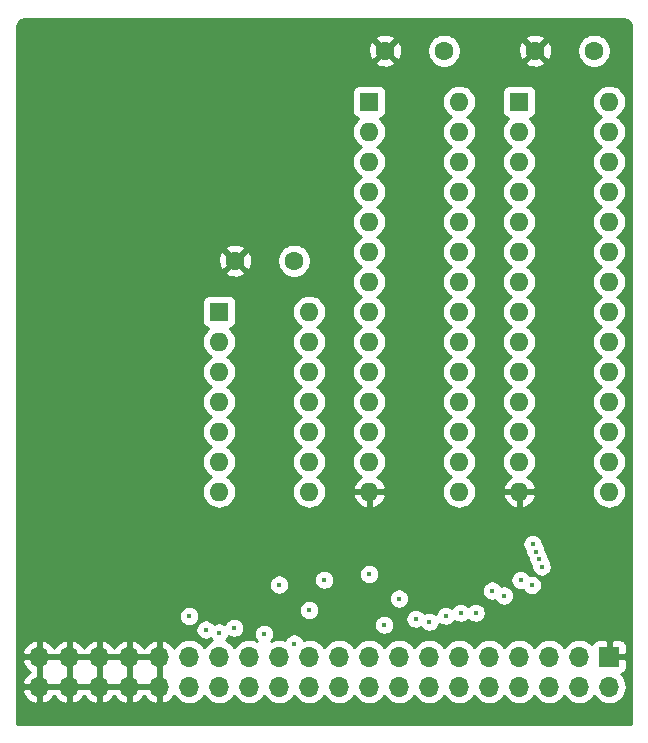
<source format=gbr>
G04 #@! TF.GenerationSoftware,KiCad,Pcbnew,(5.1.0-0)*
G04 #@! TF.CreationDate,2019-10-08T22:16:15-07:00*
G04 #@! TF.ProjectId,RAMCard,52414d43-6172-4642-9e6b-696361645f70,rev?*
G04 #@! TF.SameCoordinates,Original*
G04 #@! TF.FileFunction,Copper,L2,Inr*
G04 #@! TF.FilePolarity,Positive*
%FSLAX46Y46*%
G04 Gerber Fmt 4.6, Leading zero omitted, Abs format (unit mm)*
G04 Created by KiCad (PCBNEW (5.1.0-0)) date 2019-10-08 22:16:15*
%MOMM*%
%LPD*%
G04 APERTURE LIST*
%ADD10O,1.700000X1.700000*%
%ADD11R,1.700000X1.700000*%
%ADD12C,1.600000*%
%ADD13O,1.600000X1.600000*%
%ADD14R,1.600000X1.600000*%
%ADD15C,0.450000*%
%ADD16C,0.254000*%
G04 APERTURE END LIST*
D10*
X101600000Y-110490000D03*
X101600000Y-107950000D03*
X104140000Y-110490000D03*
X104140000Y-107950000D03*
X106680000Y-110490000D03*
X106680000Y-107950000D03*
X109220000Y-110490000D03*
X109220000Y-107950000D03*
X111760000Y-110490000D03*
X111760000Y-107950000D03*
X114300000Y-110490000D03*
X114300000Y-107950000D03*
X116840000Y-110490000D03*
X116840000Y-107950000D03*
X119380000Y-110490000D03*
X119380000Y-107950000D03*
X121920000Y-110490000D03*
X121920000Y-107950000D03*
X124460000Y-110490000D03*
X124460000Y-107950000D03*
X127000000Y-110490000D03*
X127000000Y-107950000D03*
X129540000Y-110490000D03*
X129540000Y-107950000D03*
X132080000Y-110490000D03*
X132080000Y-107950000D03*
X134620000Y-110490000D03*
X134620000Y-107950000D03*
X137160000Y-110490000D03*
X137160000Y-107950000D03*
X139700000Y-110490000D03*
X139700000Y-107950000D03*
X142240000Y-110490000D03*
X142240000Y-107950000D03*
X144780000Y-110490000D03*
X144780000Y-107950000D03*
X147320000Y-110490000D03*
X147320000Y-107950000D03*
X149860000Y-110490000D03*
D11*
X149860000Y-107950000D03*
D12*
X118190000Y-74422000D03*
X123190000Y-74422000D03*
D13*
X149860000Y-60960000D03*
X142240000Y-93980000D03*
X149860000Y-63500000D03*
X142240000Y-91440000D03*
X149860000Y-66040000D03*
X142240000Y-88900000D03*
X149860000Y-68580000D03*
X142240000Y-86360000D03*
X149860000Y-71120000D03*
X142240000Y-83820000D03*
X149860000Y-73660000D03*
X142240000Y-81280000D03*
X149860000Y-76200000D03*
X142240000Y-78740000D03*
X149860000Y-78740000D03*
X142240000Y-76200000D03*
X149860000Y-81280000D03*
X142240000Y-73660000D03*
X149860000Y-83820000D03*
X142240000Y-71120000D03*
X149860000Y-86360000D03*
X142240000Y-68580000D03*
X149860000Y-88900000D03*
X142240000Y-66040000D03*
X149860000Y-91440000D03*
X142240000Y-63500000D03*
X149860000Y-93980000D03*
D14*
X142240000Y-60960000D03*
X116840000Y-78740000D03*
D13*
X124460000Y-93980000D03*
X116840000Y-81280000D03*
X124460000Y-91440000D03*
X116840000Y-83820000D03*
X124460000Y-88900000D03*
X116840000Y-86360000D03*
X124460000Y-86360000D03*
X116840000Y-88900000D03*
X124460000Y-83820000D03*
X116840000Y-91440000D03*
X124460000Y-81280000D03*
X116840000Y-93980000D03*
X124460000Y-78740000D03*
X137160000Y-60960000D03*
X129540000Y-93980000D03*
X137160000Y-63500000D03*
X129540000Y-91440000D03*
X137160000Y-66040000D03*
X129540000Y-88900000D03*
X137160000Y-68580000D03*
X129540000Y-86360000D03*
X137160000Y-71120000D03*
X129540000Y-83820000D03*
X137160000Y-73660000D03*
X129540000Y-81280000D03*
X137160000Y-76200000D03*
X129540000Y-78740000D03*
X137160000Y-78740000D03*
X129540000Y-76200000D03*
X137160000Y-81280000D03*
X129540000Y-73660000D03*
X137160000Y-83820000D03*
X129540000Y-71120000D03*
X137160000Y-86360000D03*
X129540000Y-68580000D03*
X137160000Y-88900000D03*
X129540000Y-66040000D03*
X137160000Y-91440000D03*
X129540000Y-63500000D03*
X137160000Y-93980000D03*
D14*
X129540000Y-60960000D03*
D12*
X130890000Y-56642000D03*
X135890000Y-56642000D03*
X143590000Y-56642000D03*
X148590000Y-56642000D03*
D15*
X115697000Y-105664000D03*
X114300000Y-104521000D03*
X118110000Y-105502500D03*
X116840000Y-105918000D03*
X120650000Y-106010500D03*
X123190000Y-106841510D03*
X121920000Y-101854000D03*
X125730000Y-101438490D03*
X124460000Y-104013000D03*
X130810000Y-105248470D03*
X129540000Y-100965000D03*
X133477000Y-104740450D03*
X132049898Y-103031521D03*
X136017000Y-104486440D03*
X134620000Y-104994449D03*
X138557000Y-104232430D03*
X137287000Y-104232430D03*
X140970000Y-102777510D03*
X139954000Y-102362000D03*
X143323989Y-101888510D03*
X142367000Y-101473000D03*
X144145000Y-100330000D03*
X143891000Y-99695000D03*
X143637000Y-99060000D03*
X143383000Y-98425000D03*
D16*
G36*
X151247869Y-54014722D02*
G01*
X151361246Y-54048953D01*
X151465819Y-54104555D01*
X151557596Y-54179407D01*
X151633091Y-54270664D01*
X151689419Y-54374844D01*
X151724440Y-54487976D01*
X151740001Y-54636031D01*
X151740000Y-113640000D01*
X99720000Y-113640000D01*
X99720000Y-110846891D01*
X100158519Y-110846891D01*
X100255843Y-111121252D01*
X100404822Y-111371355D01*
X100599731Y-111587588D01*
X100833080Y-111761641D01*
X101095901Y-111886825D01*
X101243110Y-111931476D01*
X101473000Y-111810155D01*
X101473000Y-110617000D01*
X101727000Y-110617000D01*
X101727000Y-111810155D01*
X101956890Y-111931476D01*
X102104099Y-111886825D01*
X102366920Y-111761641D01*
X102600269Y-111587588D01*
X102795178Y-111371355D01*
X102870000Y-111245745D01*
X102944822Y-111371355D01*
X103139731Y-111587588D01*
X103373080Y-111761641D01*
X103635901Y-111886825D01*
X103783110Y-111931476D01*
X104013000Y-111810155D01*
X104013000Y-110617000D01*
X104267000Y-110617000D01*
X104267000Y-111810155D01*
X104496890Y-111931476D01*
X104644099Y-111886825D01*
X104906920Y-111761641D01*
X105140269Y-111587588D01*
X105335178Y-111371355D01*
X105410000Y-111245745D01*
X105484822Y-111371355D01*
X105679731Y-111587588D01*
X105913080Y-111761641D01*
X106175901Y-111886825D01*
X106323110Y-111931476D01*
X106553000Y-111810155D01*
X106553000Y-110617000D01*
X106807000Y-110617000D01*
X106807000Y-111810155D01*
X107036890Y-111931476D01*
X107184099Y-111886825D01*
X107446920Y-111761641D01*
X107680269Y-111587588D01*
X107875178Y-111371355D01*
X107950000Y-111245745D01*
X108024822Y-111371355D01*
X108219731Y-111587588D01*
X108453080Y-111761641D01*
X108715901Y-111886825D01*
X108863110Y-111931476D01*
X109093000Y-111810155D01*
X109093000Y-110617000D01*
X109347000Y-110617000D01*
X109347000Y-111810155D01*
X109576890Y-111931476D01*
X109724099Y-111886825D01*
X109986920Y-111761641D01*
X110220269Y-111587588D01*
X110415178Y-111371355D01*
X110490000Y-111245745D01*
X110564822Y-111371355D01*
X110759731Y-111587588D01*
X110993080Y-111761641D01*
X111255901Y-111886825D01*
X111403110Y-111931476D01*
X111633000Y-111810155D01*
X111633000Y-110617000D01*
X109347000Y-110617000D01*
X109093000Y-110617000D01*
X106807000Y-110617000D01*
X106553000Y-110617000D01*
X104267000Y-110617000D01*
X104013000Y-110617000D01*
X101727000Y-110617000D01*
X101473000Y-110617000D01*
X100279186Y-110617000D01*
X100158519Y-110846891D01*
X99720000Y-110846891D01*
X99720000Y-108306891D01*
X100158519Y-108306891D01*
X100255843Y-108581252D01*
X100404822Y-108831355D01*
X100599731Y-109047588D01*
X100830880Y-109220000D01*
X100599731Y-109392412D01*
X100404822Y-109608645D01*
X100255843Y-109858748D01*
X100158519Y-110133109D01*
X100279186Y-110363000D01*
X101473000Y-110363000D01*
X101473000Y-108077000D01*
X101727000Y-108077000D01*
X101727000Y-110363000D01*
X104013000Y-110363000D01*
X104013000Y-108077000D01*
X104267000Y-108077000D01*
X104267000Y-110363000D01*
X106553000Y-110363000D01*
X106553000Y-108077000D01*
X106807000Y-108077000D01*
X106807000Y-110363000D01*
X109093000Y-110363000D01*
X109093000Y-108077000D01*
X109347000Y-108077000D01*
X109347000Y-110363000D01*
X111633000Y-110363000D01*
X111633000Y-108077000D01*
X109347000Y-108077000D01*
X109093000Y-108077000D01*
X106807000Y-108077000D01*
X106553000Y-108077000D01*
X104267000Y-108077000D01*
X104013000Y-108077000D01*
X101727000Y-108077000D01*
X101473000Y-108077000D01*
X100279186Y-108077000D01*
X100158519Y-108306891D01*
X99720000Y-108306891D01*
X99720000Y-107593109D01*
X100158519Y-107593109D01*
X100279186Y-107823000D01*
X101473000Y-107823000D01*
X101473000Y-106629845D01*
X101727000Y-106629845D01*
X101727000Y-107823000D01*
X104013000Y-107823000D01*
X104013000Y-106629845D01*
X104267000Y-106629845D01*
X104267000Y-107823000D01*
X106553000Y-107823000D01*
X106553000Y-106629845D01*
X106807000Y-106629845D01*
X106807000Y-107823000D01*
X109093000Y-107823000D01*
X109093000Y-106629845D01*
X109347000Y-106629845D01*
X109347000Y-107823000D01*
X111633000Y-107823000D01*
X111633000Y-106629845D01*
X111887000Y-106629845D01*
X111887000Y-107823000D01*
X111907000Y-107823000D01*
X111907000Y-108077000D01*
X111887000Y-108077000D01*
X111887000Y-110363000D01*
X111907000Y-110363000D01*
X111907000Y-110617000D01*
X111887000Y-110617000D01*
X111887000Y-111810155D01*
X112116890Y-111931476D01*
X112264099Y-111886825D01*
X112526920Y-111761641D01*
X112760269Y-111587588D01*
X112955178Y-111371355D01*
X113024799Y-111254477D01*
X113059294Y-111319014D01*
X113244866Y-111545134D01*
X113470986Y-111730706D01*
X113728966Y-111868599D01*
X114008889Y-111953513D01*
X114227050Y-111975000D01*
X114372950Y-111975000D01*
X114591111Y-111953513D01*
X114871034Y-111868599D01*
X115129014Y-111730706D01*
X115355134Y-111545134D01*
X115540706Y-111319014D01*
X115570000Y-111264209D01*
X115599294Y-111319014D01*
X115784866Y-111545134D01*
X116010986Y-111730706D01*
X116268966Y-111868599D01*
X116548889Y-111953513D01*
X116767050Y-111975000D01*
X116912950Y-111975000D01*
X117131111Y-111953513D01*
X117411034Y-111868599D01*
X117669014Y-111730706D01*
X117895134Y-111545134D01*
X118080706Y-111319014D01*
X118110000Y-111264209D01*
X118139294Y-111319014D01*
X118324866Y-111545134D01*
X118550986Y-111730706D01*
X118808966Y-111868599D01*
X119088889Y-111953513D01*
X119307050Y-111975000D01*
X119452950Y-111975000D01*
X119671111Y-111953513D01*
X119951034Y-111868599D01*
X120209014Y-111730706D01*
X120435134Y-111545134D01*
X120620706Y-111319014D01*
X120650000Y-111264209D01*
X120679294Y-111319014D01*
X120864866Y-111545134D01*
X121090986Y-111730706D01*
X121348966Y-111868599D01*
X121628889Y-111953513D01*
X121847050Y-111975000D01*
X121992950Y-111975000D01*
X122211111Y-111953513D01*
X122491034Y-111868599D01*
X122749014Y-111730706D01*
X122975134Y-111545134D01*
X123160706Y-111319014D01*
X123190000Y-111264209D01*
X123219294Y-111319014D01*
X123404866Y-111545134D01*
X123630986Y-111730706D01*
X123888966Y-111868599D01*
X124168889Y-111953513D01*
X124387050Y-111975000D01*
X124532950Y-111975000D01*
X124751111Y-111953513D01*
X125031034Y-111868599D01*
X125289014Y-111730706D01*
X125515134Y-111545134D01*
X125700706Y-111319014D01*
X125730000Y-111264209D01*
X125759294Y-111319014D01*
X125944866Y-111545134D01*
X126170986Y-111730706D01*
X126428966Y-111868599D01*
X126708889Y-111953513D01*
X126927050Y-111975000D01*
X127072950Y-111975000D01*
X127291111Y-111953513D01*
X127571034Y-111868599D01*
X127829014Y-111730706D01*
X128055134Y-111545134D01*
X128240706Y-111319014D01*
X128270000Y-111264209D01*
X128299294Y-111319014D01*
X128484866Y-111545134D01*
X128710986Y-111730706D01*
X128968966Y-111868599D01*
X129248889Y-111953513D01*
X129467050Y-111975000D01*
X129612950Y-111975000D01*
X129831111Y-111953513D01*
X130111034Y-111868599D01*
X130369014Y-111730706D01*
X130595134Y-111545134D01*
X130780706Y-111319014D01*
X130810000Y-111264209D01*
X130839294Y-111319014D01*
X131024866Y-111545134D01*
X131250986Y-111730706D01*
X131508966Y-111868599D01*
X131788889Y-111953513D01*
X132007050Y-111975000D01*
X132152950Y-111975000D01*
X132371111Y-111953513D01*
X132651034Y-111868599D01*
X132909014Y-111730706D01*
X133135134Y-111545134D01*
X133320706Y-111319014D01*
X133350000Y-111264209D01*
X133379294Y-111319014D01*
X133564866Y-111545134D01*
X133790986Y-111730706D01*
X134048966Y-111868599D01*
X134328889Y-111953513D01*
X134547050Y-111975000D01*
X134692950Y-111975000D01*
X134911111Y-111953513D01*
X135191034Y-111868599D01*
X135449014Y-111730706D01*
X135675134Y-111545134D01*
X135860706Y-111319014D01*
X135890000Y-111264209D01*
X135919294Y-111319014D01*
X136104866Y-111545134D01*
X136330986Y-111730706D01*
X136588966Y-111868599D01*
X136868889Y-111953513D01*
X137087050Y-111975000D01*
X137232950Y-111975000D01*
X137451111Y-111953513D01*
X137731034Y-111868599D01*
X137989014Y-111730706D01*
X138215134Y-111545134D01*
X138400706Y-111319014D01*
X138430000Y-111264209D01*
X138459294Y-111319014D01*
X138644866Y-111545134D01*
X138870986Y-111730706D01*
X139128966Y-111868599D01*
X139408889Y-111953513D01*
X139627050Y-111975000D01*
X139772950Y-111975000D01*
X139991111Y-111953513D01*
X140271034Y-111868599D01*
X140529014Y-111730706D01*
X140755134Y-111545134D01*
X140940706Y-111319014D01*
X140970000Y-111264209D01*
X140999294Y-111319014D01*
X141184866Y-111545134D01*
X141410986Y-111730706D01*
X141668966Y-111868599D01*
X141948889Y-111953513D01*
X142167050Y-111975000D01*
X142312950Y-111975000D01*
X142531111Y-111953513D01*
X142811034Y-111868599D01*
X143069014Y-111730706D01*
X143295134Y-111545134D01*
X143480706Y-111319014D01*
X143510000Y-111264209D01*
X143539294Y-111319014D01*
X143724866Y-111545134D01*
X143950986Y-111730706D01*
X144208966Y-111868599D01*
X144488889Y-111953513D01*
X144707050Y-111975000D01*
X144852950Y-111975000D01*
X145071111Y-111953513D01*
X145351034Y-111868599D01*
X145609014Y-111730706D01*
X145835134Y-111545134D01*
X146020706Y-111319014D01*
X146050000Y-111264209D01*
X146079294Y-111319014D01*
X146264866Y-111545134D01*
X146490986Y-111730706D01*
X146748966Y-111868599D01*
X147028889Y-111953513D01*
X147247050Y-111975000D01*
X147392950Y-111975000D01*
X147611111Y-111953513D01*
X147891034Y-111868599D01*
X148149014Y-111730706D01*
X148375134Y-111545134D01*
X148560706Y-111319014D01*
X148590000Y-111264209D01*
X148619294Y-111319014D01*
X148804866Y-111545134D01*
X149030986Y-111730706D01*
X149288966Y-111868599D01*
X149568889Y-111953513D01*
X149787050Y-111975000D01*
X149932950Y-111975000D01*
X150151111Y-111953513D01*
X150431034Y-111868599D01*
X150689014Y-111730706D01*
X150915134Y-111545134D01*
X151100706Y-111319014D01*
X151238599Y-111061034D01*
X151323513Y-110781111D01*
X151352185Y-110490000D01*
X151323513Y-110198889D01*
X151238599Y-109918966D01*
X151100706Y-109660986D01*
X150915134Y-109434866D01*
X150885313Y-109410393D01*
X150954180Y-109389502D01*
X151064494Y-109330537D01*
X151161185Y-109251185D01*
X151240537Y-109154494D01*
X151299502Y-109044180D01*
X151335812Y-108924482D01*
X151348072Y-108800000D01*
X151345000Y-108235750D01*
X151186250Y-108077000D01*
X149987000Y-108077000D01*
X149987000Y-108097000D01*
X149733000Y-108097000D01*
X149733000Y-108077000D01*
X149713000Y-108077000D01*
X149713000Y-107823000D01*
X149733000Y-107823000D01*
X149733000Y-106623750D01*
X149987000Y-106623750D01*
X149987000Y-107823000D01*
X151186250Y-107823000D01*
X151345000Y-107664250D01*
X151348072Y-107100000D01*
X151335812Y-106975518D01*
X151299502Y-106855820D01*
X151240537Y-106745506D01*
X151161185Y-106648815D01*
X151064494Y-106569463D01*
X150954180Y-106510498D01*
X150834482Y-106474188D01*
X150710000Y-106461928D01*
X150145750Y-106465000D01*
X149987000Y-106623750D01*
X149733000Y-106623750D01*
X149574250Y-106465000D01*
X149010000Y-106461928D01*
X148885518Y-106474188D01*
X148765820Y-106510498D01*
X148655506Y-106569463D01*
X148558815Y-106648815D01*
X148479463Y-106745506D01*
X148420498Y-106855820D01*
X148399607Y-106924687D01*
X148375134Y-106894866D01*
X148149014Y-106709294D01*
X147891034Y-106571401D01*
X147611111Y-106486487D01*
X147392950Y-106465000D01*
X147247050Y-106465000D01*
X147028889Y-106486487D01*
X146748966Y-106571401D01*
X146490986Y-106709294D01*
X146264866Y-106894866D01*
X146079294Y-107120986D01*
X146050000Y-107175791D01*
X146020706Y-107120986D01*
X145835134Y-106894866D01*
X145609014Y-106709294D01*
X145351034Y-106571401D01*
X145071111Y-106486487D01*
X144852950Y-106465000D01*
X144707050Y-106465000D01*
X144488889Y-106486487D01*
X144208966Y-106571401D01*
X143950986Y-106709294D01*
X143724866Y-106894866D01*
X143539294Y-107120986D01*
X143510000Y-107175791D01*
X143480706Y-107120986D01*
X143295134Y-106894866D01*
X143069014Y-106709294D01*
X142811034Y-106571401D01*
X142531111Y-106486487D01*
X142312950Y-106465000D01*
X142167050Y-106465000D01*
X141948889Y-106486487D01*
X141668966Y-106571401D01*
X141410986Y-106709294D01*
X141184866Y-106894866D01*
X140999294Y-107120986D01*
X140970000Y-107175791D01*
X140940706Y-107120986D01*
X140755134Y-106894866D01*
X140529014Y-106709294D01*
X140271034Y-106571401D01*
X139991111Y-106486487D01*
X139772950Y-106465000D01*
X139627050Y-106465000D01*
X139408889Y-106486487D01*
X139128966Y-106571401D01*
X138870986Y-106709294D01*
X138644866Y-106894866D01*
X138459294Y-107120986D01*
X138430000Y-107175791D01*
X138400706Y-107120986D01*
X138215134Y-106894866D01*
X137989014Y-106709294D01*
X137731034Y-106571401D01*
X137451111Y-106486487D01*
X137232950Y-106465000D01*
X137087050Y-106465000D01*
X136868889Y-106486487D01*
X136588966Y-106571401D01*
X136330986Y-106709294D01*
X136104866Y-106894866D01*
X135919294Y-107120986D01*
X135890000Y-107175791D01*
X135860706Y-107120986D01*
X135675134Y-106894866D01*
X135449014Y-106709294D01*
X135191034Y-106571401D01*
X134911111Y-106486487D01*
X134692950Y-106465000D01*
X134547050Y-106465000D01*
X134328889Y-106486487D01*
X134048966Y-106571401D01*
X133790986Y-106709294D01*
X133564866Y-106894866D01*
X133379294Y-107120986D01*
X133350000Y-107175791D01*
X133320706Y-107120986D01*
X133135134Y-106894866D01*
X132909014Y-106709294D01*
X132651034Y-106571401D01*
X132371111Y-106486487D01*
X132152950Y-106465000D01*
X132007050Y-106465000D01*
X131788889Y-106486487D01*
X131508966Y-106571401D01*
X131250986Y-106709294D01*
X131024866Y-106894866D01*
X130839294Y-107120986D01*
X130810000Y-107175791D01*
X130780706Y-107120986D01*
X130595134Y-106894866D01*
X130369014Y-106709294D01*
X130111034Y-106571401D01*
X129831111Y-106486487D01*
X129612950Y-106465000D01*
X129467050Y-106465000D01*
X129248889Y-106486487D01*
X128968966Y-106571401D01*
X128710986Y-106709294D01*
X128484866Y-106894866D01*
X128299294Y-107120986D01*
X128270000Y-107175791D01*
X128240706Y-107120986D01*
X128055134Y-106894866D01*
X127829014Y-106709294D01*
X127571034Y-106571401D01*
X127291111Y-106486487D01*
X127072950Y-106465000D01*
X126927050Y-106465000D01*
X126708889Y-106486487D01*
X126428966Y-106571401D01*
X126170986Y-106709294D01*
X125944866Y-106894866D01*
X125759294Y-107120986D01*
X125730000Y-107175791D01*
X125700706Y-107120986D01*
X125515134Y-106894866D01*
X125289014Y-106709294D01*
X125031034Y-106571401D01*
X124751111Y-106486487D01*
X124532950Y-106465000D01*
X124387050Y-106465000D01*
X124168889Y-106486487D01*
X123995579Y-106539060D01*
X123952122Y-106434147D01*
X123858005Y-106293292D01*
X123738218Y-106173505D01*
X123597363Y-106079388D01*
X123440853Y-106014559D01*
X123274703Y-105981510D01*
X123105297Y-105981510D01*
X122939147Y-106014559D01*
X122782637Y-106079388D01*
X122641782Y-106173505D01*
X122521995Y-106293292D01*
X122427878Y-106434147D01*
X122384421Y-106539060D01*
X122211111Y-106486487D01*
X121992950Y-106465000D01*
X121847050Y-106465000D01*
X121628889Y-106486487D01*
X121348966Y-106571401D01*
X121255207Y-106621516D01*
X121318005Y-106558718D01*
X121412122Y-106417863D01*
X121476951Y-106261353D01*
X121510000Y-106095203D01*
X121510000Y-105925797D01*
X121476951Y-105759647D01*
X121412122Y-105603137D01*
X121318005Y-105462282D01*
X121198218Y-105342495D01*
X121057363Y-105248378D01*
X120900853Y-105183549D01*
X120801402Y-105163767D01*
X129950000Y-105163767D01*
X129950000Y-105333173D01*
X129983049Y-105499323D01*
X130047878Y-105655833D01*
X130141995Y-105796688D01*
X130261782Y-105916475D01*
X130402637Y-106010592D01*
X130559147Y-106075421D01*
X130725297Y-106108470D01*
X130894703Y-106108470D01*
X131060853Y-106075421D01*
X131217363Y-106010592D01*
X131358218Y-105916475D01*
X131478005Y-105796688D01*
X131572122Y-105655833D01*
X131636951Y-105499323D01*
X131670000Y-105333173D01*
X131670000Y-105163767D01*
X131636951Y-104997617D01*
X131572122Y-104841107D01*
X131478005Y-104700252D01*
X131433500Y-104655747D01*
X132617000Y-104655747D01*
X132617000Y-104825153D01*
X132650049Y-104991303D01*
X132714878Y-105147813D01*
X132808995Y-105288668D01*
X132928782Y-105408455D01*
X133069637Y-105502572D01*
X133226147Y-105567401D01*
X133392297Y-105600450D01*
X133561703Y-105600450D01*
X133727853Y-105567401D01*
X133884363Y-105502572D01*
X133912598Y-105483706D01*
X133951995Y-105542667D01*
X134071782Y-105662454D01*
X134212637Y-105756571D01*
X134369147Y-105821400D01*
X134535297Y-105854449D01*
X134704703Y-105854449D01*
X134870853Y-105821400D01*
X135027363Y-105756571D01*
X135168218Y-105662454D01*
X135288005Y-105542667D01*
X135382122Y-105401812D01*
X135446951Y-105245302D01*
X135465647Y-105151310D01*
X135468782Y-105154445D01*
X135609637Y-105248562D01*
X135766147Y-105313391D01*
X135932297Y-105346440D01*
X136101703Y-105346440D01*
X136267853Y-105313391D01*
X136424363Y-105248562D01*
X136565218Y-105154445D01*
X136685005Y-105034658D01*
X136763607Y-104917023D01*
X136879637Y-104994552D01*
X137036147Y-105059381D01*
X137202297Y-105092430D01*
X137371703Y-105092430D01*
X137537853Y-105059381D01*
X137694363Y-104994552D01*
X137835218Y-104900435D01*
X137922000Y-104813653D01*
X138008782Y-104900435D01*
X138149637Y-104994552D01*
X138306147Y-105059381D01*
X138472297Y-105092430D01*
X138641703Y-105092430D01*
X138807853Y-105059381D01*
X138964363Y-104994552D01*
X139105218Y-104900435D01*
X139225005Y-104780648D01*
X139319122Y-104639793D01*
X139383951Y-104483283D01*
X139417000Y-104317133D01*
X139417000Y-104147727D01*
X139383951Y-103981577D01*
X139319122Y-103825067D01*
X139225005Y-103684212D01*
X139105218Y-103564425D01*
X138964363Y-103470308D01*
X138807853Y-103405479D01*
X138641703Y-103372430D01*
X138472297Y-103372430D01*
X138306147Y-103405479D01*
X138149637Y-103470308D01*
X138008782Y-103564425D01*
X137922000Y-103651207D01*
X137835218Y-103564425D01*
X137694363Y-103470308D01*
X137537853Y-103405479D01*
X137371703Y-103372430D01*
X137202297Y-103372430D01*
X137036147Y-103405479D01*
X136879637Y-103470308D01*
X136738782Y-103564425D01*
X136618995Y-103684212D01*
X136540393Y-103801847D01*
X136424363Y-103724318D01*
X136267853Y-103659489D01*
X136101703Y-103626440D01*
X135932297Y-103626440D01*
X135766147Y-103659489D01*
X135609637Y-103724318D01*
X135468782Y-103818435D01*
X135348995Y-103938222D01*
X135254878Y-104079077D01*
X135190049Y-104235587D01*
X135171353Y-104329579D01*
X135168218Y-104326444D01*
X135027363Y-104232327D01*
X134870853Y-104167498D01*
X134704703Y-104134449D01*
X134535297Y-104134449D01*
X134369147Y-104167498D01*
X134212637Y-104232327D01*
X134184402Y-104251193D01*
X134145005Y-104192232D01*
X134025218Y-104072445D01*
X133884363Y-103978328D01*
X133727853Y-103913499D01*
X133561703Y-103880450D01*
X133392297Y-103880450D01*
X133226147Y-103913499D01*
X133069637Y-103978328D01*
X132928782Y-104072445D01*
X132808995Y-104192232D01*
X132714878Y-104333087D01*
X132650049Y-104489597D01*
X132617000Y-104655747D01*
X131433500Y-104655747D01*
X131358218Y-104580465D01*
X131217363Y-104486348D01*
X131060853Y-104421519D01*
X130894703Y-104388470D01*
X130725297Y-104388470D01*
X130559147Y-104421519D01*
X130402637Y-104486348D01*
X130261782Y-104580465D01*
X130141995Y-104700252D01*
X130047878Y-104841107D01*
X129983049Y-104997617D01*
X129950000Y-105163767D01*
X120801402Y-105163767D01*
X120734703Y-105150500D01*
X120565297Y-105150500D01*
X120399147Y-105183549D01*
X120242637Y-105248378D01*
X120101782Y-105342495D01*
X119981995Y-105462282D01*
X119887878Y-105603137D01*
X119823049Y-105759647D01*
X119790000Y-105925797D01*
X119790000Y-106095203D01*
X119823049Y-106261353D01*
X119887878Y-106417863D01*
X119981995Y-106558718D01*
X120044793Y-106621516D01*
X119951034Y-106571401D01*
X119671111Y-106486487D01*
X119452950Y-106465000D01*
X119307050Y-106465000D01*
X119088889Y-106486487D01*
X118808966Y-106571401D01*
X118550986Y-106709294D01*
X118324866Y-106894866D01*
X118139294Y-107120986D01*
X118110000Y-107175791D01*
X118080706Y-107120986D01*
X117895134Y-106894866D01*
X117669014Y-106709294D01*
X117411034Y-106571401D01*
X117404733Y-106569490D01*
X117508005Y-106466218D01*
X117602122Y-106325363D01*
X117643617Y-106225186D01*
X117702637Y-106264622D01*
X117859147Y-106329451D01*
X118025297Y-106362500D01*
X118194703Y-106362500D01*
X118360853Y-106329451D01*
X118517363Y-106264622D01*
X118658218Y-106170505D01*
X118778005Y-106050718D01*
X118872122Y-105909863D01*
X118936951Y-105753353D01*
X118970000Y-105587203D01*
X118970000Y-105417797D01*
X118936951Y-105251647D01*
X118872122Y-105095137D01*
X118778005Y-104954282D01*
X118658218Y-104834495D01*
X118517363Y-104740378D01*
X118360853Y-104675549D01*
X118194703Y-104642500D01*
X118025297Y-104642500D01*
X117859147Y-104675549D01*
X117702637Y-104740378D01*
X117561782Y-104834495D01*
X117441995Y-104954282D01*
X117347878Y-105095137D01*
X117306383Y-105195314D01*
X117247363Y-105155878D01*
X117090853Y-105091049D01*
X116924703Y-105058000D01*
X116755297Y-105058000D01*
X116589147Y-105091049D01*
X116432637Y-105155878D01*
X116404402Y-105174744D01*
X116365005Y-105115782D01*
X116245218Y-104995995D01*
X116104363Y-104901878D01*
X115947853Y-104837049D01*
X115781703Y-104804000D01*
X115612297Y-104804000D01*
X115446147Y-104837049D01*
X115289637Y-104901878D01*
X115148782Y-104995995D01*
X115028995Y-105115782D01*
X114934878Y-105256637D01*
X114870049Y-105413147D01*
X114837000Y-105579297D01*
X114837000Y-105748703D01*
X114870049Y-105914853D01*
X114934878Y-106071363D01*
X115028995Y-106212218D01*
X115148782Y-106332005D01*
X115289637Y-106426122D01*
X115446147Y-106490951D01*
X115612297Y-106524000D01*
X115781703Y-106524000D01*
X115947853Y-106490951D01*
X116104363Y-106426122D01*
X116132598Y-106407256D01*
X116171995Y-106466218D01*
X116275267Y-106569490D01*
X116268966Y-106571401D01*
X116010986Y-106709294D01*
X115784866Y-106894866D01*
X115599294Y-107120986D01*
X115570000Y-107175791D01*
X115540706Y-107120986D01*
X115355134Y-106894866D01*
X115129014Y-106709294D01*
X114871034Y-106571401D01*
X114591111Y-106486487D01*
X114372950Y-106465000D01*
X114227050Y-106465000D01*
X114008889Y-106486487D01*
X113728966Y-106571401D01*
X113470986Y-106709294D01*
X113244866Y-106894866D01*
X113059294Y-107120986D01*
X113024799Y-107185523D01*
X112955178Y-107068645D01*
X112760269Y-106852412D01*
X112526920Y-106678359D01*
X112264099Y-106553175D01*
X112116890Y-106508524D01*
X111887000Y-106629845D01*
X111633000Y-106629845D01*
X111403110Y-106508524D01*
X111255901Y-106553175D01*
X110993080Y-106678359D01*
X110759731Y-106852412D01*
X110564822Y-107068645D01*
X110490000Y-107194255D01*
X110415178Y-107068645D01*
X110220269Y-106852412D01*
X109986920Y-106678359D01*
X109724099Y-106553175D01*
X109576890Y-106508524D01*
X109347000Y-106629845D01*
X109093000Y-106629845D01*
X108863110Y-106508524D01*
X108715901Y-106553175D01*
X108453080Y-106678359D01*
X108219731Y-106852412D01*
X108024822Y-107068645D01*
X107950000Y-107194255D01*
X107875178Y-107068645D01*
X107680269Y-106852412D01*
X107446920Y-106678359D01*
X107184099Y-106553175D01*
X107036890Y-106508524D01*
X106807000Y-106629845D01*
X106553000Y-106629845D01*
X106323110Y-106508524D01*
X106175901Y-106553175D01*
X105913080Y-106678359D01*
X105679731Y-106852412D01*
X105484822Y-107068645D01*
X105410000Y-107194255D01*
X105335178Y-107068645D01*
X105140269Y-106852412D01*
X104906920Y-106678359D01*
X104644099Y-106553175D01*
X104496890Y-106508524D01*
X104267000Y-106629845D01*
X104013000Y-106629845D01*
X103783110Y-106508524D01*
X103635901Y-106553175D01*
X103373080Y-106678359D01*
X103139731Y-106852412D01*
X102944822Y-107068645D01*
X102870000Y-107194255D01*
X102795178Y-107068645D01*
X102600269Y-106852412D01*
X102366920Y-106678359D01*
X102104099Y-106553175D01*
X101956890Y-106508524D01*
X101727000Y-106629845D01*
X101473000Y-106629845D01*
X101243110Y-106508524D01*
X101095901Y-106553175D01*
X100833080Y-106678359D01*
X100599731Y-106852412D01*
X100404822Y-107068645D01*
X100255843Y-107318748D01*
X100158519Y-107593109D01*
X99720000Y-107593109D01*
X99720000Y-104436297D01*
X113440000Y-104436297D01*
X113440000Y-104605703D01*
X113473049Y-104771853D01*
X113537878Y-104928363D01*
X113631995Y-105069218D01*
X113751782Y-105189005D01*
X113892637Y-105283122D01*
X114049147Y-105347951D01*
X114215297Y-105381000D01*
X114384703Y-105381000D01*
X114550853Y-105347951D01*
X114707363Y-105283122D01*
X114848218Y-105189005D01*
X114968005Y-105069218D01*
X115062122Y-104928363D01*
X115126951Y-104771853D01*
X115160000Y-104605703D01*
X115160000Y-104436297D01*
X115126951Y-104270147D01*
X115062122Y-104113637D01*
X114968005Y-103972782D01*
X114923520Y-103928297D01*
X123600000Y-103928297D01*
X123600000Y-104097703D01*
X123633049Y-104263853D01*
X123697878Y-104420363D01*
X123791995Y-104561218D01*
X123911782Y-104681005D01*
X124052637Y-104775122D01*
X124209147Y-104839951D01*
X124375297Y-104873000D01*
X124544703Y-104873000D01*
X124710853Y-104839951D01*
X124867363Y-104775122D01*
X125008218Y-104681005D01*
X125128005Y-104561218D01*
X125222122Y-104420363D01*
X125286951Y-104263853D01*
X125320000Y-104097703D01*
X125320000Y-103928297D01*
X125286951Y-103762147D01*
X125222122Y-103605637D01*
X125128005Y-103464782D01*
X125008218Y-103344995D01*
X124867363Y-103250878D01*
X124710853Y-103186049D01*
X124544703Y-103153000D01*
X124375297Y-103153000D01*
X124209147Y-103186049D01*
X124052637Y-103250878D01*
X123911782Y-103344995D01*
X123791995Y-103464782D01*
X123697878Y-103605637D01*
X123633049Y-103762147D01*
X123600000Y-103928297D01*
X114923520Y-103928297D01*
X114848218Y-103852995D01*
X114707363Y-103758878D01*
X114550853Y-103694049D01*
X114384703Y-103661000D01*
X114215297Y-103661000D01*
X114049147Y-103694049D01*
X113892637Y-103758878D01*
X113751782Y-103852995D01*
X113631995Y-103972782D01*
X113537878Y-104113637D01*
X113473049Y-104270147D01*
X113440000Y-104436297D01*
X99720000Y-104436297D01*
X99720000Y-102946818D01*
X131189898Y-102946818D01*
X131189898Y-103116224D01*
X131222947Y-103282374D01*
X131287776Y-103438884D01*
X131381893Y-103579739D01*
X131501680Y-103699526D01*
X131642535Y-103793643D01*
X131799045Y-103858472D01*
X131965195Y-103891521D01*
X132134601Y-103891521D01*
X132300751Y-103858472D01*
X132457261Y-103793643D01*
X132598116Y-103699526D01*
X132717903Y-103579739D01*
X132812020Y-103438884D01*
X132876849Y-103282374D01*
X132909898Y-103116224D01*
X132909898Y-102946818D01*
X132876849Y-102780668D01*
X132812020Y-102624158D01*
X132717903Y-102483303D01*
X132598116Y-102363516D01*
X132469082Y-102277297D01*
X139094000Y-102277297D01*
X139094000Y-102446703D01*
X139127049Y-102612853D01*
X139191878Y-102769363D01*
X139285995Y-102910218D01*
X139405782Y-103030005D01*
X139546637Y-103124122D01*
X139703147Y-103188951D01*
X139869297Y-103222000D01*
X140038703Y-103222000D01*
X140204853Y-103188951D01*
X140209356Y-103187086D01*
X140301995Y-103325728D01*
X140421782Y-103445515D01*
X140562637Y-103539632D01*
X140719147Y-103604461D01*
X140885297Y-103637510D01*
X141054703Y-103637510D01*
X141220853Y-103604461D01*
X141377363Y-103539632D01*
X141518218Y-103445515D01*
X141638005Y-103325728D01*
X141732122Y-103184873D01*
X141796951Y-103028363D01*
X141830000Y-102862213D01*
X141830000Y-102692807D01*
X141796951Y-102526657D01*
X141732122Y-102370147D01*
X141638005Y-102229292D01*
X141518218Y-102109505D01*
X141377363Y-102015388D01*
X141220853Y-101950559D01*
X141054703Y-101917510D01*
X140885297Y-101917510D01*
X140719147Y-101950559D01*
X140714644Y-101952424D01*
X140622005Y-101813782D01*
X140502218Y-101693995D01*
X140361363Y-101599878D01*
X140204853Y-101535049D01*
X140038703Y-101502000D01*
X139869297Y-101502000D01*
X139703147Y-101535049D01*
X139546637Y-101599878D01*
X139405782Y-101693995D01*
X139285995Y-101813782D01*
X139191878Y-101954637D01*
X139127049Y-102111147D01*
X139094000Y-102277297D01*
X132469082Y-102277297D01*
X132457261Y-102269399D01*
X132300751Y-102204570D01*
X132134601Y-102171521D01*
X131965195Y-102171521D01*
X131799045Y-102204570D01*
X131642535Y-102269399D01*
X131501680Y-102363516D01*
X131381893Y-102483303D01*
X131287776Y-102624158D01*
X131222947Y-102780668D01*
X131189898Y-102946818D01*
X99720000Y-102946818D01*
X99720000Y-101769297D01*
X121060000Y-101769297D01*
X121060000Y-101938703D01*
X121093049Y-102104853D01*
X121157878Y-102261363D01*
X121251995Y-102402218D01*
X121371782Y-102522005D01*
X121512637Y-102616122D01*
X121669147Y-102680951D01*
X121835297Y-102714000D01*
X122004703Y-102714000D01*
X122170853Y-102680951D01*
X122327363Y-102616122D01*
X122468218Y-102522005D01*
X122588005Y-102402218D01*
X122682122Y-102261363D01*
X122746951Y-102104853D01*
X122780000Y-101938703D01*
X122780000Y-101769297D01*
X122746951Y-101603147D01*
X122682122Y-101446637D01*
X122620082Y-101353787D01*
X124870000Y-101353787D01*
X124870000Y-101523193D01*
X124903049Y-101689343D01*
X124967878Y-101845853D01*
X125061995Y-101986708D01*
X125181782Y-102106495D01*
X125322637Y-102200612D01*
X125479147Y-102265441D01*
X125645297Y-102298490D01*
X125814703Y-102298490D01*
X125980853Y-102265441D01*
X126137363Y-102200612D01*
X126278218Y-102106495D01*
X126398005Y-101986708D01*
X126492122Y-101845853D01*
X126556951Y-101689343D01*
X126590000Y-101523193D01*
X126590000Y-101353787D01*
X126556951Y-101187637D01*
X126492122Y-101031127D01*
X126398005Y-100890272D01*
X126388030Y-100880297D01*
X128680000Y-100880297D01*
X128680000Y-101049703D01*
X128713049Y-101215853D01*
X128777878Y-101372363D01*
X128871995Y-101513218D01*
X128991782Y-101633005D01*
X129132637Y-101727122D01*
X129289147Y-101791951D01*
X129455297Y-101825000D01*
X129624703Y-101825000D01*
X129790853Y-101791951D01*
X129947363Y-101727122D01*
X130088218Y-101633005D01*
X130208005Y-101513218D01*
X130291475Y-101388297D01*
X141507000Y-101388297D01*
X141507000Y-101557703D01*
X141540049Y-101723853D01*
X141604878Y-101880363D01*
X141698995Y-102021218D01*
X141818782Y-102141005D01*
X141959637Y-102235122D01*
X142116147Y-102299951D01*
X142282297Y-102333000D01*
X142451703Y-102333000D01*
X142570840Y-102309302D01*
X142655984Y-102436728D01*
X142775771Y-102556515D01*
X142916626Y-102650632D01*
X143073136Y-102715461D01*
X143239286Y-102748510D01*
X143408692Y-102748510D01*
X143574842Y-102715461D01*
X143731352Y-102650632D01*
X143872207Y-102556515D01*
X143991994Y-102436728D01*
X144086111Y-102295873D01*
X144150940Y-102139363D01*
X144183989Y-101973213D01*
X144183989Y-101803807D01*
X144150940Y-101637657D01*
X144086111Y-101481147D01*
X143991994Y-101340292D01*
X143872207Y-101220505D01*
X143731352Y-101126388D01*
X143574842Y-101061559D01*
X143408692Y-101028510D01*
X143239286Y-101028510D01*
X143120149Y-101052208D01*
X143035005Y-100924782D01*
X142915218Y-100804995D01*
X142774363Y-100710878D01*
X142617853Y-100646049D01*
X142451703Y-100613000D01*
X142282297Y-100613000D01*
X142116147Y-100646049D01*
X141959637Y-100710878D01*
X141818782Y-100804995D01*
X141698995Y-100924782D01*
X141604878Y-101065637D01*
X141540049Y-101222147D01*
X141507000Y-101388297D01*
X130291475Y-101388297D01*
X130302122Y-101372363D01*
X130366951Y-101215853D01*
X130400000Y-101049703D01*
X130400000Y-100880297D01*
X130366951Y-100714147D01*
X130302122Y-100557637D01*
X130208005Y-100416782D01*
X130088218Y-100296995D01*
X129947363Y-100202878D01*
X129790853Y-100138049D01*
X129624703Y-100105000D01*
X129455297Y-100105000D01*
X129289147Y-100138049D01*
X129132637Y-100202878D01*
X128991782Y-100296995D01*
X128871995Y-100416782D01*
X128777878Y-100557637D01*
X128713049Y-100714147D01*
X128680000Y-100880297D01*
X126388030Y-100880297D01*
X126278218Y-100770485D01*
X126137363Y-100676368D01*
X125980853Y-100611539D01*
X125814703Y-100578490D01*
X125645297Y-100578490D01*
X125479147Y-100611539D01*
X125322637Y-100676368D01*
X125181782Y-100770485D01*
X125061995Y-100890272D01*
X124967878Y-101031127D01*
X124903049Y-101187637D01*
X124870000Y-101353787D01*
X122620082Y-101353787D01*
X122588005Y-101305782D01*
X122468218Y-101185995D01*
X122327363Y-101091878D01*
X122170853Y-101027049D01*
X122004703Y-100994000D01*
X121835297Y-100994000D01*
X121669147Y-101027049D01*
X121512637Y-101091878D01*
X121371782Y-101185995D01*
X121251995Y-101305782D01*
X121157878Y-101446637D01*
X121093049Y-101603147D01*
X121060000Y-101769297D01*
X99720000Y-101769297D01*
X99720000Y-98340297D01*
X142523000Y-98340297D01*
X142523000Y-98509703D01*
X142556049Y-98675853D01*
X142620878Y-98832363D01*
X142714995Y-98973218D01*
X142777000Y-99035223D01*
X142777000Y-99144703D01*
X142810049Y-99310853D01*
X142874878Y-99467363D01*
X142968995Y-99608218D01*
X143031000Y-99670223D01*
X143031000Y-99779703D01*
X143064049Y-99945853D01*
X143128878Y-100102363D01*
X143222995Y-100243218D01*
X143285000Y-100305223D01*
X143285000Y-100414703D01*
X143318049Y-100580853D01*
X143382878Y-100737363D01*
X143476995Y-100878218D01*
X143596782Y-100998005D01*
X143737637Y-101092122D01*
X143894147Y-101156951D01*
X144060297Y-101190000D01*
X144229703Y-101190000D01*
X144395853Y-101156951D01*
X144552363Y-101092122D01*
X144693218Y-100998005D01*
X144813005Y-100878218D01*
X144907122Y-100737363D01*
X144971951Y-100580853D01*
X145005000Y-100414703D01*
X145005000Y-100245297D01*
X144971951Y-100079147D01*
X144907122Y-99922637D01*
X144813005Y-99781782D01*
X144751000Y-99719777D01*
X144751000Y-99610297D01*
X144717951Y-99444147D01*
X144653122Y-99287637D01*
X144559005Y-99146782D01*
X144497000Y-99084777D01*
X144497000Y-98975297D01*
X144463951Y-98809147D01*
X144399122Y-98652637D01*
X144305005Y-98511782D01*
X144243000Y-98449777D01*
X144243000Y-98340297D01*
X144209951Y-98174147D01*
X144145122Y-98017637D01*
X144051005Y-97876782D01*
X143931218Y-97756995D01*
X143790363Y-97662878D01*
X143633853Y-97598049D01*
X143467703Y-97565000D01*
X143298297Y-97565000D01*
X143132147Y-97598049D01*
X142975637Y-97662878D01*
X142834782Y-97756995D01*
X142714995Y-97876782D01*
X142620878Y-98017637D01*
X142556049Y-98174147D01*
X142523000Y-98340297D01*
X99720000Y-98340297D01*
X99720000Y-81280000D01*
X115398057Y-81280000D01*
X115425764Y-81561309D01*
X115507818Y-81831808D01*
X115641068Y-82081101D01*
X115820392Y-82299608D01*
X116038899Y-82478932D01*
X116171858Y-82550000D01*
X116038899Y-82621068D01*
X115820392Y-82800392D01*
X115641068Y-83018899D01*
X115507818Y-83268192D01*
X115425764Y-83538691D01*
X115398057Y-83820000D01*
X115425764Y-84101309D01*
X115507818Y-84371808D01*
X115641068Y-84621101D01*
X115820392Y-84839608D01*
X116038899Y-85018932D01*
X116171858Y-85090000D01*
X116038899Y-85161068D01*
X115820392Y-85340392D01*
X115641068Y-85558899D01*
X115507818Y-85808192D01*
X115425764Y-86078691D01*
X115398057Y-86360000D01*
X115425764Y-86641309D01*
X115507818Y-86911808D01*
X115641068Y-87161101D01*
X115820392Y-87379608D01*
X116038899Y-87558932D01*
X116171858Y-87630000D01*
X116038899Y-87701068D01*
X115820392Y-87880392D01*
X115641068Y-88098899D01*
X115507818Y-88348192D01*
X115425764Y-88618691D01*
X115398057Y-88900000D01*
X115425764Y-89181309D01*
X115507818Y-89451808D01*
X115641068Y-89701101D01*
X115820392Y-89919608D01*
X116038899Y-90098932D01*
X116171858Y-90170000D01*
X116038899Y-90241068D01*
X115820392Y-90420392D01*
X115641068Y-90638899D01*
X115507818Y-90888192D01*
X115425764Y-91158691D01*
X115398057Y-91440000D01*
X115425764Y-91721309D01*
X115507818Y-91991808D01*
X115641068Y-92241101D01*
X115820392Y-92459608D01*
X116038899Y-92638932D01*
X116171858Y-92710000D01*
X116038899Y-92781068D01*
X115820392Y-92960392D01*
X115641068Y-93178899D01*
X115507818Y-93428192D01*
X115425764Y-93698691D01*
X115398057Y-93980000D01*
X115425764Y-94261309D01*
X115507818Y-94531808D01*
X115641068Y-94781101D01*
X115820392Y-94999608D01*
X116038899Y-95178932D01*
X116288192Y-95312182D01*
X116558691Y-95394236D01*
X116769508Y-95415000D01*
X116910492Y-95415000D01*
X117121309Y-95394236D01*
X117391808Y-95312182D01*
X117641101Y-95178932D01*
X117859608Y-94999608D01*
X118038932Y-94781101D01*
X118172182Y-94531808D01*
X118254236Y-94261309D01*
X118281943Y-93980000D01*
X118254236Y-93698691D01*
X118172182Y-93428192D01*
X118038932Y-93178899D01*
X117859608Y-92960392D01*
X117641101Y-92781068D01*
X117508142Y-92710000D01*
X117641101Y-92638932D01*
X117859608Y-92459608D01*
X118038932Y-92241101D01*
X118172182Y-91991808D01*
X118254236Y-91721309D01*
X118281943Y-91440000D01*
X118254236Y-91158691D01*
X118172182Y-90888192D01*
X118038932Y-90638899D01*
X117859608Y-90420392D01*
X117641101Y-90241068D01*
X117508142Y-90170000D01*
X117641101Y-90098932D01*
X117859608Y-89919608D01*
X118038932Y-89701101D01*
X118172182Y-89451808D01*
X118254236Y-89181309D01*
X118281943Y-88900000D01*
X118254236Y-88618691D01*
X118172182Y-88348192D01*
X118038932Y-88098899D01*
X117859608Y-87880392D01*
X117641101Y-87701068D01*
X117508142Y-87630000D01*
X117641101Y-87558932D01*
X117859608Y-87379608D01*
X118038932Y-87161101D01*
X118172182Y-86911808D01*
X118254236Y-86641309D01*
X118281943Y-86360000D01*
X118254236Y-86078691D01*
X118172182Y-85808192D01*
X118038932Y-85558899D01*
X117859608Y-85340392D01*
X117641101Y-85161068D01*
X117508142Y-85090000D01*
X117641101Y-85018932D01*
X117859608Y-84839608D01*
X118038932Y-84621101D01*
X118172182Y-84371808D01*
X118254236Y-84101309D01*
X118281943Y-83820000D01*
X118254236Y-83538691D01*
X118172182Y-83268192D01*
X118038932Y-83018899D01*
X117859608Y-82800392D01*
X117641101Y-82621068D01*
X117508142Y-82550000D01*
X117641101Y-82478932D01*
X117859608Y-82299608D01*
X118038932Y-82081101D01*
X118172182Y-81831808D01*
X118254236Y-81561309D01*
X118281943Y-81280000D01*
X118254236Y-80998691D01*
X118172182Y-80728192D01*
X118038932Y-80478899D01*
X117859608Y-80260392D01*
X117746518Y-80167581D01*
X117764482Y-80165812D01*
X117884180Y-80129502D01*
X117994494Y-80070537D01*
X118091185Y-79991185D01*
X118170537Y-79894494D01*
X118229502Y-79784180D01*
X118265812Y-79664482D01*
X118278072Y-79540000D01*
X118278072Y-78740000D01*
X123018057Y-78740000D01*
X123045764Y-79021309D01*
X123127818Y-79291808D01*
X123261068Y-79541101D01*
X123440392Y-79759608D01*
X123658899Y-79938932D01*
X123791858Y-80010000D01*
X123658899Y-80081068D01*
X123440392Y-80260392D01*
X123261068Y-80478899D01*
X123127818Y-80728192D01*
X123045764Y-80998691D01*
X123018057Y-81280000D01*
X123045764Y-81561309D01*
X123127818Y-81831808D01*
X123261068Y-82081101D01*
X123440392Y-82299608D01*
X123658899Y-82478932D01*
X123791858Y-82550000D01*
X123658899Y-82621068D01*
X123440392Y-82800392D01*
X123261068Y-83018899D01*
X123127818Y-83268192D01*
X123045764Y-83538691D01*
X123018057Y-83820000D01*
X123045764Y-84101309D01*
X123127818Y-84371808D01*
X123261068Y-84621101D01*
X123440392Y-84839608D01*
X123658899Y-85018932D01*
X123791858Y-85090000D01*
X123658899Y-85161068D01*
X123440392Y-85340392D01*
X123261068Y-85558899D01*
X123127818Y-85808192D01*
X123045764Y-86078691D01*
X123018057Y-86360000D01*
X123045764Y-86641309D01*
X123127818Y-86911808D01*
X123261068Y-87161101D01*
X123440392Y-87379608D01*
X123658899Y-87558932D01*
X123791858Y-87630000D01*
X123658899Y-87701068D01*
X123440392Y-87880392D01*
X123261068Y-88098899D01*
X123127818Y-88348192D01*
X123045764Y-88618691D01*
X123018057Y-88900000D01*
X123045764Y-89181309D01*
X123127818Y-89451808D01*
X123261068Y-89701101D01*
X123440392Y-89919608D01*
X123658899Y-90098932D01*
X123791858Y-90170000D01*
X123658899Y-90241068D01*
X123440392Y-90420392D01*
X123261068Y-90638899D01*
X123127818Y-90888192D01*
X123045764Y-91158691D01*
X123018057Y-91440000D01*
X123045764Y-91721309D01*
X123127818Y-91991808D01*
X123261068Y-92241101D01*
X123440392Y-92459608D01*
X123658899Y-92638932D01*
X123791858Y-92710000D01*
X123658899Y-92781068D01*
X123440392Y-92960392D01*
X123261068Y-93178899D01*
X123127818Y-93428192D01*
X123045764Y-93698691D01*
X123018057Y-93980000D01*
X123045764Y-94261309D01*
X123127818Y-94531808D01*
X123261068Y-94781101D01*
X123440392Y-94999608D01*
X123658899Y-95178932D01*
X123908192Y-95312182D01*
X124178691Y-95394236D01*
X124389508Y-95415000D01*
X124530492Y-95415000D01*
X124741309Y-95394236D01*
X125011808Y-95312182D01*
X125261101Y-95178932D01*
X125479608Y-94999608D01*
X125658932Y-94781101D01*
X125792182Y-94531808D01*
X125853690Y-94329039D01*
X128148096Y-94329039D01*
X128188754Y-94463087D01*
X128308963Y-94717420D01*
X128476481Y-94943414D01*
X128684869Y-95132385D01*
X128926119Y-95277070D01*
X129190960Y-95371909D01*
X129413000Y-95250624D01*
X129413000Y-94107000D01*
X129667000Y-94107000D01*
X129667000Y-95250624D01*
X129889040Y-95371909D01*
X130153881Y-95277070D01*
X130395131Y-95132385D01*
X130603519Y-94943414D01*
X130771037Y-94717420D01*
X130891246Y-94463087D01*
X130931904Y-94329039D01*
X130809915Y-94107000D01*
X129667000Y-94107000D01*
X129413000Y-94107000D01*
X128270085Y-94107000D01*
X128148096Y-94329039D01*
X125853690Y-94329039D01*
X125874236Y-94261309D01*
X125901943Y-93980000D01*
X125874236Y-93698691D01*
X125792182Y-93428192D01*
X125658932Y-93178899D01*
X125479608Y-92960392D01*
X125261101Y-92781068D01*
X125128142Y-92710000D01*
X125261101Y-92638932D01*
X125479608Y-92459608D01*
X125658932Y-92241101D01*
X125792182Y-91991808D01*
X125874236Y-91721309D01*
X125901943Y-91440000D01*
X125874236Y-91158691D01*
X125792182Y-90888192D01*
X125658932Y-90638899D01*
X125479608Y-90420392D01*
X125261101Y-90241068D01*
X125128142Y-90170000D01*
X125261101Y-90098932D01*
X125479608Y-89919608D01*
X125658932Y-89701101D01*
X125792182Y-89451808D01*
X125874236Y-89181309D01*
X125901943Y-88900000D01*
X125874236Y-88618691D01*
X125792182Y-88348192D01*
X125658932Y-88098899D01*
X125479608Y-87880392D01*
X125261101Y-87701068D01*
X125128142Y-87630000D01*
X125261101Y-87558932D01*
X125479608Y-87379608D01*
X125658932Y-87161101D01*
X125792182Y-86911808D01*
X125874236Y-86641309D01*
X125901943Y-86360000D01*
X125874236Y-86078691D01*
X125792182Y-85808192D01*
X125658932Y-85558899D01*
X125479608Y-85340392D01*
X125261101Y-85161068D01*
X125128142Y-85090000D01*
X125261101Y-85018932D01*
X125479608Y-84839608D01*
X125658932Y-84621101D01*
X125792182Y-84371808D01*
X125874236Y-84101309D01*
X125901943Y-83820000D01*
X125874236Y-83538691D01*
X125792182Y-83268192D01*
X125658932Y-83018899D01*
X125479608Y-82800392D01*
X125261101Y-82621068D01*
X125128142Y-82550000D01*
X125261101Y-82478932D01*
X125479608Y-82299608D01*
X125658932Y-82081101D01*
X125792182Y-81831808D01*
X125874236Y-81561309D01*
X125901943Y-81280000D01*
X125874236Y-80998691D01*
X125792182Y-80728192D01*
X125658932Y-80478899D01*
X125479608Y-80260392D01*
X125261101Y-80081068D01*
X125128142Y-80010000D01*
X125261101Y-79938932D01*
X125479608Y-79759608D01*
X125658932Y-79541101D01*
X125792182Y-79291808D01*
X125874236Y-79021309D01*
X125901943Y-78740000D01*
X125874236Y-78458691D01*
X125792182Y-78188192D01*
X125658932Y-77938899D01*
X125479608Y-77720392D01*
X125261101Y-77541068D01*
X125011808Y-77407818D01*
X124741309Y-77325764D01*
X124530492Y-77305000D01*
X124389508Y-77305000D01*
X124178691Y-77325764D01*
X123908192Y-77407818D01*
X123658899Y-77541068D01*
X123440392Y-77720392D01*
X123261068Y-77938899D01*
X123127818Y-78188192D01*
X123045764Y-78458691D01*
X123018057Y-78740000D01*
X118278072Y-78740000D01*
X118278072Y-77940000D01*
X118265812Y-77815518D01*
X118229502Y-77695820D01*
X118170537Y-77585506D01*
X118091185Y-77488815D01*
X117994494Y-77409463D01*
X117884180Y-77350498D01*
X117764482Y-77314188D01*
X117640000Y-77301928D01*
X116040000Y-77301928D01*
X115915518Y-77314188D01*
X115795820Y-77350498D01*
X115685506Y-77409463D01*
X115588815Y-77488815D01*
X115509463Y-77585506D01*
X115450498Y-77695820D01*
X115414188Y-77815518D01*
X115401928Y-77940000D01*
X115401928Y-79540000D01*
X115414188Y-79664482D01*
X115450498Y-79784180D01*
X115509463Y-79894494D01*
X115588815Y-79991185D01*
X115685506Y-80070537D01*
X115795820Y-80129502D01*
X115915518Y-80165812D01*
X115933482Y-80167581D01*
X115820392Y-80260392D01*
X115641068Y-80478899D01*
X115507818Y-80728192D01*
X115425764Y-80998691D01*
X115398057Y-81280000D01*
X99720000Y-81280000D01*
X99720000Y-75414702D01*
X117376903Y-75414702D01*
X117448486Y-75658671D01*
X117703996Y-75779571D01*
X117978184Y-75848300D01*
X118260512Y-75862217D01*
X118540130Y-75820787D01*
X118806292Y-75725603D01*
X118931514Y-75658671D01*
X119003097Y-75414702D01*
X118190000Y-74601605D01*
X117376903Y-75414702D01*
X99720000Y-75414702D01*
X99720000Y-74492512D01*
X116749783Y-74492512D01*
X116791213Y-74772130D01*
X116886397Y-75038292D01*
X116953329Y-75163514D01*
X117197298Y-75235097D01*
X118010395Y-74422000D01*
X118369605Y-74422000D01*
X119182702Y-75235097D01*
X119426671Y-75163514D01*
X119547571Y-74908004D01*
X119616300Y-74633816D01*
X119630217Y-74351488D01*
X119619724Y-74280665D01*
X121755000Y-74280665D01*
X121755000Y-74563335D01*
X121810147Y-74840574D01*
X121918320Y-75101727D01*
X122075363Y-75336759D01*
X122275241Y-75536637D01*
X122510273Y-75693680D01*
X122771426Y-75801853D01*
X123048665Y-75857000D01*
X123331335Y-75857000D01*
X123608574Y-75801853D01*
X123869727Y-75693680D01*
X124104759Y-75536637D01*
X124304637Y-75336759D01*
X124461680Y-75101727D01*
X124569853Y-74840574D01*
X124625000Y-74563335D01*
X124625000Y-74280665D01*
X124569853Y-74003426D01*
X124461680Y-73742273D01*
X124304637Y-73507241D01*
X124104759Y-73307363D01*
X123869727Y-73150320D01*
X123608574Y-73042147D01*
X123331335Y-72987000D01*
X123048665Y-72987000D01*
X122771426Y-73042147D01*
X122510273Y-73150320D01*
X122275241Y-73307363D01*
X122075363Y-73507241D01*
X121918320Y-73742273D01*
X121810147Y-74003426D01*
X121755000Y-74280665D01*
X119619724Y-74280665D01*
X119588787Y-74071870D01*
X119493603Y-73805708D01*
X119426671Y-73680486D01*
X119182702Y-73608903D01*
X118369605Y-74422000D01*
X118010395Y-74422000D01*
X117197298Y-73608903D01*
X116953329Y-73680486D01*
X116832429Y-73935996D01*
X116763700Y-74210184D01*
X116749783Y-74492512D01*
X99720000Y-74492512D01*
X99720000Y-73429298D01*
X117376903Y-73429298D01*
X118190000Y-74242395D01*
X119003097Y-73429298D01*
X118931514Y-73185329D01*
X118676004Y-73064429D01*
X118401816Y-72995700D01*
X118119488Y-72981783D01*
X117839870Y-73023213D01*
X117573708Y-73118397D01*
X117448486Y-73185329D01*
X117376903Y-73429298D01*
X99720000Y-73429298D01*
X99720000Y-63500000D01*
X128098057Y-63500000D01*
X128125764Y-63781309D01*
X128207818Y-64051808D01*
X128341068Y-64301101D01*
X128520392Y-64519608D01*
X128738899Y-64698932D01*
X128871858Y-64770000D01*
X128738899Y-64841068D01*
X128520392Y-65020392D01*
X128341068Y-65238899D01*
X128207818Y-65488192D01*
X128125764Y-65758691D01*
X128098057Y-66040000D01*
X128125764Y-66321309D01*
X128207818Y-66591808D01*
X128341068Y-66841101D01*
X128520392Y-67059608D01*
X128738899Y-67238932D01*
X128871858Y-67310000D01*
X128738899Y-67381068D01*
X128520392Y-67560392D01*
X128341068Y-67778899D01*
X128207818Y-68028192D01*
X128125764Y-68298691D01*
X128098057Y-68580000D01*
X128125764Y-68861309D01*
X128207818Y-69131808D01*
X128341068Y-69381101D01*
X128520392Y-69599608D01*
X128738899Y-69778932D01*
X128871858Y-69850000D01*
X128738899Y-69921068D01*
X128520392Y-70100392D01*
X128341068Y-70318899D01*
X128207818Y-70568192D01*
X128125764Y-70838691D01*
X128098057Y-71120000D01*
X128125764Y-71401309D01*
X128207818Y-71671808D01*
X128341068Y-71921101D01*
X128520392Y-72139608D01*
X128738899Y-72318932D01*
X128871858Y-72390000D01*
X128738899Y-72461068D01*
X128520392Y-72640392D01*
X128341068Y-72858899D01*
X128207818Y-73108192D01*
X128125764Y-73378691D01*
X128098057Y-73660000D01*
X128125764Y-73941309D01*
X128207818Y-74211808D01*
X128341068Y-74461101D01*
X128520392Y-74679608D01*
X128738899Y-74858932D01*
X128871858Y-74930000D01*
X128738899Y-75001068D01*
X128520392Y-75180392D01*
X128341068Y-75398899D01*
X128207818Y-75648192D01*
X128125764Y-75918691D01*
X128098057Y-76200000D01*
X128125764Y-76481309D01*
X128207818Y-76751808D01*
X128341068Y-77001101D01*
X128520392Y-77219608D01*
X128738899Y-77398932D01*
X128871858Y-77470000D01*
X128738899Y-77541068D01*
X128520392Y-77720392D01*
X128341068Y-77938899D01*
X128207818Y-78188192D01*
X128125764Y-78458691D01*
X128098057Y-78740000D01*
X128125764Y-79021309D01*
X128207818Y-79291808D01*
X128341068Y-79541101D01*
X128520392Y-79759608D01*
X128738899Y-79938932D01*
X128871858Y-80010000D01*
X128738899Y-80081068D01*
X128520392Y-80260392D01*
X128341068Y-80478899D01*
X128207818Y-80728192D01*
X128125764Y-80998691D01*
X128098057Y-81280000D01*
X128125764Y-81561309D01*
X128207818Y-81831808D01*
X128341068Y-82081101D01*
X128520392Y-82299608D01*
X128738899Y-82478932D01*
X128871858Y-82550000D01*
X128738899Y-82621068D01*
X128520392Y-82800392D01*
X128341068Y-83018899D01*
X128207818Y-83268192D01*
X128125764Y-83538691D01*
X128098057Y-83820000D01*
X128125764Y-84101309D01*
X128207818Y-84371808D01*
X128341068Y-84621101D01*
X128520392Y-84839608D01*
X128738899Y-85018932D01*
X128871858Y-85090000D01*
X128738899Y-85161068D01*
X128520392Y-85340392D01*
X128341068Y-85558899D01*
X128207818Y-85808192D01*
X128125764Y-86078691D01*
X128098057Y-86360000D01*
X128125764Y-86641309D01*
X128207818Y-86911808D01*
X128341068Y-87161101D01*
X128520392Y-87379608D01*
X128738899Y-87558932D01*
X128871858Y-87630000D01*
X128738899Y-87701068D01*
X128520392Y-87880392D01*
X128341068Y-88098899D01*
X128207818Y-88348192D01*
X128125764Y-88618691D01*
X128098057Y-88900000D01*
X128125764Y-89181309D01*
X128207818Y-89451808D01*
X128341068Y-89701101D01*
X128520392Y-89919608D01*
X128738899Y-90098932D01*
X128871858Y-90170000D01*
X128738899Y-90241068D01*
X128520392Y-90420392D01*
X128341068Y-90638899D01*
X128207818Y-90888192D01*
X128125764Y-91158691D01*
X128098057Y-91440000D01*
X128125764Y-91721309D01*
X128207818Y-91991808D01*
X128341068Y-92241101D01*
X128520392Y-92459608D01*
X128738899Y-92638932D01*
X128876682Y-92712579D01*
X128684869Y-92827615D01*
X128476481Y-93016586D01*
X128308963Y-93242580D01*
X128188754Y-93496913D01*
X128148096Y-93630961D01*
X128270085Y-93853000D01*
X129413000Y-93853000D01*
X129413000Y-93833000D01*
X129667000Y-93833000D01*
X129667000Y-93853000D01*
X130809915Y-93853000D01*
X130931904Y-93630961D01*
X130891246Y-93496913D01*
X130771037Y-93242580D01*
X130603519Y-93016586D01*
X130395131Y-92827615D01*
X130203318Y-92712579D01*
X130341101Y-92638932D01*
X130559608Y-92459608D01*
X130738932Y-92241101D01*
X130872182Y-91991808D01*
X130954236Y-91721309D01*
X130981943Y-91440000D01*
X130954236Y-91158691D01*
X130872182Y-90888192D01*
X130738932Y-90638899D01*
X130559608Y-90420392D01*
X130341101Y-90241068D01*
X130208142Y-90170000D01*
X130341101Y-90098932D01*
X130559608Y-89919608D01*
X130738932Y-89701101D01*
X130872182Y-89451808D01*
X130954236Y-89181309D01*
X130981943Y-88900000D01*
X130954236Y-88618691D01*
X130872182Y-88348192D01*
X130738932Y-88098899D01*
X130559608Y-87880392D01*
X130341101Y-87701068D01*
X130208142Y-87630000D01*
X130341101Y-87558932D01*
X130559608Y-87379608D01*
X130738932Y-87161101D01*
X130872182Y-86911808D01*
X130954236Y-86641309D01*
X130981943Y-86360000D01*
X130954236Y-86078691D01*
X130872182Y-85808192D01*
X130738932Y-85558899D01*
X130559608Y-85340392D01*
X130341101Y-85161068D01*
X130208142Y-85090000D01*
X130341101Y-85018932D01*
X130559608Y-84839608D01*
X130738932Y-84621101D01*
X130872182Y-84371808D01*
X130954236Y-84101309D01*
X130981943Y-83820000D01*
X130954236Y-83538691D01*
X130872182Y-83268192D01*
X130738932Y-83018899D01*
X130559608Y-82800392D01*
X130341101Y-82621068D01*
X130208142Y-82550000D01*
X130341101Y-82478932D01*
X130559608Y-82299608D01*
X130738932Y-82081101D01*
X130872182Y-81831808D01*
X130954236Y-81561309D01*
X130981943Y-81280000D01*
X130954236Y-80998691D01*
X130872182Y-80728192D01*
X130738932Y-80478899D01*
X130559608Y-80260392D01*
X130341101Y-80081068D01*
X130208142Y-80010000D01*
X130341101Y-79938932D01*
X130559608Y-79759608D01*
X130738932Y-79541101D01*
X130872182Y-79291808D01*
X130954236Y-79021309D01*
X130981943Y-78740000D01*
X130954236Y-78458691D01*
X130872182Y-78188192D01*
X130738932Y-77938899D01*
X130559608Y-77720392D01*
X130341101Y-77541068D01*
X130208142Y-77470000D01*
X130341101Y-77398932D01*
X130559608Y-77219608D01*
X130738932Y-77001101D01*
X130872182Y-76751808D01*
X130954236Y-76481309D01*
X130981943Y-76200000D01*
X130954236Y-75918691D01*
X130872182Y-75648192D01*
X130738932Y-75398899D01*
X130559608Y-75180392D01*
X130341101Y-75001068D01*
X130208142Y-74930000D01*
X130341101Y-74858932D01*
X130559608Y-74679608D01*
X130738932Y-74461101D01*
X130872182Y-74211808D01*
X130954236Y-73941309D01*
X130981943Y-73660000D01*
X130954236Y-73378691D01*
X130872182Y-73108192D01*
X130738932Y-72858899D01*
X130559608Y-72640392D01*
X130341101Y-72461068D01*
X130208142Y-72390000D01*
X130341101Y-72318932D01*
X130559608Y-72139608D01*
X130738932Y-71921101D01*
X130872182Y-71671808D01*
X130954236Y-71401309D01*
X130981943Y-71120000D01*
X130954236Y-70838691D01*
X130872182Y-70568192D01*
X130738932Y-70318899D01*
X130559608Y-70100392D01*
X130341101Y-69921068D01*
X130208142Y-69850000D01*
X130341101Y-69778932D01*
X130559608Y-69599608D01*
X130738932Y-69381101D01*
X130872182Y-69131808D01*
X130954236Y-68861309D01*
X130981943Y-68580000D01*
X130954236Y-68298691D01*
X130872182Y-68028192D01*
X130738932Y-67778899D01*
X130559608Y-67560392D01*
X130341101Y-67381068D01*
X130208142Y-67310000D01*
X130341101Y-67238932D01*
X130559608Y-67059608D01*
X130738932Y-66841101D01*
X130872182Y-66591808D01*
X130954236Y-66321309D01*
X130981943Y-66040000D01*
X130954236Y-65758691D01*
X130872182Y-65488192D01*
X130738932Y-65238899D01*
X130559608Y-65020392D01*
X130341101Y-64841068D01*
X130208142Y-64770000D01*
X130341101Y-64698932D01*
X130559608Y-64519608D01*
X130738932Y-64301101D01*
X130872182Y-64051808D01*
X130954236Y-63781309D01*
X130981943Y-63500000D01*
X130954236Y-63218691D01*
X130872182Y-62948192D01*
X130738932Y-62698899D01*
X130559608Y-62480392D01*
X130446518Y-62387581D01*
X130464482Y-62385812D01*
X130584180Y-62349502D01*
X130694494Y-62290537D01*
X130791185Y-62211185D01*
X130870537Y-62114494D01*
X130929502Y-62004180D01*
X130965812Y-61884482D01*
X130978072Y-61760000D01*
X130978072Y-60960000D01*
X135718057Y-60960000D01*
X135745764Y-61241309D01*
X135827818Y-61511808D01*
X135961068Y-61761101D01*
X136140392Y-61979608D01*
X136358899Y-62158932D01*
X136491858Y-62230000D01*
X136358899Y-62301068D01*
X136140392Y-62480392D01*
X135961068Y-62698899D01*
X135827818Y-62948192D01*
X135745764Y-63218691D01*
X135718057Y-63500000D01*
X135745764Y-63781309D01*
X135827818Y-64051808D01*
X135961068Y-64301101D01*
X136140392Y-64519608D01*
X136358899Y-64698932D01*
X136491858Y-64770000D01*
X136358899Y-64841068D01*
X136140392Y-65020392D01*
X135961068Y-65238899D01*
X135827818Y-65488192D01*
X135745764Y-65758691D01*
X135718057Y-66040000D01*
X135745764Y-66321309D01*
X135827818Y-66591808D01*
X135961068Y-66841101D01*
X136140392Y-67059608D01*
X136358899Y-67238932D01*
X136491858Y-67310000D01*
X136358899Y-67381068D01*
X136140392Y-67560392D01*
X135961068Y-67778899D01*
X135827818Y-68028192D01*
X135745764Y-68298691D01*
X135718057Y-68580000D01*
X135745764Y-68861309D01*
X135827818Y-69131808D01*
X135961068Y-69381101D01*
X136140392Y-69599608D01*
X136358899Y-69778932D01*
X136491858Y-69850000D01*
X136358899Y-69921068D01*
X136140392Y-70100392D01*
X135961068Y-70318899D01*
X135827818Y-70568192D01*
X135745764Y-70838691D01*
X135718057Y-71120000D01*
X135745764Y-71401309D01*
X135827818Y-71671808D01*
X135961068Y-71921101D01*
X136140392Y-72139608D01*
X136358899Y-72318932D01*
X136491858Y-72390000D01*
X136358899Y-72461068D01*
X136140392Y-72640392D01*
X135961068Y-72858899D01*
X135827818Y-73108192D01*
X135745764Y-73378691D01*
X135718057Y-73660000D01*
X135745764Y-73941309D01*
X135827818Y-74211808D01*
X135961068Y-74461101D01*
X136140392Y-74679608D01*
X136358899Y-74858932D01*
X136491858Y-74930000D01*
X136358899Y-75001068D01*
X136140392Y-75180392D01*
X135961068Y-75398899D01*
X135827818Y-75648192D01*
X135745764Y-75918691D01*
X135718057Y-76200000D01*
X135745764Y-76481309D01*
X135827818Y-76751808D01*
X135961068Y-77001101D01*
X136140392Y-77219608D01*
X136358899Y-77398932D01*
X136491858Y-77470000D01*
X136358899Y-77541068D01*
X136140392Y-77720392D01*
X135961068Y-77938899D01*
X135827818Y-78188192D01*
X135745764Y-78458691D01*
X135718057Y-78740000D01*
X135745764Y-79021309D01*
X135827818Y-79291808D01*
X135961068Y-79541101D01*
X136140392Y-79759608D01*
X136358899Y-79938932D01*
X136491858Y-80010000D01*
X136358899Y-80081068D01*
X136140392Y-80260392D01*
X135961068Y-80478899D01*
X135827818Y-80728192D01*
X135745764Y-80998691D01*
X135718057Y-81280000D01*
X135745764Y-81561309D01*
X135827818Y-81831808D01*
X135961068Y-82081101D01*
X136140392Y-82299608D01*
X136358899Y-82478932D01*
X136491858Y-82550000D01*
X136358899Y-82621068D01*
X136140392Y-82800392D01*
X135961068Y-83018899D01*
X135827818Y-83268192D01*
X135745764Y-83538691D01*
X135718057Y-83820000D01*
X135745764Y-84101309D01*
X135827818Y-84371808D01*
X135961068Y-84621101D01*
X136140392Y-84839608D01*
X136358899Y-85018932D01*
X136491858Y-85090000D01*
X136358899Y-85161068D01*
X136140392Y-85340392D01*
X135961068Y-85558899D01*
X135827818Y-85808192D01*
X135745764Y-86078691D01*
X135718057Y-86360000D01*
X135745764Y-86641309D01*
X135827818Y-86911808D01*
X135961068Y-87161101D01*
X136140392Y-87379608D01*
X136358899Y-87558932D01*
X136491858Y-87630000D01*
X136358899Y-87701068D01*
X136140392Y-87880392D01*
X135961068Y-88098899D01*
X135827818Y-88348192D01*
X135745764Y-88618691D01*
X135718057Y-88900000D01*
X135745764Y-89181309D01*
X135827818Y-89451808D01*
X135961068Y-89701101D01*
X136140392Y-89919608D01*
X136358899Y-90098932D01*
X136491858Y-90170000D01*
X136358899Y-90241068D01*
X136140392Y-90420392D01*
X135961068Y-90638899D01*
X135827818Y-90888192D01*
X135745764Y-91158691D01*
X135718057Y-91440000D01*
X135745764Y-91721309D01*
X135827818Y-91991808D01*
X135961068Y-92241101D01*
X136140392Y-92459608D01*
X136358899Y-92638932D01*
X136491858Y-92710000D01*
X136358899Y-92781068D01*
X136140392Y-92960392D01*
X135961068Y-93178899D01*
X135827818Y-93428192D01*
X135745764Y-93698691D01*
X135718057Y-93980000D01*
X135745764Y-94261309D01*
X135827818Y-94531808D01*
X135961068Y-94781101D01*
X136140392Y-94999608D01*
X136358899Y-95178932D01*
X136608192Y-95312182D01*
X136878691Y-95394236D01*
X137089508Y-95415000D01*
X137230492Y-95415000D01*
X137441309Y-95394236D01*
X137711808Y-95312182D01*
X137961101Y-95178932D01*
X138179608Y-94999608D01*
X138358932Y-94781101D01*
X138492182Y-94531808D01*
X138553690Y-94329039D01*
X140848096Y-94329039D01*
X140888754Y-94463087D01*
X141008963Y-94717420D01*
X141176481Y-94943414D01*
X141384869Y-95132385D01*
X141626119Y-95277070D01*
X141890960Y-95371909D01*
X142113000Y-95250624D01*
X142113000Y-94107000D01*
X142367000Y-94107000D01*
X142367000Y-95250624D01*
X142589040Y-95371909D01*
X142853881Y-95277070D01*
X143095131Y-95132385D01*
X143303519Y-94943414D01*
X143471037Y-94717420D01*
X143591246Y-94463087D01*
X143631904Y-94329039D01*
X143509915Y-94107000D01*
X142367000Y-94107000D01*
X142113000Y-94107000D01*
X140970085Y-94107000D01*
X140848096Y-94329039D01*
X138553690Y-94329039D01*
X138574236Y-94261309D01*
X138601943Y-93980000D01*
X138574236Y-93698691D01*
X138492182Y-93428192D01*
X138358932Y-93178899D01*
X138179608Y-92960392D01*
X137961101Y-92781068D01*
X137828142Y-92710000D01*
X137961101Y-92638932D01*
X138179608Y-92459608D01*
X138358932Y-92241101D01*
X138492182Y-91991808D01*
X138574236Y-91721309D01*
X138601943Y-91440000D01*
X138574236Y-91158691D01*
X138492182Y-90888192D01*
X138358932Y-90638899D01*
X138179608Y-90420392D01*
X137961101Y-90241068D01*
X137828142Y-90170000D01*
X137961101Y-90098932D01*
X138179608Y-89919608D01*
X138358932Y-89701101D01*
X138492182Y-89451808D01*
X138574236Y-89181309D01*
X138601943Y-88900000D01*
X138574236Y-88618691D01*
X138492182Y-88348192D01*
X138358932Y-88098899D01*
X138179608Y-87880392D01*
X137961101Y-87701068D01*
X137828142Y-87630000D01*
X137961101Y-87558932D01*
X138179608Y-87379608D01*
X138358932Y-87161101D01*
X138492182Y-86911808D01*
X138574236Y-86641309D01*
X138601943Y-86360000D01*
X138574236Y-86078691D01*
X138492182Y-85808192D01*
X138358932Y-85558899D01*
X138179608Y-85340392D01*
X137961101Y-85161068D01*
X137828142Y-85090000D01*
X137961101Y-85018932D01*
X138179608Y-84839608D01*
X138358932Y-84621101D01*
X138492182Y-84371808D01*
X138574236Y-84101309D01*
X138601943Y-83820000D01*
X138574236Y-83538691D01*
X138492182Y-83268192D01*
X138358932Y-83018899D01*
X138179608Y-82800392D01*
X137961101Y-82621068D01*
X137828142Y-82550000D01*
X137961101Y-82478932D01*
X138179608Y-82299608D01*
X138358932Y-82081101D01*
X138492182Y-81831808D01*
X138574236Y-81561309D01*
X138601943Y-81280000D01*
X138574236Y-80998691D01*
X138492182Y-80728192D01*
X138358932Y-80478899D01*
X138179608Y-80260392D01*
X137961101Y-80081068D01*
X137828142Y-80010000D01*
X137961101Y-79938932D01*
X138179608Y-79759608D01*
X138358932Y-79541101D01*
X138492182Y-79291808D01*
X138574236Y-79021309D01*
X138601943Y-78740000D01*
X138574236Y-78458691D01*
X138492182Y-78188192D01*
X138358932Y-77938899D01*
X138179608Y-77720392D01*
X137961101Y-77541068D01*
X137828142Y-77470000D01*
X137961101Y-77398932D01*
X138179608Y-77219608D01*
X138358932Y-77001101D01*
X138492182Y-76751808D01*
X138574236Y-76481309D01*
X138601943Y-76200000D01*
X138574236Y-75918691D01*
X138492182Y-75648192D01*
X138358932Y-75398899D01*
X138179608Y-75180392D01*
X137961101Y-75001068D01*
X137828142Y-74930000D01*
X137961101Y-74858932D01*
X138179608Y-74679608D01*
X138358932Y-74461101D01*
X138492182Y-74211808D01*
X138574236Y-73941309D01*
X138601943Y-73660000D01*
X138574236Y-73378691D01*
X138492182Y-73108192D01*
X138358932Y-72858899D01*
X138179608Y-72640392D01*
X137961101Y-72461068D01*
X137828142Y-72390000D01*
X137961101Y-72318932D01*
X138179608Y-72139608D01*
X138358932Y-71921101D01*
X138492182Y-71671808D01*
X138574236Y-71401309D01*
X138601943Y-71120000D01*
X138574236Y-70838691D01*
X138492182Y-70568192D01*
X138358932Y-70318899D01*
X138179608Y-70100392D01*
X137961101Y-69921068D01*
X137828142Y-69850000D01*
X137961101Y-69778932D01*
X138179608Y-69599608D01*
X138358932Y-69381101D01*
X138492182Y-69131808D01*
X138574236Y-68861309D01*
X138601943Y-68580000D01*
X138574236Y-68298691D01*
X138492182Y-68028192D01*
X138358932Y-67778899D01*
X138179608Y-67560392D01*
X137961101Y-67381068D01*
X137828142Y-67310000D01*
X137961101Y-67238932D01*
X138179608Y-67059608D01*
X138358932Y-66841101D01*
X138492182Y-66591808D01*
X138574236Y-66321309D01*
X138601943Y-66040000D01*
X138574236Y-65758691D01*
X138492182Y-65488192D01*
X138358932Y-65238899D01*
X138179608Y-65020392D01*
X137961101Y-64841068D01*
X137828142Y-64770000D01*
X137961101Y-64698932D01*
X138179608Y-64519608D01*
X138358932Y-64301101D01*
X138492182Y-64051808D01*
X138574236Y-63781309D01*
X138601943Y-63500000D01*
X140798057Y-63500000D01*
X140825764Y-63781309D01*
X140907818Y-64051808D01*
X141041068Y-64301101D01*
X141220392Y-64519608D01*
X141438899Y-64698932D01*
X141571858Y-64770000D01*
X141438899Y-64841068D01*
X141220392Y-65020392D01*
X141041068Y-65238899D01*
X140907818Y-65488192D01*
X140825764Y-65758691D01*
X140798057Y-66040000D01*
X140825764Y-66321309D01*
X140907818Y-66591808D01*
X141041068Y-66841101D01*
X141220392Y-67059608D01*
X141438899Y-67238932D01*
X141571858Y-67310000D01*
X141438899Y-67381068D01*
X141220392Y-67560392D01*
X141041068Y-67778899D01*
X140907818Y-68028192D01*
X140825764Y-68298691D01*
X140798057Y-68580000D01*
X140825764Y-68861309D01*
X140907818Y-69131808D01*
X141041068Y-69381101D01*
X141220392Y-69599608D01*
X141438899Y-69778932D01*
X141571858Y-69850000D01*
X141438899Y-69921068D01*
X141220392Y-70100392D01*
X141041068Y-70318899D01*
X140907818Y-70568192D01*
X140825764Y-70838691D01*
X140798057Y-71120000D01*
X140825764Y-71401309D01*
X140907818Y-71671808D01*
X141041068Y-71921101D01*
X141220392Y-72139608D01*
X141438899Y-72318932D01*
X141571858Y-72390000D01*
X141438899Y-72461068D01*
X141220392Y-72640392D01*
X141041068Y-72858899D01*
X140907818Y-73108192D01*
X140825764Y-73378691D01*
X140798057Y-73660000D01*
X140825764Y-73941309D01*
X140907818Y-74211808D01*
X141041068Y-74461101D01*
X141220392Y-74679608D01*
X141438899Y-74858932D01*
X141571858Y-74930000D01*
X141438899Y-75001068D01*
X141220392Y-75180392D01*
X141041068Y-75398899D01*
X140907818Y-75648192D01*
X140825764Y-75918691D01*
X140798057Y-76200000D01*
X140825764Y-76481309D01*
X140907818Y-76751808D01*
X141041068Y-77001101D01*
X141220392Y-77219608D01*
X141438899Y-77398932D01*
X141571858Y-77470000D01*
X141438899Y-77541068D01*
X141220392Y-77720392D01*
X141041068Y-77938899D01*
X140907818Y-78188192D01*
X140825764Y-78458691D01*
X140798057Y-78740000D01*
X140825764Y-79021309D01*
X140907818Y-79291808D01*
X141041068Y-79541101D01*
X141220392Y-79759608D01*
X141438899Y-79938932D01*
X141571858Y-80010000D01*
X141438899Y-80081068D01*
X141220392Y-80260392D01*
X141041068Y-80478899D01*
X140907818Y-80728192D01*
X140825764Y-80998691D01*
X140798057Y-81280000D01*
X140825764Y-81561309D01*
X140907818Y-81831808D01*
X141041068Y-82081101D01*
X141220392Y-82299608D01*
X141438899Y-82478932D01*
X141571858Y-82550000D01*
X141438899Y-82621068D01*
X141220392Y-82800392D01*
X141041068Y-83018899D01*
X140907818Y-83268192D01*
X140825764Y-83538691D01*
X140798057Y-83820000D01*
X140825764Y-84101309D01*
X140907818Y-84371808D01*
X141041068Y-84621101D01*
X141220392Y-84839608D01*
X141438899Y-85018932D01*
X141571858Y-85090000D01*
X141438899Y-85161068D01*
X141220392Y-85340392D01*
X141041068Y-85558899D01*
X140907818Y-85808192D01*
X140825764Y-86078691D01*
X140798057Y-86360000D01*
X140825764Y-86641309D01*
X140907818Y-86911808D01*
X141041068Y-87161101D01*
X141220392Y-87379608D01*
X141438899Y-87558932D01*
X141571858Y-87630000D01*
X141438899Y-87701068D01*
X141220392Y-87880392D01*
X141041068Y-88098899D01*
X140907818Y-88348192D01*
X140825764Y-88618691D01*
X140798057Y-88900000D01*
X140825764Y-89181309D01*
X140907818Y-89451808D01*
X141041068Y-89701101D01*
X141220392Y-89919608D01*
X141438899Y-90098932D01*
X141571858Y-90170000D01*
X141438899Y-90241068D01*
X141220392Y-90420392D01*
X141041068Y-90638899D01*
X140907818Y-90888192D01*
X140825764Y-91158691D01*
X140798057Y-91440000D01*
X140825764Y-91721309D01*
X140907818Y-91991808D01*
X141041068Y-92241101D01*
X141220392Y-92459608D01*
X141438899Y-92638932D01*
X141576682Y-92712579D01*
X141384869Y-92827615D01*
X141176481Y-93016586D01*
X141008963Y-93242580D01*
X140888754Y-93496913D01*
X140848096Y-93630961D01*
X140970085Y-93853000D01*
X142113000Y-93853000D01*
X142113000Y-93833000D01*
X142367000Y-93833000D01*
X142367000Y-93853000D01*
X143509915Y-93853000D01*
X143631904Y-93630961D01*
X143591246Y-93496913D01*
X143471037Y-93242580D01*
X143303519Y-93016586D01*
X143095131Y-92827615D01*
X142903318Y-92712579D01*
X143041101Y-92638932D01*
X143259608Y-92459608D01*
X143438932Y-92241101D01*
X143572182Y-91991808D01*
X143654236Y-91721309D01*
X143681943Y-91440000D01*
X143654236Y-91158691D01*
X143572182Y-90888192D01*
X143438932Y-90638899D01*
X143259608Y-90420392D01*
X143041101Y-90241068D01*
X142908142Y-90170000D01*
X143041101Y-90098932D01*
X143259608Y-89919608D01*
X143438932Y-89701101D01*
X143572182Y-89451808D01*
X143654236Y-89181309D01*
X143681943Y-88900000D01*
X143654236Y-88618691D01*
X143572182Y-88348192D01*
X143438932Y-88098899D01*
X143259608Y-87880392D01*
X143041101Y-87701068D01*
X142908142Y-87630000D01*
X143041101Y-87558932D01*
X143259608Y-87379608D01*
X143438932Y-87161101D01*
X143572182Y-86911808D01*
X143654236Y-86641309D01*
X143681943Y-86360000D01*
X143654236Y-86078691D01*
X143572182Y-85808192D01*
X143438932Y-85558899D01*
X143259608Y-85340392D01*
X143041101Y-85161068D01*
X142908142Y-85090000D01*
X143041101Y-85018932D01*
X143259608Y-84839608D01*
X143438932Y-84621101D01*
X143572182Y-84371808D01*
X143654236Y-84101309D01*
X143681943Y-83820000D01*
X143654236Y-83538691D01*
X143572182Y-83268192D01*
X143438932Y-83018899D01*
X143259608Y-82800392D01*
X143041101Y-82621068D01*
X142908142Y-82550000D01*
X143041101Y-82478932D01*
X143259608Y-82299608D01*
X143438932Y-82081101D01*
X143572182Y-81831808D01*
X143654236Y-81561309D01*
X143681943Y-81280000D01*
X143654236Y-80998691D01*
X143572182Y-80728192D01*
X143438932Y-80478899D01*
X143259608Y-80260392D01*
X143041101Y-80081068D01*
X142908142Y-80010000D01*
X143041101Y-79938932D01*
X143259608Y-79759608D01*
X143438932Y-79541101D01*
X143572182Y-79291808D01*
X143654236Y-79021309D01*
X143681943Y-78740000D01*
X143654236Y-78458691D01*
X143572182Y-78188192D01*
X143438932Y-77938899D01*
X143259608Y-77720392D01*
X143041101Y-77541068D01*
X142908142Y-77470000D01*
X143041101Y-77398932D01*
X143259608Y-77219608D01*
X143438932Y-77001101D01*
X143572182Y-76751808D01*
X143654236Y-76481309D01*
X143681943Y-76200000D01*
X143654236Y-75918691D01*
X143572182Y-75648192D01*
X143438932Y-75398899D01*
X143259608Y-75180392D01*
X143041101Y-75001068D01*
X142908142Y-74930000D01*
X143041101Y-74858932D01*
X143259608Y-74679608D01*
X143438932Y-74461101D01*
X143572182Y-74211808D01*
X143654236Y-73941309D01*
X143681943Y-73660000D01*
X143654236Y-73378691D01*
X143572182Y-73108192D01*
X143438932Y-72858899D01*
X143259608Y-72640392D01*
X143041101Y-72461068D01*
X142908142Y-72390000D01*
X143041101Y-72318932D01*
X143259608Y-72139608D01*
X143438932Y-71921101D01*
X143572182Y-71671808D01*
X143654236Y-71401309D01*
X143681943Y-71120000D01*
X143654236Y-70838691D01*
X143572182Y-70568192D01*
X143438932Y-70318899D01*
X143259608Y-70100392D01*
X143041101Y-69921068D01*
X142908142Y-69850000D01*
X143041101Y-69778932D01*
X143259608Y-69599608D01*
X143438932Y-69381101D01*
X143572182Y-69131808D01*
X143654236Y-68861309D01*
X143681943Y-68580000D01*
X143654236Y-68298691D01*
X143572182Y-68028192D01*
X143438932Y-67778899D01*
X143259608Y-67560392D01*
X143041101Y-67381068D01*
X142908142Y-67310000D01*
X143041101Y-67238932D01*
X143259608Y-67059608D01*
X143438932Y-66841101D01*
X143572182Y-66591808D01*
X143654236Y-66321309D01*
X143681943Y-66040000D01*
X143654236Y-65758691D01*
X143572182Y-65488192D01*
X143438932Y-65238899D01*
X143259608Y-65020392D01*
X143041101Y-64841068D01*
X142908142Y-64770000D01*
X143041101Y-64698932D01*
X143259608Y-64519608D01*
X143438932Y-64301101D01*
X143572182Y-64051808D01*
X143654236Y-63781309D01*
X143681943Y-63500000D01*
X143654236Y-63218691D01*
X143572182Y-62948192D01*
X143438932Y-62698899D01*
X143259608Y-62480392D01*
X143146518Y-62387581D01*
X143164482Y-62385812D01*
X143284180Y-62349502D01*
X143394494Y-62290537D01*
X143491185Y-62211185D01*
X143570537Y-62114494D01*
X143629502Y-62004180D01*
X143665812Y-61884482D01*
X143678072Y-61760000D01*
X143678072Y-60960000D01*
X148418057Y-60960000D01*
X148445764Y-61241309D01*
X148527818Y-61511808D01*
X148661068Y-61761101D01*
X148840392Y-61979608D01*
X149058899Y-62158932D01*
X149191858Y-62230000D01*
X149058899Y-62301068D01*
X148840392Y-62480392D01*
X148661068Y-62698899D01*
X148527818Y-62948192D01*
X148445764Y-63218691D01*
X148418057Y-63500000D01*
X148445764Y-63781309D01*
X148527818Y-64051808D01*
X148661068Y-64301101D01*
X148840392Y-64519608D01*
X149058899Y-64698932D01*
X149191858Y-64770000D01*
X149058899Y-64841068D01*
X148840392Y-65020392D01*
X148661068Y-65238899D01*
X148527818Y-65488192D01*
X148445764Y-65758691D01*
X148418057Y-66040000D01*
X148445764Y-66321309D01*
X148527818Y-66591808D01*
X148661068Y-66841101D01*
X148840392Y-67059608D01*
X149058899Y-67238932D01*
X149191858Y-67310000D01*
X149058899Y-67381068D01*
X148840392Y-67560392D01*
X148661068Y-67778899D01*
X148527818Y-68028192D01*
X148445764Y-68298691D01*
X148418057Y-68580000D01*
X148445764Y-68861309D01*
X148527818Y-69131808D01*
X148661068Y-69381101D01*
X148840392Y-69599608D01*
X149058899Y-69778932D01*
X149191858Y-69850000D01*
X149058899Y-69921068D01*
X148840392Y-70100392D01*
X148661068Y-70318899D01*
X148527818Y-70568192D01*
X148445764Y-70838691D01*
X148418057Y-71120000D01*
X148445764Y-71401309D01*
X148527818Y-71671808D01*
X148661068Y-71921101D01*
X148840392Y-72139608D01*
X149058899Y-72318932D01*
X149191858Y-72390000D01*
X149058899Y-72461068D01*
X148840392Y-72640392D01*
X148661068Y-72858899D01*
X148527818Y-73108192D01*
X148445764Y-73378691D01*
X148418057Y-73660000D01*
X148445764Y-73941309D01*
X148527818Y-74211808D01*
X148661068Y-74461101D01*
X148840392Y-74679608D01*
X149058899Y-74858932D01*
X149191858Y-74930000D01*
X149058899Y-75001068D01*
X148840392Y-75180392D01*
X148661068Y-75398899D01*
X148527818Y-75648192D01*
X148445764Y-75918691D01*
X148418057Y-76200000D01*
X148445764Y-76481309D01*
X148527818Y-76751808D01*
X148661068Y-77001101D01*
X148840392Y-77219608D01*
X149058899Y-77398932D01*
X149191858Y-77470000D01*
X149058899Y-77541068D01*
X148840392Y-77720392D01*
X148661068Y-77938899D01*
X148527818Y-78188192D01*
X148445764Y-78458691D01*
X148418057Y-78740000D01*
X148445764Y-79021309D01*
X148527818Y-79291808D01*
X148661068Y-79541101D01*
X148840392Y-79759608D01*
X149058899Y-79938932D01*
X149191858Y-80010000D01*
X149058899Y-80081068D01*
X148840392Y-80260392D01*
X148661068Y-80478899D01*
X148527818Y-80728192D01*
X148445764Y-80998691D01*
X148418057Y-81280000D01*
X148445764Y-81561309D01*
X148527818Y-81831808D01*
X148661068Y-82081101D01*
X148840392Y-82299608D01*
X149058899Y-82478932D01*
X149191858Y-82550000D01*
X149058899Y-82621068D01*
X148840392Y-82800392D01*
X148661068Y-83018899D01*
X148527818Y-83268192D01*
X148445764Y-83538691D01*
X148418057Y-83820000D01*
X148445764Y-84101309D01*
X148527818Y-84371808D01*
X148661068Y-84621101D01*
X148840392Y-84839608D01*
X149058899Y-85018932D01*
X149191858Y-85090000D01*
X149058899Y-85161068D01*
X148840392Y-85340392D01*
X148661068Y-85558899D01*
X148527818Y-85808192D01*
X148445764Y-86078691D01*
X148418057Y-86360000D01*
X148445764Y-86641309D01*
X148527818Y-86911808D01*
X148661068Y-87161101D01*
X148840392Y-87379608D01*
X149058899Y-87558932D01*
X149191858Y-87630000D01*
X149058899Y-87701068D01*
X148840392Y-87880392D01*
X148661068Y-88098899D01*
X148527818Y-88348192D01*
X148445764Y-88618691D01*
X148418057Y-88900000D01*
X148445764Y-89181309D01*
X148527818Y-89451808D01*
X148661068Y-89701101D01*
X148840392Y-89919608D01*
X149058899Y-90098932D01*
X149191858Y-90170000D01*
X149058899Y-90241068D01*
X148840392Y-90420392D01*
X148661068Y-90638899D01*
X148527818Y-90888192D01*
X148445764Y-91158691D01*
X148418057Y-91440000D01*
X148445764Y-91721309D01*
X148527818Y-91991808D01*
X148661068Y-92241101D01*
X148840392Y-92459608D01*
X149058899Y-92638932D01*
X149191858Y-92710000D01*
X149058899Y-92781068D01*
X148840392Y-92960392D01*
X148661068Y-93178899D01*
X148527818Y-93428192D01*
X148445764Y-93698691D01*
X148418057Y-93980000D01*
X148445764Y-94261309D01*
X148527818Y-94531808D01*
X148661068Y-94781101D01*
X148840392Y-94999608D01*
X149058899Y-95178932D01*
X149308192Y-95312182D01*
X149578691Y-95394236D01*
X149789508Y-95415000D01*
X149930492Y-95415000D01*
X150141309Y-95394236D01*
X150411808Y-95312182D01*
X150661101Y-95178932D01*
X150879608Y-94999608D01*
X151058932Y-94781101D01*
X151192182Y-94531808D01*
X151274236Y-94261309D01*
X151301943Y-93980000D01*
X151274236Y-93698691D01*
X151192182Y-93428192D01*
X151058932Y-93178899D01*
X150879608Y-92960392D01*
X150661101Y-92781068D01*
X150528142Y-92710000D01*
X150661101Y-92638932D01*
X150879608Y-92459608D01*
X151058932Y-92241101D01*
X151192182Y-91991808D01*
X151274236Y-91721309D01*
X151301943Y-91440000D01*
X151274236Y-91158691D01*
X151192182Y-90888192D01*
X151058932Y-90638899D01*
X150879608Y-90420392D01*
X150661101Y-90241068D01*
X150528142Y-90170000D01*
X150661101Y-90098932D01*
X150879608Y-89919608D01*
X151058932Y-89701101D01*
X151192182Y-89451808D01*
X151274236Y-89181309D01*
X151301943Y-88900000D01*
X151274236Y-88618691D01*
X151192182Y-88348192D01*
X151058932Y-88098899D01*
X150879608Y-87880392D01*
X150661101Y-87701068D01*
X150528142Y-87630000D01*
X150661101Y-87558932D01*
X150879608Y-87379608D01*
X151058932Y-87161101D01*
X151192182Y-86911808D01*
X151274236Y-86641309D01*
X151301943Y-86360000D01*
X151274236Y-86078691D01*
X151192182Y-85808192D01*
X151058932Y-85558899D01*
X150879608Y-85340392D01*
X150661101Y-85161068D01*
X150528142Y-85090000D01*
X150661101Y-85018932D01*
X150879608Y-84839608D01*
X151058932Y-84621101D01*
X151192182Y-84371808D01*
X151274236Y-84101309D01*
X151301943Y-83820000D01*
X151274236Y-83538691D01*
X151192182Y-83268192D01*
X151058932Y-83018899D01*
X150879608Y-82800392D01*
X150661101Y-82621068D01*
X150528142Y-82550000D01*
X150661101Y-82478932D01*
X150879608Y-82299608D01*
X151058932Y-82081101D01*
X151192182Y-81831808D01*
X151274236Y-81561309D01*
X151301943Y-81280000D01*
X151274236Y-80998691D01*
X151192182Y-80728192D01*
X151058932Y-80478899D01*
X150879608Y-80260392D01*
X150661101Y-80081068D01*
X150528142Y-80010000D01*
X150661101Y-79938932D01*
X150879608Y-79759608D01*
X151058932Y-79541101D01*
X151192182Y-79291808D01*
X151274236Y-79021309D01*
X151301943Y-78740000D01*
X151274236Y-78458691D01*
X151192182Y-78188192D01*
X151058932Y-77938899D01*
X150879608Y-77720392D01*
X150661101Y-77541068D01*
X150528142Y-77470000D01*
X150661101Y-77398932D01*
X150879608Y-77219608D01*
X151058932Y-77001101D01*
X151192182Y-76751808D01*
X151274236Y-76481309D01*
X151301943Y-76200000D01*
X151274236Y-75918691D01*
X151192182Y-75648192D01*
X151058932Y-75398899D01*
X150879608Y-75180392D01*
X150661101Y-75001068D01*
X150528142Y-74930000D01*
X150661101Y-74858932D01*
X150879608Y-74679608D01*
X151058932Y-74461101D01*
X151192182Y-74211808D01*
X151274236Y-73941309D01*
X151301943Y-73660000D01*
X151274236Y-73378691D01*
X151192182Y-73108192D01*
X151058932Y-72858899D01*
X150879608Y-72640392D01*
X150661101Y-72461068D01*
X150528142Y-72390000D01*
X150661101Y-72318932D01*
X150879608Y-72139608D01*
X151058932Y-71921101D01*
X151192182Y-71671808D01*
X151274236Y-71401309D01*
X151301943Y-71120000D01*
X151274236Y-70838691D01*
X151192182Y-70568192D01*
X151058932Y-70318899D01*
X150879608Y-70100392D01*
X150661101Y-69921068D01*
X150528142Y-69850000D01*
X150661101Y-69778932D01*
X150879608Y-69599608D01*
X151058932Y-69381101D01*
X151192182Y-69131808D01*
X151274236Y-68861309D01*
X151301943Y-68580000D01*
X151274236Y-68298691D01*
X151192182Y-68028192D01*
X151058932Y-67778899D01*
X150879608Y-67560392D01*
X150661101Y-67381068D01*
X150528142Y-67310000D01*
X150661101Y-67238932D01*
X150879608Y-67059608D01*
X151058932Y-66841101D01*
X151192182Y-66591808D01*
X151274236Y-66321309D01*
X151301943Y-66040000D01*
X151274236Y-65758691D01*
X151192182Y-65488192D01*
X151058932Y-65238899D01*
X150879608Y-65020392D01*
X150661101Y-64841068D01*
X150528142Y-64770000D01*
X150661101Y-64698932D01*
X150879608Y-64519608D01*
X151058932Y-64301101D01*
X151192182Y-64051808D01*
X151274236Y-63781309D01*
X151301943Y-63500000D01*
X151274236Y-63218691D01*
X151192182Y-62948192D01*
X151058932Y-62698899D01*
X150879608Y-62480392D01*
X150661101Y-62301068D01*
X150528142Y-62230000D01*
X150661101Y-62158932D01*
X150879608Y-61979608D01*
X151058932Y-61761101D01*
X151192182Y-61511808D01*
X151274236Y-61241309D01*
X151301943Y-60960000D01*
X151274236Y-60678691D01*
X151192182Y-60408192D01*
X151058932Y-60158899D01*
X150879608Y-59940392D01*
X150661101Y-59761068D01*
X150411808Y-59627818D01*
X150141309Y-59545764D01*
X149930492Y-59525000D01*
X149789508Y-59525000D01*
X149578691Y-59545764D01*
X149308192Y-59627818D01*
X149058899Y-59761068D01*
X148840392Y-59940392D01*
X148661068Y-60158899D01*
X148527818Y-60408192D01*
X148445764Y-60678691D01*
X148418057Y-60960000D01*
X143678072Y-60960000D01*
X143678072Y-60160000D01*
X143665812Y-60035518D01*
X143629502Y-59915820D01*
X143570537Y-59805506D01*
X143491185Y-59708815D01*
X143394494Y-59629463D01*
X143284180Y-59570498D01*
X143164482Y-59534188D01*
X143040000Y-59521928D01*
X141440000Y-59521928D01*
X141315518Y-59534188D01*
X141195820Y-59570498D01*
X141085506Y-59629463D01*
X140988815Y-59708815D01*
X140909463Y-59805506D01*
X140850498Y-59915820D01*
X140814188Y-60035518D01*
X140801928Y-60160000D01*
X140801928Y-61760000D01*
X140814188Y-61884482D01*
X140850498Y-62004180D01*
X140909463Y-62114494D01*
X140988815Y-62211185D01*
X141085506Y-62290537D01*
X141195820Y-62349502D01*
X141315518Y-62385812D01*
X141333482Y-62387581D01*
X141220392Y-62480392D01*
X141041068Y-62698899D01*
X140907818Y-62948192D01*
X140825764Y-63218691D01*
X140798057Y-63500000D01*
X138601943Y-63500000D01*
X138574236Y-63218691D01*
X138492182Y-62948192D01*
X138358932Y-62698899D01*
X138179608Y-62480392D01*
X137961101Y-62301068D01*
X137828142Y-62230000D01*
X137961101Y-62158932D01*
X138179608Y-61979608D01*
X138358932Y-61761101D01*
X138492182Y-61511808D01*
X138574236Y-61241309D01*
X138601943Y-60960000D01*
X138574236Y-60678691D01*
X138492182Y-60408192D01*
X138358932Y-60158899D01*
X138179608Y-59940392D01*
X137961101Y-59761068D01*
X137711808Y-59627818D01*
X137441309Y-59545764D01*
X137230492Y-59525000D01*
X137089508Y-59525000D01*
X136878691Y-59545764D01*
X136608192Y-59627818D01*
X136358899Y-59761068D01*
X136140392Y-59940392D01*
X135961068Y-60158899D01*
X135827818Y-60408192D01*
X135745764Y-60678691D01*
X135718057Y-60960000D01*
X130978072Y-60960000D01*
X130978072Y-60160000D01*
X130965812Y-60035518D01*
X130929502Y-59915820D01*
X130870537Y-59805506D01*
X130791185Y-59708815D01*
X130694494Y-59629463D01*
X130584180Y-59570498D01*
X130464482Y-59534188D01*
X130340000Y-59521928D01*
X128740000Y-59521928D01*
X128615518Y-59534188D01*
X128495820Y-59570498D01*
X128385506Y-59629463D01*
X128288815Y-59708815D01*
X128209463Y-59805506D01*
X128150498Y-59915820D01*
X128114188Y-60035518D01*
X128101928Y-60160000D01*
X128101928Y-61760000D01*
X128114188Y-61884482D01*
X128150498Y-62004180D01*
X128209463Y-62114494D01*
X128288815Y-62211185D01*
X128385506Y-62290537D01*
X128495820Y-62349502D01*
X128615518Y-62385812D01*
X128633482Y-62387581D01*
X128520392Y-62480392D01*
X128341068Y-62698899D01*
X128207818Y-62948192D01*
X128125764Y-63218691D01*
X128098057Y-63500000D01*
X99720000Y-63500000D01*
X99720000Y-57634702D01*
X130076903Y-57634702D01*
X130148486Y-57878671D01*
X130403996Y-57999571D01*
X130678184Y-58068300D01*
X130960512Y-58082217D01*
X131240130Y-58040787D01*
X131506292Y-57945603D01*
X131631514Y-57878671D01*
X131703097Y-57634702D01*
X130890000Y-56821605D01*
X130076903Y-57634702D01*
X99720000Y-57634702D01*
X99720000Y-56712512D01*
X129449783Y-56712512D01*
X129491213Y-56992130D01*
X129586397Y-57258292D01*
X129653329Y-57383514D01*
X129897298Y-57455097D01*
X130710395Y-56642000D01*
X131069605Y-56642000D01*
X131882702Y-57455097D01*
X132126671Y-57383514D01*
X132247571Y-57128004D01*
X132316300Y-56853816D01*
X132330217Y-56571488D01*
X132319724Y-56500665D01*
X134455000Y-56500665D01*
X134455000Y-56783335D01*
X134510147Y-57060574D01*
X134618320Y-57321727D01*
X134775363Y-57556759D01*
X134975241Y-57756637D01*
X135210273Y-57913680D01*
X135471426Y-58021853D01*
X135748665Y-58077000D01*
X136031335Y-58077000D01*
X136308574Y-58021853D01*
X136569727Y-57913680D01*
X136804759Y-57756637D01*
X136926694Y-57634702D01*
X142776903Y-57634702D01*
X142848486Y-57878671D01*
X143103996Y-57999571D01*
X143378184Y-58068300D01*
X143660512Y-58082217D01*
X143940130Y-58040787D01*
X144206292Y-57945603D01*
X144331514Y-57878671D01*
X144403097Y-57634702D01*
X143590000Y-56821605D01*
X142776903Y-57634702D01*
X136926694Y-57634702D01*
X137004637Y-57556759D01*
X137161680Y-57321727D01*
X137269853Y-57060574D01*
X137325000Y-56783335D01*
X137325000Y-56712512D01*
X142149783Y-56712512D01*
X142191213Y-56992130D01*
X142286397Y-57258292D01*
X142353329Y-57383514D01*
X142597298Y-57455097D01*
X143410395Y-56642000D01*
X143769605Y-56642000D01*
X144582702Y-57455097D01*
X144826671Y-57383514D01*
X144947571Y-57128004D01*
X145016300Y-56853816D01*
X145030217Y-56571488D01*
X145019724Y-56500665D01*
X147155000Y-56500665D01*
X147155000Y-56783335D01*
X147210147Y-57060574D01*
X147318320Y-57321727D01*
X147475363Y-57556759D01*
X147675241Y-57756637D01*
X147910273Y-57913680D01*
X148171426Y-58021853D01*
X148448665Y-58077000D01*
X148731335Y-58077000D01*
X149008574Y-58021853D01*
X149269727Y-57913680D01*
X149504759Y-57756637D01*
X149704637Y-57556759D01*
X149861680Y-57321727D01*
X149969853Y-57060574D01*
X150025000Y-56783335D01*
X150025000Y-56500665D01*
X149969853Y-56223426D01*
X149861680Y-55962273D01*
X149704637Y-55727241D01*
X149504759Y-55527363D01*
X149269727Y-55370320D01*
X149008574Y-55262147D01*
X148731335Y-55207000D01*
X148448665Y-55207000D01*
X148171426Y-55262147D01*
X147910273Y-55370320D01*
X147675241Y-55527363D01*
X147475363Y-55727241D01*
X147318320Y-55962273D01*
X147210147Y-56223426D01*
X147155000Y-56500665D01*
X145019724Y-56500665D01*
X144988787Y-56291870D01*
X144893603Y-56025708D01*
X144826671Y-55900486D01*
X144582702Y-55828903D01*
X143769605Y-56642000D01*
X143410395Y-56642000D01*
X142597298Y-55828903D01*
X142353329Y-55900486D01*
X142232429Y-56155996D01*
X142163700Y-56430184D01*
X142149783Y-56712512D01*
X137325000Y-56712512D01*
X137325000Y-56500665D01*
X137269853Y-56223426D01*
X137161680Y-55962273D01*
X137004637Y-55727241D01*
X136926694Y-55649298D01*
X142776903Y-55649298D01*
X143590000Y-56462395D01*
X144403097Y-55649298D01*
X144331514Y-55405329D01*
X144076004Y-55284429D01*
X143801816Y-55215700D01*
X143519488Y-55201783D01*
X143239870Y-55243213D01*
X142973708Y-55338397D01*
X142848486Y-55405329D01*
X142776903Y-55649298D01*
X136926694Y-55649298D01*
X136804759Y-55527363D01*
X136569727Y-55370320D01*
X136308574Y-55262147D01*
X136031335Y-55207000D01*
X135748665Y-55207000D01*
X135471426Y-55262147D01*
X135210273Y-55370320D01*
X134975241Y-55527363D01*
X134775363Y-55727241D01*
X134618320Y-55962273D01*
X134510147Y-56223426D01*
X134455000Y-56500665D01*
X132319724Y-56500665D01*
X132288787Y-56291870D01*
X132193603Y-56025708D01*
X132126671Y-55900486D01*
X131882702Y-55828903D01*
X131069605Y-56642000D01*
X130710395Y-56642000D01*
X129897298Y-55828903D01*
X129653329Y-55900486D01*
X129532429Y-56155996D01*
X129463700Y-56430184D01*
X129449783Y-56712512D01*
X99720000Y-56712512D01*
X99720000Y-55649298D01*
X130076903Y-55649298D01*
X130890000Y-56462395D01*
X131703097Y-55649298D01*
X131631514Y-55405329D01*
X131376004Y-55284429D01*
X131101816Y-55215700D01*
X130819488Y-55201783D01*
X130539870Y-55243213D01*
X130273708Y-55338397D01*
X130148486Y-55405329D01*
X130076903Y-55649298D01*
X99720000Y-55649298D01*
X99720000Y-54642279D01*
X99734722Y-54492131D01*
X99768953Y-54378754D01*
X99824555Y-54274181D01*
X99899407Y-54182404D01*
X99990664Y-54106909D01*
X100094844Y-54050581D01*
X100207976Y-54015560D01*
X100356022Y-54000000D01*
X151097721Y-54000000D01*
X151247869Y-54014722D01*
X151247869Y-54014722D01*
G37*
X151247869Y-54014722D02*
X151361246Y-54048953D01*
X151465819Y-54104555D01*
X151557596Y-54179407D01*
X151633091Y-54270664D01*
X151689419Y-54374844D01*
X151724440Y-54487976D01*
X151740001Y-54636031D01*
X151740000Y-113640000D01*
X99720000Y-113640000D01*
X99720000Y-110846891D01*
X100158519Y-110846891D01*
X100255843Y-111121252D01*
X100404822Y-111371355D01*
X100599731Y-111587588D01*
X100833080Y-111761641D01*
X101095901Y-111886825D01*
X101243110Y-111931476D01*
X101473000Y-111810155D01*
X101473000Y-110617000D01*
X101727000Y-110617000D01*
X101727000Y-111810155D01*
X101956890Y-111931476D01*
X102104099Y-111886825D01*
X102366920Y-111761641D01*
X102600269Y-111587588D01*
X102795178Y-111371355D01*
X102870000Y-111245745D01*
X102944822Y-111371355D01*
X103139731Y-111587588D01*
X103373080Y-111761641D01*
X103635901Y-111886825D01*
X103783110Y-111931476D01*
X104013000Y-111810155D01*
X104013000Y-110617000D01*
X104267000Y-110617000D01*
X104267000Y-111810155D01*
X104496890Y-111931476D01*
X104644099Y-111886825D01*
X104906920Y-111761641D01*
X105140269Y-111587588D01*
X105335178Y-111371355D01*
X105410000Y-111245745D01*
X105484822Y-111371355D01*
X105679731Y-111587588D01*
X105913080Y-111761641D01*
X106175901Y-111886825D01*
X106323110Y-111931476D01*
X106553000Y-111810155D01*
X106553000Y-110617000D01*
X106807000Y-110617000D01*
X106807000Y-111810155D01*
X107036890Y-111931476D01*
X107184099Y-111886825D01*
X107446920Y-111761641D01*
X107680269Y-111587588D01*
X107875178Y-111371355D01*
X107950000Y-111245745D01*
X108024822Y-111371355D01*
X108219731Y-111587588D01*
X108453080Y-111761641D01*
X108715901Y-111886825D01*
X108863110Y-111931476D01*
X109093000Y-111810155D01*
X109093000Y-110617000D01*
X109347000Y-110617000D01*
X109347000Y-111810155D01*
X109576890Y-111931476D01*
X109724099Y-111886825D01*
X109986920Y-111761641D01*
X110220269Y-111587588D01*
X110415178Y-111371355D01*
X110490000Y-111245745D01*
X110564822Y-111371355D01*
X110759731Y-111587588D01*
X110993080Y-111761641D01*
X111255901Y-111886825D01*
X111403110Y-111931476D01*
X111633000Y-111810155D01*
X111633000Y-110617000D01*
X109347000Y-110617000D01*
X109093000Y-110617000D01*
X106807000Y-110617000D01*
X106553000Y-110617000D01*
X104267000Y-110617000D01*
X104013000Y-110617000D01*
X101727000Y-110617000D01*
X101473000Y-110617000D01*
X100279186Y-110617000D01*
X100158519Y-110846891D01*
X99720000Y-110846891D01*
X99720000Y-108306891D01*
X100158519Y-108306891D01*
X100255843Y-108581252D01*
X100404822Y-108831355D01*
X100599731Y-109047588D01*
X100830880Y-109220000D01*
X100599731Y-109392412D01*
X100404822Y-109608645D01*
X100255843Y-109858748D01*
X100158519Y-110133109D01*
X100279186Y-110363000D01*
X101473000Y-110363000D01*
X101473000Y-108077000D01*
X101727000Y-108077000D01*
X101727000Y-110363000D01*
X104013000Y-110363000D01*
X104013000Y-108077000D01*
X104267000Y-108077000D01*
X104267000Y-110363000D01*
X106553000Y-110363000D01*
X106553000Y-108077000D01*
X106807000Y-108077000D01*
X106807000Y-110363000D01*
X109093000Y-110363000D01*
X109093000Y-108077000D01*
X109347000Y-108077000D01*
X109347000Y-110363000D01*
X111633000Y-110363000D01*
X111633000Y-108077000D01*
X109347000Y-108077000D01*
X109093000Y-108077000D01*
X106807000Y-108077000D01*
X106553000Y-108077000D01*
X104267000Y-108077000D01*
X104013000Y-108077000D01*
X101727000Y-108077000D01*
X101473000Y-108077000D01*
X100279186Y-108077000D01*
X100158519Y-108306891D01*
X99720000Y-108306891D01*
X99720000Y-107593109D01*
X100158519Y-107593109D01*
X100279186Y-107823000D01*
X101473000Y-107823000D01*
X101473000Y-106629845D01*
X101727000Y-106629845D01*
X101727000Y-107823000D01*
X104013000Y-107823000D01*
X104013000Y-106629845D01*
X104267000Y-106629845D01*
X104267000Y-107823000D01*
X106553000Y-107823000D01*
X106553000Y-106629845D01*
X106807000Y-106629845D01*
X106807000Y-107823000D01*
X109093000Y-107823000D01*
X109093000Y-106629845D01*
X109347000Y-106629845D01*
X109347000Y-107823000D01*
X111633000Y-107823000D01*
X111633000Y-106629845D01*
X111887000Y-106629845D01*
X111887000Y-107823000D01*
X111907000Y-107823000D01*
X111907000Y-108077000D01*
X111887000Y-108077000D01*
X111887000Y-110363000D01*
X111907000Y-110363000D01*
X111907000Y-110617000D01*
X111887000Y-110617000D01*
X111887000Y-111810155D01*
X112116890Y-111931476D01*
X112264099Y-111886825D01*
X112526920Y-111761641D01*
X112760269Y-111587588D01*
X112955178Y-111371355D01*
X113024799Y-111254477D01*
X113059294Y-111319014D01*
X113244866Y-111545134D01*
X113470986Y-111730706D01*
X113728966Y-111868599D01*
X114008889Y-111953513D01*
X114227050Y-111975000D01*
X114372950Y-111975000D01*
X114591111Y-111953513D01*
X114871034Y-111868599D01*
X115129014Y-111730706D01*
X115355134Y-111545134D01*
X115540706Y-111319014D01*
X115570000Y-111264209D01*
X115599294Y-111319014D01*
X115784866Y-111545134D01*
X116010986Y-111730706D01*
X116268966Y-111868599D01*
X116548889Y-111953513D01*
X116767050Y-111975000D01*
X116912950Y-111975000D01*
X117131111Y-111953513D01*
X117411034Y-111868599D01*
X117669014Y-111730706D01*
X117895134Y-111545134D01*
X118080706Y-111319014D01*
X118110000Y-111264209D01*
X118139294Y-111319014D01*
X118324866Y-111545134D01*
X118550986Y-111730706D01*
X118808966Y-111868599D01*
X119088889Y-111953513D01*
X119307050Y-111975000D01*
X119452950Y-111975000D01*
X119671111Y-111953513D01*
X119951034Y-111868599D01*
X120209014Y-111730706D01*
X120435134Y-111545134D01*
X120620706Y-111319014D01*
X120650000Y-111264209D01*
X120679294Y-111319014D01*
X120864866Y-111545134D01*
X121090986Y-111730706D01*
X121348966Y-111868599D01*
X121628889Y-111953513D01*
X121847050Y-111975000D01*
X121992950Y-111975000D01*
X122211111Y-111953513D01*
X122491034Y-111868599D01*
X122749014Y-111730706D01*
X122975134Y-111545134D01*
X123160706Y-111319014D01*
X123190000Y-111264209D01*
X123219294Y-111319014D01*
X123404866Y-111545134D01*
X123630986Y-111730706D01*
X123888966Y-111868599D01*
X124168889Y-111953513D01*
X124387050Y-111975000D01*
X124532950Y-111975000D01*
X124751111Y-111953513D01*
X125031034Y-111868599D01*
X125289014Y-111730706D01*
X125515134Y-111545134D01*
X125700706Y-111319014D01*
X125730000Y-111264209D01*
X125759294Y-111319014D01*
X125944866Y-111545134D01*
X126170986Y-111730706D01*
X126428966Y-111868599D01*
X126708889Y-111953513D01*
X126927050Y-111975000D01*
X127072950Y-111975000D01*
X127291111Y-111953513D01*
X127571034Y-111868599D01*
X127829014Y-111730706D01*
X128055134Y-111545134D01*
X128240706Y-111319014D01*
X128270000Y-111264209D01*
X128299294Y-111319014D01*
X128484866Y-111545134D01*
X128710986Y-111730706D01*
X128968966Y-111868599D01*
X129248889Y-111953513D01*
X129467050Y-111975000D01*
X129612950Y-111975000D01*
X129831111Y-111953513D01*
X130111034Y-111868599D01*
X130369014Y-111730706D01*
X130595134Y-111545134D01*
X130780706Y-111319014D01*
X130810000Y-111264209D01*
X130839294Y-111319014D01*
X131024866Y-111545134D01*
X131250986Y-111730706D01*
X131508966Y-111868599D01*
X131788889Y-111953513D01*
X132007050Y-111975000D01*
X132152950Y-111975000D01*
X132371111Y-111953513D01*
X132651034Y-111868599D01*
X132909014Y-111730706D01*
X133135134Y-111545134D01*
X133320706Y-111319014D01*
X133350000Y-111264209D01*
X133379294Y-111319014D01*
X133564866Y-111545134D01*
X133790986Y-111730706D01*
X134048966Y-111868599D01*
X134328889Y-111953513D01*
X134547050Y-111975000D01*
X134692950Y-111975000D01*
X134911111Y-111953513D01*
X135191034Y-111868599D01*
X135449014Y-111730706D01*
X135675134Y-111545134D01*
X135860706Y-111319014D01*
X135890000Y-111264209D01*
X135919294Y-111319014D01*
X136104866Y-111545134D01*
X136330986Y-111730706D01*
X136588966Y-111868599D01*
X136868889Y-111953513D01*
X137087050Y-111975000D01*
X137232950Y-111975000D01*
X137451111Y-111953513D01*
X137731034Y-111868599D01*
X137989014Y-111730706D01*
X138215134Y-111545134D01*
X138400706Y-111319014D01*
X138430000Y-111264209D01*
X138459294Y-111319014D01*
X138644866Y-111545134D01*
X138870986Y-111730706D01*
X139128966Y-111868599D01*
X139408889Y-111953513D01*
X139627050Y-111975000D01*
X139772950Y-111975000D01*
X139991111Y-111953513D01*
X140271034Y-111868599D01*
X140529014Y-111730706D01*
X140755134Y-111545134D01*
X140940706Y-111319014D01*
X140970000Y-111264209D01*
X140999294Y-111319014D01*
X141184866Y-111545134D01*
X141410986Y-111730706D01*
X141668966Y-111868599D01*
X141948889Y-111953513D01*
X142167050Y-111975000D01*
X142312950Y-111975000D01*
X142531111Y-111953513D01*
X142811034Y-111868599D01*
X143069014Y-111730706D01*
X143295134Y-111545134D01*
X143480706Y-111319014D01*
X143510000Y-111264209D01*
X143539294Y-111319014D01*
X143724866Y-111545134D01*
X143950986Y-111730706D01*
X144208966Y-111868599D01*
X144488889Y-111953513D01*
X144707050Y-111975000D01*
X144852950Y-111975000D01*
X145071111Y-111953513D01*
X145351034Y-111868599D01*
X145609014Y-111730706D01*
X145835134Y-111545134D01*
X146020706Y-111319014D01*
X146050000Y-111264209D01*
X146079294Y-111319014D01*
X146264866Y-111545134D01*
X146490986Y-111730706D01*
X146748966Y-111868599D01*
X147028889Y-111953513D01*
X147247050Y-111975000D01*
X147392950Y-111975000D01*
X147611111Y-111953513D01*
X147891034Y-111868599D01*
X148149014Y-111730706D01*
X148375134Y-111545134D01*
X148560706Y-111319014D01*
X148590000Y-111264209D01*
X148619294Y-111319014D01*
X148804866Y-111545134D01*
X149030986Y-111730706D01*
X149288966Y-111868599D01*
X149568889Y-111953513D01*
X149787050Y-111975000D01*
X149932950Y-111975000D01*
X150151111Y-111953513D01*
X150431034Y-111868599D01*
X150689014Y-111730706D01*
X150915134Y-111545134D01*
X151100706Y-111319014D01*
X151238599Y-111061034D01*
X151323513Y-110781111D01*
X151352185Y-110490000D01*
X151323513Y-110198889D01*
X151238599Y-109918966D01*
X151100706Y-109660986D01*
X150915134Y-109434866D01*
X150885313Y-109410393D01*
X150954180Y-109389502D01*
X151064494Y-109330537D01*
X151161185Y-109251185D01*
X151240537Y-109154494D01*
X151299502Y-109044180D01*
X151335812Y-108924482D01*
X151348072Y-108800000D01*
X151345000Y-108235750D01*
X151186250Y-108077000D01*
X149987000Y-108077000D01*
X149987000Y-108097000D01*
X149733000Y-108097000D01*
X149733000Y-108077000D01*
X149713000Y-108077000D01*
X149713000Y-107823000D01*
X149733000Y-107823000D01*
X149733000Y-106623750D01*
X149987000Y-106623750D01*
X149987000Y-107823000D01*
X151186250Y-107823000D01*
X151345000Y-107664250D01*
X151348072Y-107100000D01*
X151335812Y-106975518D01*
X151299502Y-106855820D01*
X151240537Y-106745506D01*
X151161185Y-106648815D01*
X151064494Y-106569463D01*
X150954180Y-106510498D01*
X150834482Y-106474188D01*
X150710000Y-106461928D01*
X150145750Y-106465000D01*
X149987000Y-106623750D01*
X149733000Y-106623750D01*
X149574250Y-106465000D01*
X149010000Y-106461928D01*
X148885518Y-106474188D01*
X148765820Y-106510498D01*
X148655506Y-106569463D01*
X148558815Y-106648815D01*
X148479463Y-106745506D01*
X148420498Y-106855820D01*
X148399607Y-106924687D01*
X148375134Y-106894866D01*
X148149014Y-106709294D01*
X147891034Y-106571401D01*
X147611111Y-106486487D01*
X147392950Y-106465000D01*
X147247050Y-106465000D01*
X147028889Y-106486487D01*
X146748966Y-106571401D01*
X146490986Y-106709294D01*
X146264866Y-106894866D01*
X146079294Y-107120986D01*
X146050000Y-107175791D01*
X146020706Y-107120986D01*
X145835134Y-106894866D01*
X145609014Y-106709294D01*
X145351034Y-106571401D01*
X145071111Y-106486487D01*
X144852950Y-106465000D01*
X144707050Y-106465000D01*
X144488889Y-106486487D01*
X144208966Y-106571401D01*
X143950986Y-106709294D01*
X143724866Y-106894866D01*
X143539294Y-107120986D01*
X143510000Y-107175791D01*
X143480706Y-107120986D01*
X143295134Y-106894866D01*
X143069014Y-106709294D01*
X142811034Y-106571401D01*
X142531111Y-106486487D01*
X142312950Y-106465000D01*
X142167050Y-106465000D01*
X141948889Y-106486487D01*
X141668966Y-106571401D01*
X141410986Y-106709294D01*
X141184866Y-106894866D01*
X140999294Y-107120986D01*
X140970000Y-107175791D01*
X140940706Y-107120986D01*
X140755134Y-106894866D01*
X140529014Y-106709294D01*
X140271034Y-106571401D01*
X139991111Y-106486487D01*
X139772950Y-106465000D01*
X139627050Y-106465000D01*
X139408889Y-106486487D01*
X139128966Y-106571401D01*
X138870986Y-106709294D01*
X138644866Y-106894866D01*
X138459294Y-107120986D01*
X138430000Y-107175791D01*
X138400706Y-107120986D01*
X138215134Y-106894866D01*
X137989014Y-106709294D01*
X137731034Y-106571401D01*
X137451111Y-106486487D01*
X137232950Y-106465000D01*
X137087050Y-106465000D01*
X136868889Y-106486487D01*
X136588966Y-106571401D01*
X136330986Y-106709294D01*
X136104866Y-106894866D01*
X135919294Y-107120986D01*
X135890000Y-107175791D01*
X135860706Y-107120986D01*
X135675134Y-106894866D01*
X135449014Y-106709294D01*
X135191034Y-106571401D01*
X134911111Y-106486487D01*
X134692950Y-106465000D01*
X134547050Y-106465000D01*
X134328889Y-106486487D01*
X134048966Y-106571401D01*
X133790986Y-106709294D01*
X133564866Y-106894866D01*
X133379294Y-107120986D01*
X133350000Y-107175791D01*
X133320706Y-107120986D01*
X133135134Y-106894866D01*
X132909014Y-106709294D01*
X132651034Y-106571401D01*
X132371111Y-106486487D01*
X132152950Y-106465000D01*
X132007050Y-106465000D01*
X131788889Y-106486487D01*
X131508966Y-106571401D01*
X131250986Y-106709294D01*
X131024866Y-106894866D01*
X130839294Y-107120986D01*
X130810000Y-107175791D01*
X130780706Y-107120986D01*
X130595134Y-106894866D01*
X130369014Y-106709294D01*
X130111034Y-106571401D01*
X129831111Y-106486487D01*
X129612950Y-106465000D01*
X129467050Y-106465000D01*
X129248889Y-106486487D01*
X128968966Y-106571401D01*
X128710986Y-106709294D01*
X128484866Y-106894866D01*
X128299294Y-107120986D01*
X128270000Y-107175791D01*
X128240706Y-107120986D01*
X128055134Y-106894866D01*
X127829014Y-106709294D01*
X127571034Y-106571401D01*
X127291111Y-106486487D01*
X127072950Y-106465000D01*
X126927050Y-106465000D01*
X126708889Y-106486487D01*
X126428966Y-106571401D01*
X126170986Y-106709294D01*
X125944866Y-106894866D01*
X125759294Y-107120986D01*
X125730000Y-107175791D01*
X125700706Y-107120986D01*
X125515134Y-106894866D01*
X125289014Y-106709294D01*
X125031034Y-106571401D01*
X124751111Y-106486487D01*
X124532950Y-106465000D01*
X124387050Y-106465000D01*
X124168889Y-106486487D01*
X123995579Y-106539060D01*
X123952122Y-106434147D01*
X123858005Y-106293292D01*
X123738218Y-106173505D01*
X123597363Y-106079388D01*
X123440853Y-106014559D01*
X123274703Y-105981510D01*
X123105297Y-105981510D01*
X122939147Y-106014559D01*
X122782637Y-106079388D01*
X122641782Y-106173505D01*
X122521995Y-106293292D01*
X122427878Y-106434147D01*
X122384421Y-106539060D01*
X122211111Y-106486487D01*
X121992950Y-106465000D01*
X121847050Y-106465000D01*
X121628889Y-106486487D01*
X121348966Y-106571401D01*
X121255207Y-106621516D01*
X121318005Y-106558718D01*
X121412122Y-106417863D01*
X121476951Y-106261353D01*
X121510000Y-106095203D01*
X121510000Y-105925797D01*
X121476951Y-105759647D01*
X121412122Y-105603137D01*
X121318005Y-105462282D01*
X121198218Y-105342495D01*
X121057363Y-105248378D01*
X120900853Y-105183549D01*
X120801402Y-105163767D01*
X129950000Y-105163767D01*
X129950000Y-105333173D01*
X129983049Y-105499323D01*
X130047878Y-105655833D01*
X130141995Y-105796688D01*
X130261782Y-105916475D01*
X130402637Y-106010592D01*
X130559147Y-106075421D01*
X130725297Y-106108470D01*
X130894703Y-106108470D01*
X131060853Y-106075421D01*
X131217363Y-106010592D01*
X131358218Y-105916475D01*
X131478005Y-105796688D01*
X131572122Y-105655833D01*
X131636951Y-105499323D01*
X131670000Y-105333173D01*
X131670000Y-105163767D01*
X131636951Y-104997617D01*
X131572122Y-104841107D01*
X131478005Y-104700252D01*
X131433500Y-104655747D01*
X132617000Y-104655747D01*
X132617000Y-104825153D01*
X132650049Y-104991303D01*
X132714878Y-105147813D01*
X132808995Y-105288668D01*
X132928782Y-105408455D01*
X133069637Y-105502572D01*
X133226147Y-105567401D01*
X133392297Y-105600450D01*
X133561703Y-105600450D01*
X133727853Y-105567401D01*
X133884363Y-105502572D01*
X133912598Y-105483706D01*
X133951995Y-105542667D01*
X134071782Y-105662454D01*
X134212637Y-105756571D01*
X134369147Y-105821400D01*
X134535297Y-105854449D01*
X134704703Y-105854449D01*
X134870853Y-105821400D01*
X135027363Y-105756571D01*
X135168218Y-105662454D01*
X135288005Y-105542667D01*
X135382122Y-105401812D01*
X135446951Y-105245302D01*
X135465647Y-105151310D01*
X135468782Y-105154445D01*
X135609637Y-105248562D01*
X135766147Y-105313391D01*
X135932297Y-105346440D01*
X136101703Y-105346440D01*
X136267853Y-105313391D01*
X136424363Y-105248562D01*
X136565218Y-105154445D01*
X136685005Y-105034658D01*
X136763607Y-104917023D01*
X136879637Y-104994552D01*
X137036147Y-105059381D01*
X137202297Y-105092430D01*
X137371703Y-105092430D01*
X137537853Y-105059381D01*
X137694363Y-104994552D01*
X137835218Y-104900435D01*
X137922000Y-104813653D01*
X138008782Y-104900435D01*
X138149637Y-104994552D01*
X138306147Y-105059381D01*
X138472297Y-105092430D01*
X138641703Y-105092430D01*
X138807853Y-105059381D01*
X138964363Y-104994552D01*
X139105218Y-104900435D01*
X139225005Y-104780648D01*
X139319122Y-104639793D01*
X139383951Y-104483283D01*
X139417000Y-104317133D01*
X139417000Y-104147727D01*
X139383951Y-103981577D01*
X139319122Y-103825067D01*
X139225005Y-103684212D01*
X139105218Y-103564425D01*
X138964363Y-103470308D01*
X138807853Y-103405479D01*
X138641703Y-103372430D01*
X138472297Y-103372430D01*
X138306147Y-103405479D01*
X138149637Y-103470308D01*
X138008782Y-103564425D01*
X137922000Y-103651207D01*
X137835218Y-103564425D01*
X137694363Y-103470308D01*
X137537853Y-103405479D01*
X137371703Y-103372430D01*
X137202297Y-103372430D01*
X137036147Y-103405479D01*
X136879637Y-103470308D01*
X136738782Y-103564425D01*
X136618995Y-103684212D01*
X136540393Y-103801847D01*
X136424363Y-103724318D01*
X136267853Y-103659489D01*
X136101703Y-103626440D01*
X135932297Y-103626440D01*
X135766147Y-103659489D01*
X135609637Y-103724318D01*
X135468782Y-103818435D01*
X135348995Y-103938222D01*
X135254878Y-104079077D01*
X135190049Y-104235587D01*
X135171353Y-104329579D01*
X135168218Y-104326444D01*
X135027363Y-104232327D01*
X134870853Y-104167498D01*
X134704703Y-104134449D01*
X134535297Y-104134449D01*
X134369147Y-104167498D01*
X134212637Y-104232327D01*
X134184402Y-104251193D01*
X134145005Y-104192232D01*
X134025218Y-104072445D01*
X133884363Y-103978328D01*
X133727853Y-103913499D01*
X133561703Y-103880450D01*
X133392297Y-103880450D01*
X133226147Y-103913499D01*
X133069637Y-103978328D01*
X132928782Y-104072445D01*
X132808995Y-104192232D01*
X132714878Y-104333087D01*
X132650049Y-104489597D01*
X132617000Y-104655747D01*
X131433500Y-104655747D01*
X131358218Y-104580465D01*
X131217363Y-104486348D01*
X131060853Y-104421519D01*
X130894703Y-104388470D01*
X130725297Y-104388470D01*
X130559147Y-104421519D01*
X130402637Y-104486348D01*
X130261782Y-104580465D01*
X130141995Y-104700252D01*
X130047878Y-104841107D01*
X129983049Y-104997617D01*
X129950000Y-105163767D01*
X120801402Y-105163767D01*
X120734703Y-105150500D01*
X120565297Y-105150500D01*
X120399147Y-105183549D01*
X120242637Y-105248378D01*
X120101782Y-105342495D01*
X119981995Y-105462282D01*
X119887878Y-105603137D01*
X119823049Y-105759647D01*
X119790000Y-105925797D01*
X119790000Y-106095203D01*
X119823049Y-106261353D01*
X119887878Y-106417863D01*
X119981995Y-106558718D01*
X120044793Y-106621516D01*
X119951034Y-106571401D01*
X119671111Y-106486487D01*
X119452950Y-106465000D01*
X119307050Y-106465000D01*
X119088889Y-106486487D01*
X118808966Y-106571401D01*
X118550986Y-106709294D01*
X118324866Y-106894866D01*
X118139294Y-107120986D01*
X118110000Y-107175791D01*
X118080706Y-107120986D01*
X117895134Y-106894866D01*
X117669014Y-106709294D01*
X117411034Y-106571401D01*
X117404733Y-106569490D01*
X117508005Y-106466218D01*
X117602122Y-106325363D01*
X117643617Y-106225186D01*
X117702637Y-106264622D01*
X117859147Y-106329451D01*
X118025297Y-106362500D01*
X118194703Y-106362500D01*
X118360853Y-106329451D01*
X118517363Y-106264622D01*
X118658218Y-106170505D01*
X118778005Y-106050718D01*
X118872122Y-105909863D01*
X118936951Y-105753353D01*
X118970000Y-105587203D01*
X118970000Y-105417797D01*
X118936951Y-105251647D01*
X118872122Y-105095137D01*
X118778005Y-104954282D01*
X118658218Y-104834495D01*
X118517363Y-104740378D01*
X118360853Y-104675549D01*
X118194703Y-104642500D01*
X118025297Y-104642500D01*
X117859147Y-104675549D01*
X117702637Y-104740378D01*
X117561782Y-104834495D01*
X117441995Y-104954282D01*
X117347878Y-105095137D01*
X117306383Y-105195314D01*
X117247363Y-105155878D01*
X117090853Y-105091049D01*
X116924703Y-105058000D01*
X116755297Y-105058000D01*
X116589147Y-105091049D01*
X116432637Y-105155878D01*
X116404402Y-105174744D01*
X116365005Y-105115782D01*
X116245218Y-104995995D01*
X116104363Y-104901878D01*
X115947853Y-104837049D01*
X115781703Y-104804000D01*
X115612297Y-104804000D01*
X115446147Y-104837049D01*
X115289637Y-104901878D01*
X115148782Y-104995995D01*
X115028995Y-105115782D01*
X114934878Y-105256637D01*
X114870049Y-105413147D01*
X114837000Y-105579297D01*
X114837000Y-105748703D01*
X114870049Y-105914853D01*
X114934878Y-106071363D01*
X115028995Y-106212218D01*
X115148782Y-106332005D01*
X115289637Y-106426122D01*
X115446147Y-106490951D01*
X115612297Y-106524000D01*
X115781703Y-106524000D01*
X115947853Y-106490951D01*
X116104363Y-106426122D01*
X116132598Y-106407256D01*
X116171995Y-106466218D01*
X116275267Y-106569490D01*
X116268966Y-106571401D01*
X116010986Y-106709294D01*
X115784866Y-106894866D01*
X115599294Y-107120986D01*
X115570000Y-107175791D01*
X115540706Y-107120986D01*
X115355134Y-106894866D01*
X115129014Y-106709294D01*
X114871034Y-106571401D01*
X114591111Y-106486487D01*
X114372950Y-106465000D01*
X114227050Y-106465000D01*
X114008889Y-106486487D01*
X113728966Y-106571401D01*
X113470986Y-106709294D01*
X113244866Y-106894866D01*
X113059294Y-107120986D01*
X113024799Y-107185523D01*
X112955178Y-107068645D01*
X112760269Y-106852412D01*
X112526920Y-106678359D01*
X112264099Y-106553175D01*
X112116890Y-106508524D01*
X111887000Y-106629845D01*
X111633000Y-106629845D01*
X111403110Y-106508524D01*
X111255901Y-106553175D01*
X110993080Y-106678359D01*
X110759731Y-106852412D01*
X110564822Y-107068645D01*
X110490000Y-107194255D01*
X110415178Y-107068645D01*
X110220269Y-106852412D01*
X109986920Y-106678359D01*
X109724099Y-106553175D01*
X109576890Y-106508524D01*
X109347000Y-106629845D01*
X109093000Y-106629845D01*
X108863110Y-106508524D01*
X108715901Y-106553175D01*
X108453080Y-106678359D01*
X108219731Y-106852412D01*
X108024822Y-107068645D01*
X107950000Y-107194255D01*
X107875178Y-107068645D01*
X107680269Y-106852412D01*
X107446920Y-106678359D01*
X107184099Y-106553175D01*
X107036890Y-106508524D01*
X106807000Y-106629845D01*
X106553000Y-106629845D01*
X106323110Y-106508524D01*
X106175901Y-106553175D01*
X105913080Y-106678359D01*
X105679731Y-106852412D01*
X105484822Y-107068645D01*
X105410000Y-107194255D01*
X105335178Y-107068645D01*
X105140269Y-106852412D01*
X104906920Y-106678359D01*
X104644099Y-106553175D01*
X104496890Y-106508524D01*
X104267000Y-106629845D01*
X104013000Y-106629845D01*
X103783110Y-106508524D01*
X103635901Y-106553175D01*
X103373080Y-106678359D01*
X103139731Y-106852412D01*
X102944822Y-107068645D01*
X102870000Y-107194255D01*
X102795178Y-107068645D01*
X102600269Y-106852412D01*
X102366920Y-106678359D01*
X102104099Y-106553175D01*
X101956890Y-106508524D01*
X101727000Y-106629845D01*
X101473000Y-106629845D01*
X101243110Y-106508524D01*
X101095901Y-106553175D01*
X100833080Y-106678359D01*
X100599731Y-106852412D01*
X100404822Y-107068645D01*
X100255843Y-107318748D01*
X100158519Y-107593109D01*
X99720000Y-107593109D01*
X99720000Y-104436297D01*
X113440000Y-104436297D01*
X113440000Y-104605703D01*
X113473049Y-104771853D01*
X113537878Y-104928363D01*
X113631995Y-105069218D01*
X113751782Y-105189005D01*
X113892637Y-105283122D01*
X114049147Y-105347951D01*
X114215297Y-105381000D01*
X114384703Y-105381000D01*
X114550853Y-105347951D01*
X114707363Y-105283122D01*
X114848218Y-105189005D01*
X114968005Y-105069218D01*
X115062122Y-104928363D01*
X115126951Y-104771853D01*
X115160000Y-104605703D01*
X115160000Y-104436297D01*
X115126951Y-104270147D01*
X115062122Y-104113637D01*
X114968005Y-103972782D01*
X114923520Y-103928297D01*
X123600000Y-103928297D01*
X123600000Y-104097703D01*
X123633049Y-104263853D01*
X123697878Y-104420363D01*
X123791995Y-104561218D01*
X123911782Y-104681005D01*
X124052637Y-104775122D01*
X124209147Y-104839951D01*
X124375297Y-104873000D01*
X124544703Y-104873000D01*
X124710853Y-104839951D01*
X124867363Y-104775122D01*
X125008218Y-104681005D01*
X125128005Y-104561218D01*
X125222122Y-104420363D01*
X125286951Y-104263853D01*
X125320000Y-104097703D01*
X125320000Y-103928297D01*
X125286951Y-103762147D01*
X125222122Y-103605637D01*
X125128005Y-103464782D01*
X125008218Y-103344995D01*
X124867363Y-103250878D01*
X124710853Y-103186049D01*
X124544703Y-103153000D01*
X124375297Y-103153000D01*
X124209147Y-103186049D01*
X124052637Y-103250878D01*
X123911782Y-103344995D01*
X123791995Y-103464782D01*
X123697878Y-103605637D01*
X123633049Y-103762147D01*
X123600000Y-103928297D01*
X114923520Y-103928297D01*
X114848218Y-103852995D01*
X114707363Y-103758878D01*
X114550853Y-103694049D01*
X114384703Y-103661000D01*
X114215297Y-103661000D01*
X114049147Y-103694049D01*
X113892637Y-103758878D01*
X113751782Y-103852995D01*
X113631995Y-103972782D01*
X113537878Y-104113637D01*
X113473049Y-104270147D01*
X113440000Y-104436297D01*
X99720000Y-104436297D01*
X99720000Y-102946818D01*
X131189898Y-102946818D01*
X131189898Y-103116224D01*
X131222947Y-103282374D01*
X131287776Y-103438884D01*
X131381893Y-103579739D01*
X131501680Y-103699526D01*
X131642535Y-103793643D01*
X131799045Y-103858472D01*
X131965195Y-103891521D01*
X132134601Y-103891521D01*
X132300751Y-103858472D01*
X132457261Y-103793643D01*
X132598116Y-103699526D01*
X132717903Y-103579739D01*
X132812020Y-103438884D01*
X132876849Y-103282374D01*
X132909898Y-103116224D01*
X132909898Y-102946818D01*
X132876849Y-102780668D01*
X132812020Y-102624158D01*
X132717903Y-102483303D01*
X132598116Y-102363516D01*
X132469082Y-102277297D01*
X139094000Y-102277297D01*
X139094000Y-102446703D01*
X139127049Y-102612853D01*
X139191878Y-102769363D01*
X139285995Y-102910218D01*
X139405782Y-103030005D01*
X139546637Y-103124122D01*
X139703147Y-103188951D01*
X139869297Y-103222000D01*
X140038703Y-103222000D01*
X140204853Y-103188951D01*
X140209356Y-103187086D01*
X140301995Y-103325728D01*
X140421782Y-103445515D01*
X140562637Y-103539632D01*
X140719147Y-103604461D01*
X140885297Y-103637510D01*
X141054703Y-103637510D01*
X141220853Y-103604461D01*
X141377363Y-103539632D01*
X141518218Y-103445515D01*
X141638005Y-103325728D01*
X141732122Y-103184873D01*
X141796951Y-103028363D01*
X141830000Y-102862213D01*
X141830000Y-102692807D01*
X141796951Y-102526657D01*
X141732122Y-102370147D01*
X141638005Y-102229292D01*
X141518218Y-102109505D01*
X141377363Y-102015388D01*
X141220853Y-101950559D01*
X141054703Y-101917510D01*
X140885297Y-101917510D01*
X140719147Y-101950559D01*
X140714644Y-101952424D01*
X140622005Y-101813782D01*
X140502218Y-101693995D01*
X140361363Y-101599878D01*
X140204853Y-101535049D01*
X140038703Y-101502000D01*
X139869297Y-101502000D01*
X139703147Y-101535049D01*
X139546637Y-101599878D01*
X139405782Y-101693995D01*
X139285995Y-101813782D01*
X139191878Y-101954637D01*
X139127049Y-102111147D01*
X139094000Y-102277297D01*
X132469082Y-102277297D01*
X132457261Y-102269399D01*
X132300751Y-102204570D01*
X132134601Y-102171521D01*
X131965195Y-102171521D01*
X131799045Y-102204570D01*
X131642535Y-102269399D01*
X131501680Y-102363516D01*
X131381893Y-102483303D01*
X131287776Y-102624158D01*
X131222947Y-102780668D01*
X131189898Y-102946818D01*
X99720000Y-102946818D01*
X99720000Y-101769297D01*
X121060000Y-101769297D01*
X121060000Y-101938703D01*
X121093049Y-102104853D01*
X121157878Y-102261363D01*
X121251995Y-102402218D01*
X121371782Y-102522005D01*
X121512637Y-102616122D01*
X121669147Y-102680951D01*
X121835297Y-102714000D01*
X122004703Y-102714000D01*
X122170853Y-102680951D01*
X122327363Y-102616122D01*
X122468218Y-102522005D01*
X122588005Y-102402218D01*
X122682122Y-102261363D01*
X122746951Y-102104853D01*
X122780000Y-101938703D01*
X122780000Y-101769297D01*
X122746951Y-101603147D01*
X122682122Y-101446637D01*
X122620082Y-101353787D01*
X124870000Y-101353787D01*
X124870000Y-101523193D01*
X124903049Y-101689343D01*
X124967878Y-101845853D01*
X125061995Y-101986708D01*
X125181782Y-102106495D01*
X125322637Y-102200612D01*
X125479147Y-102265441D01*
X125645297Y-102298490D01*
X125814703Y-102298490D01*
X125980853Y-102265441D01*
X126137363Y-102200612D01*
X126278218Y-102106495D01*
X126398005Y-101986708D01*
X126492122Y-101845853D01*
X126556951Y-101689343D01*
X126590000Y-101523193D01*
X126590000Y-101353787D01*
X126556951Y-101187637D01*
X126492122Y-101031127D01*
X126398005Y-100890272D01*
X126388030Y-100880297D01*
X128680000Y-100880297D01*
X128680000Y-101049703D01*
X128713049Y-101215853D01*
X128777878Y-101372363D01*
X128871995Y-101513218D01*
X128991782Y-101633005D01*
X129132637Y-101727122D01*
X129289147Y-101791951D01*
X129455297Y-101825000D01*
X129624703Y-101825000D01*
X129790853Y-101791951D01*
X129947363Y-101727122D01*
X130088218Y-101633005D01*
X130208005Y-101513218D01*
X130291475Y-101388297D01*
X141507000Y-101388297D01*
X141507000Y-101557703D01*
X141540049Y-101723853D01*
X141604878Y-101880363D01*
X141698995Y-102021218D01*
X141818782Y-102141005D01*
X141959637Y-102235122D01*
X142116147Y-102299951D01*
X142282297Y-102333000D01*
X142451703Y-102333000D01*
X142570840Y-102309302D01*
X142655984Y-102436728D01*
X142775771Y-102556515D01*
X142916626Y-102650632D01*
X143073136Y-102715461D01*
X143239286Y-102748510D01*
X143408692Y-102748510D01*
X143574842Y-102715461D01*
X143731352Y-102650632D01*
X143872207Y-102556515D01*
X143991994Y-102436728D01*
X144086111Y-102295873D01*
X144150940Y-102139363D01*
X144183989Y-101973213D01*
X144183989Y-101803807D01*
X144150940Y-101637657D01*
X144086111Y-101481147D01*
X143991994Y-101340292D01*
X143872207Y-101220505D01*
X143731352Y-101126388D01*
X143574842Y-101061559D01*
X143408692Y-101028510D01*
X143239286Y-101028510D01*
X143120149Y-101052208D01*
X143035005Y-100924782D01*
X142915218Y-100804995D01*
X142774363Y-100710878D01*
X142617853Y-100646049D01*
X142451703Y-100613000D01*
X142282297Y-100613000D01*
X142116147Y-100646049D01*
X141959637Y-100710878D01*
X141818782Y-100804995D01*
X141698995Y-100924782D01*
X141604878Y-101065637D01*
X141540049Y-101222147D01*
X141507000Y-101388297D01*
X130291475Y-101388297D01*
X130302122Y-101372363D01*
X130366951Y-101215853D01*
X130400000Y-101049703D01*
X130400000Y-100880297D01*
X130366951Y-100714147D01*
X130302122Y-100557637D01*
X130208005Y-100416782D01*
X130088218Y-100296995D01*
X129947363Y-100202878D01*
X129790853Y-100138049D01*
X129624703Y-100105000D01*
X129455297Y-100105000D01*
X129289147Y-100138049D01*
X129132637Y-100202878D01*
X128991782Y-100296995D01*
X128871995Y-100416782D01*
X128777878Y-100557637D01*
X128713049Y-100714147D01*
X128680000Y-100880297D01*
X126388030Y-100880297D01*
X126278218Y-100770485D01*
X126137363Y-100676368D01*
X125980853Y-100611539D01*
X125814703Y-100578490D01*
X125645297Y-100578490D01*
X125479147Y-100611539D01*
X125322637Y-100676368D01*
X125181782Y-100770485D01*
X125061995Y-100890272D01*
X124967878Y-101031127D01*
X124903049Y-101187637D01*
X124870000Y-101353787D01*
X122620082Y-101353787D01*
X122588005Y-101305782D01*
X122468218Y-101185995D01*
X122327363Y-101091878D01*
X122170853Y-101027049D01*
X122004703Y-100994000D01*
X121835297Y-100994000D01*
X121669147Y-101027049D01*
X121512637Y-101091878D01*
X121371782Y-101185995D01*
X121251995Y-101305782D01*
X121157878Y-101446637D01*
X121093049Y-101603147D01*
X121060000Y-101769297D01*
X99720000Y-101769297D01*
X99720000Y-98340297D01*
X142523000Y-98340297D01*
X142523000Y-98509703D01*
X142556049Y-98675853D01*
X142620878Y-98832363D01*
X142714995Y-98973218D01*
X142777000Y-99035223D01*
X142777000Y-99144703D01*
X142810049Y-99310853D01*
X142874878Y-99467363D01*
X142968995Y-99608218D01*
X143031000Y-99670223D01*
X143031000Y-99779703D01*
X143064049Y-99945853D01*
X143128878Y-100102363D01*
X143222995Y-100243218D01*
X143285000Y-100305223D01*
X143285000Y-100414703D01*
X143318049Y-100580853D01*
X143382878Y-100737363D01*
X143476995Y-100878218D01*
X143596782Y-100998005D01*
X143737637Y-101092122D01*
X143894147Y-101156951D01*
X144060297Y-101190000D01*
X144229703Y-101190000D01*
X144395853Y-101156951D01*
X144552363Y-101092122D01*
X144693218Y-100998005D01*
X144813005Y-100878218D01*
X144907122Y-100737363D01*
X144971951Y-100580853D01*
X145005000Y-100414703D01*
X145005000Y-100245297D01*
X144971951Y-100079147D01*
X144907122Y-99922637D01*
X144813005Y-99781782D01*
X144751000Y-99719777D01*
X144751000Y-99610297D01*
X144717951Y-99444147D01*
X144653122Y-99287637D01*
X144559005Y-99146782D01*
X144497000Y-99084777D01*
X144497000Y-98975297D01*
X144463951Y-98809147D01*
X144399122Y-98652637D01*
X144305005Y-98511782D01*
X144243000Y-98449777D01*
X144243000Y-98340297D01*
X144209951Y-98174147D01*
X144145122Y-98017637D01*
X144051005Y-97876782D01*
X143931218Y-97756995D01*
X143790363Y-97662878D01*
X143633853Y-97598049D01*
X143467703Y-97565000D01*
X143298297Y-97565000D01*
X143132147Y-97598049D01*
X142975637Y-97662878D01*
X142834782Y-97756995D01*
X142714995Y-97876782D01*
X142620878Y-98017637D01*
X142556049Y-98174147D01*
X142523000Y-98340297D01*
X99720000Y-98340297D01*
X99720000Y-81280000D01*
X115398057Y-81280000D01*
X115425764Y-81561309D01*
X115507818Y-81831808D01*
X115641068Y-82081101D01*
X115820392Y-82299608D01*
X116038899Y-82478932D01*
X116171858Y-82550000D01*
X116038899Y-82621068D01*
X115820392Y-82800392D01*
X115641068Y-83018899D01*
X115507818Y-83268192D01*
X115425764Y-83538691D01*
X115398057Y-83820000D01*
X115425764Y-84101309D01*
X115507818Y-84371808D01*
X115641068Y-84621101D01*
X115820392Y-84839608D01*
X116038899Y-85018932D01*
X116171858Y-85090000D01*
X116038899Y-85161068D01*
X115820392Y-85340392D01*
X115641068Y-85558899D01*
X115507818Y-85808192D01*
X115425764Y-86078691D01*
X115398057Y-86360000D01*
X115425764Y-86641309D01*
X115507818Y-86911808D01*
X115641068Y-87161101D01*
X115820392Y-87379608D01*
X116038899Y-87558932D01*
X116171858Y-87630000D01*
X116038899Y-87701068D01*
X115820392Y-87880392D01*
X115641068Y-88098899D01*
X115507818Y-88348192D01*
X115425764Y-88618691D01*
X115398057Y-88900000D01*
X115425764Y-89181309D01*
X115507818Y-89451808D01*
X115641068Y-89701101D01*
X115820392Y-89919608D01*
X116038899Y-90098932D01*
X116171858Y-90170000D01*
X116038899Y-90241068D01*
X115820392Y-90420392D01*
X115641068Y-90638899D01*
X115507818Y-90888192D01*
X115425764Y-91158691D01*
X115398057Y-91440000D01*
X115425764Y-91721309D01*
X115507818Y-91991808D01*
X115641068Y-92241101D01*
X115820392Y-92459608D01*
X116038899Y-92638932D01*
X116171858Y-92710000D01*
X116038899Y-92781068D01*
X115820392Y-92960392D01*
X115641068Y-93178899D01*
X115507818Y-93428192D01*
X115425764Y-93698691D01*
X115398057Y-93980000D01*
X115425764Y-94261309D01*
X115507818Y-94531808D01*
X115641068Y-94781101D01*
X115820392Y-94999608D01*
X116038899Y-95178932D01*
X116288192Y-95312182D01*
X116558691Y-95394236D01*
X116769508Y-95415000D01*
X116910492Y-95415000D01*
X117121309Y-95394236D01*
X117391808Y-95312182D01*
X117641101Y-95178932D01*
X117859608Y-94999608D01*
X118038932Y-94781101D01*
X118172182Y-94531808D01*
X118254236Y-94261309D01*
X118281943Y-93980000D01*
X118254236Y-93698691D01*
X118172182Y-93428192D01*
X118038932Y-93178899D01*
X117859608Y-92960392D01*
X117641101Y-92781068D01*
X117508142Y-92710000D01*
X117641101Y-92638932D01*
X117859608Y-92459608D01*
X118038932Y-92241101D01*
X118172182Y-91991808D01*
X118254236Y-91721309D01*
X118281943Y-91440000D01*
X118254236Y-91158691D01*
X118172182Y-90888192D01*
X118038932Y-90638899D01*
X117859608Y-90420392D01*
X117641101Y-90241068D01*
X117508142Y-90170000D01*
X117641101Y-90098932D01*
X117859608Y-89919608D01*
X118038932Y-89701101D01*
X118172182Y-89451808D01*
X118254236Y-89181309D01*
X118281943Y-88900000D01*
X118254236Y-88618691D01*
X118172182Y-88348192D01*
X118038932Y-88098899D01*
X117859608Y-87880392D01*
X117641101Y-87701068D01*
X117508142Y-87630000D01*
X117641101Y-87558932D01*
X117859608Y-87379608D01*
X118038932Y-87161101D01*
X118172182Y-86911808D01*
X118254236Y-86641309D01*
X118281943Y-86360000D01*
X118254236Y-86078691D01*
X118172182Y-85808192D01*
X118038932Y-85558899D01*
X117859608Y-85340392D01*
X117641101Y-85161068D01*
X117508142Y-85090000D01*
X117641101Y-85018932D01*
X117859608Y-84839608D01*
X118038932Y-84621101D01*
X118172182Y-84371808D01*
X118254236Y-84101309D01*
X118281943Y-83820000D01*
X118254236Y-83538691D01*
X118172182Y-83268192D01*
X118038932Y-83018899D01*
X117859608Y-82800392D01*
X117641101Y-82621068D01*
X117508142Y-82550000D01*
X117641101Y-82478932D01*
X117859608Y-82299608D01*
X118038932Y-82081101D01*
X118172182Y-81831808D01*
X118254236Y-81561309D01*
X118281943Y-81280000D01*
X118254236Y-80998691D01*
X118172182Y-80728192D01*
X118038932Y-80478899D01*
X117859608Y-80260392D01*
X117746518Y-80167581D01*
X117764482Y-80165812D01*
X117884180Y-80129502D01*
X117994494Y-80070537D01*
X118091185Y-79991185D01*
X118170537Y-79894494D01*
X118229502Y-79784180D01*
X118265812Y-79664482D01*
X118278072Y-79540000D01*
X118278072Y-78740000D01*
X123018057Y-78740000D01*
X123045764Y-79021309D01*
X123127818Y-79291808D01*
X123261068Y-79541101D01*
X123440392Y-79759608D01*
X123658899Y-79938932D01*
X123791858Y-80010000D01*
X123658899Y-80081068D01*
X123440392Y-80260392D01*
X123261068Y-80478899D01*
X123127818Y-80728192D01*
X123045764Y-80998691D01*
X123018057Y-81280000D01*
X123045764Y-81561309D01*
X123127818Y-81831808D01*
X123261068Y-82081101D01*
X123440392Y-82299608D01*
X123658899Y-82478932D01*
X123791858Y-82550000D01*
X123658899Y-82621068D01*
X123440392Y-82800392D01*
X123261068Y-83018899D01*
X123127818Y-83268192D01*
X123045764Y-83538691D01*
X123018057Y-83820000D01*
X123045764Y-84101309D01*
X123127818Y-84371808D01*
X123261068Y-84621101D01*
X123440392Y-84839608D01*
X123658899Y-85018932D01*
X123791858Y-85090000D01*
X123658899Y-85161068D01*
X123440392Y-85340392D01*
X123261068Y-85558899D01*
X123127818Y-85808192D01*
X123045764Y-86078691D01*
X123018057Y-86360000D01*
X123045764Y-86641309D01*
X123127818Y-86911808D01*
X123261068Y-87161101D01*
X123440392Y-87379608D01*
X123658899Y-87558932D01*
X123791858Y-87630000D01*
X123658899Y-87701068D01*
X123440392Y-87880392D01*
X123261068Y-88098899D01*
X123127818Y-88348192D01*
X123045764Y-88618691D01*
X123018057Y-88900000D01*
X123045764Y-89181309D01*
X123127818Y-89451808D01*
X123261068Y-89701101D01*
X123440392Y-89919608D01*
X123658899Y-90098932D01*
X123791858Y-90170000D01*
X123658899Y-90241068D01*
X123440392Y-90420392D01*
X123261068Y-90638899D01*
X123127818Y-90888192D01*
X123045764Y-91158691D01*
X123018057Y-91440000D01*
X123045764Y-91721309D01*
X123127818Y-91991808D01*
X123261068Y-92241101D01*
X123440392Y-92459608D01*
X123658899Y-92638932D01*
X123791858Y-92710000D01*
X123658899Y-92781068D01*
X123440392Y-92960392D01*
X123261068Y-93178899D01*
X123127818Y-93428192D01*
X123045764Y-93698691D01*
X123018057Y-93980000D01*
X123045764Y-94261309D01*
X123127818Y-94531808D01*
X123261068Y-94781101D01*
X123440392Y-94999608D01*
X123658899Y-95178932D01*
X123908192Y-95312182D01*
X124178691Y-95394236D01*
X124389508Y-95415000D01*
X124530492Y-95415000D01*
X124741309Y-95394236D01*
X125011808Y-95312182D01*
X125261101Y-95178932D01*
X125479608Y-94999608D01*
X125658932Y-94781101D01*
X125792182Y-94531808D01*
X125853690Y-94329039D01*
X128148096Y-94329039D01*
X128188754Y-94463087D01*
X128308963Y-94717420D01*
X128476481Y-94943414D01*
X128684869Y-95132385D01*
X128926119Y-95277070D01*
X129190960Y-95371909D01*
X129413000Y-95250624D01*
X129413000Y-94107000D01*
X129667000Y-94107000D01*
X129667000Y-95250624D01*
X129889040Y-95371909D01*
X130153881Y-95277070D01*
X130395131Y-95132385D01*
X130603519Y-94943414D01*
X130771037Y-94717420D01*
X130891246Y-94463087D01*
X130931904Y-94329039D01*
X130809915Y-94107000D01*
X129667000Y-94107000D01*
X129413000Y-94107000D01*
X128270085Y-94107000D01*
X128148096Y-94329039D01*
X125853690Y-94329039D01*
X125874236Y-94261309D01*
X125901943Y-93980000D01*
X125874236Y-93698691D01*
X125792182Y-93428192D01*
X125658932Y-93178899D01*
X125479608Y-92960392D01*
X125261101Y-92781068D01*
X125128142Y-92710000D01*
X125261101Y-92638932D01*
X125479608Y-92459608D01*
X125658932Y-92241101D01*
X125792182Y-91991808D01*
X125874236Y-91721309D01*
X125901943Y-91440000D01*
X125874236Y-91158691D01*
X125792182Y-90888192D01*
X125658932Y-90638899D01*
X125479608Y-90420392D01*
X125261101Y-90241068D01*
X125128142Y-90170000D01*
X125261101Y-90098932D01*
X125479608Y-89919608D01*
X125658932Y-89701101D01*
X125792182Y-89451808D01*
X125874236Y-89181309D01*
X125901943Y-88900000D01*
X125874236Y-88618691D01*
X125792182Y-88348192D01*
X125658932Y-88098899D01*
X125479608Y-87880392D01*
X125261101Y-87701068D01*
X125128142Y-87630000D01*
X125261101Y-87558932D01*
X125479608Y-87379608D01*
X125658932Y-87161101D01*
X125792182Y-86911808D01*
X125874236Y-86641309D01*
X125901943Y-86360000D01*
X125874236Y-86078691D01*
X125792182Y-85808192D01*
X125658932Y-85558899D01*
X125479608Y-85340392D01*
X125261101Y-85161068D01*
X125128142Y-85090000D01*
X125261101Y-85018932D01*
X125479608Y-84839608D01*
X125658932Y-84621101D01*
X125792182Y-84371808D01*
X125874236Y-84101309D01*
X125901943Y-83820000D01*
X125874236Y-83538691D01*
X125792182Y-83268192D01*
X125658932Y-83018899D01*
X125479608Y-82800392D01*
X125261101Y-82621068D01*
X125128142Y-82550000D01*
X125261101Y-82478932D01*
X125479608Y-82299608D01*
X125658932Y-82081101D01*
X125792182Y-81831808D01*
X125874236Y-81561309D01*
X125901943Y-81280000D01*
X125874236Y-80998691D01*
X125792182Y-80728192D01*
X125658932Y-80478899D01*
X125479608Y-80260392D01*
X125261101Y-80081068D01*
X125128142Y-80010000D01*
X125261101Y-79938932D01*
X125479608Y-79759608D01*
X125658932Y-79541101D01*
X125792182Y-79291808D01*
X125874236Y-79021309D01*
X125901943Y-78740000D01*
X125874236Y-78458691D01*
X125792182Y-78188192D01*
X125658932Y-77938899D01*
X125479608Y-77720392D01*
X125261101Y-77541068D01*
X125011808Y-77407818D01*
X124741309Y-77325764D01*
X124530492Y-77305000D01*
X124389508Y-77305000D01*
X124178691Y-77325764D01*
X123908192Y-77407818D01*
X123658899Y-77541068D01*
X123440392Y-77720392D01*
X123261068Y-77938899D01*
X123127818Y-78188192D01*
X123045764Y-78458691D01*
X123018057Y-78740000D01*
X118278072Y-78740000D01*
X118278072Y-77940000D01*
X118265812Y-77815518D01*
X118229502Y-77695820D01*
X118170537Y-77585506D01*
X118091185Y-77488815D01*
X117994494Y-77409463D01*
X117884180Y-77350498D01*
X117764482Y-77314188D01*
X117640000Y-77301928D01*
X116040000Y-77301928D01*
X115915518Y-77314188D01*
X115795820Y-77350498D01*
X115685506Y-77409463D01*
X115588815Y-77488815D01*
X115509463Y-77585506D01*
X115450498Y-77695820D01*
X115414188Y-77815518D01*
X115401928Y-77940000D01*
X115401928Y-79540000D01*
X115414188Y-79664482D01*
X115450498Y-79784180D01*
X115509463Y-79894494D01*
X115588815Y-79991185D01*
X115685506Y-80070537D01*
X115795820Y-80129502D01*
X115915518Y-80165812D01*
X115933482Y-80167581D01*
X115820392Y-80260392D01*
X115641068Y-80478899D01*
X115507818Y-80728192D01*
X115425764Y-80998691D01*
X115398057Y-81280000D01*
X99720000Y-81280000D01*
X99720000Y-75414702D01*
X117376903Y-75414702D01*
X117448486Y-75658671D01*
X117703996Y-75779571D01*
X117978184Y-75848300D01*
X118260512Y-75862217D01*
X118540130Y-75820787D01*
X118806292Y-75725603D01*
X118931514Y-75658671D01*
X119003097Y-75414702D01*
X118190000Y-74601605D01*
X117376903Y-75414702D01*
X99720000Y-75414702D01*
X99720000Y-74492512D01*
X116749783Y-74492512D01*
X116791213Y-74772130D01*
X116886397Y-75038292D01*
X116953329Y-75163514D01*
X117197298Y-75235097D01*
X118010395Y-74422000D01*
X118369605Y-74422000D01*
X119182702Y-75235097D01*
X119426671Y-75163514D01*
X119547571Y-74908004D01*
X119616300Y-74633816D01*
X119630217Y-74351488D01*
X119619724Y-74280665D01*
X121755000Y-74280665D01*
X121755000Y-74563335D01*
X121810147Y-74840574D01*
X121918320Y-75101727D01*
X122075363Y-75336759D01*
X122275241Y-75536637D01*
X122510273Y-75693680D01*
X122771426Y-75801853D01*
X123048665Y-75857000D01*
X123331335Y-75857000D01*
X123608574Y-75801853D01*
X123869727Y-75693680D01*
X124104759Y-75536637D01*
X124304637Y-75336759D01*
X124461680Y-75101727D01*
X124569853Y-74840574D01*
X124625000Y-74563335D01*
X124625000Y-74280665D01*
X124569853Y-74003426D01*
X124461680Y-73742273D01*
X124304637Y-73507241D01*
X124104759Y-73307363D01*
X123869727Y-73150320D01*
X123608574Y-73042147D01*
X123331335Y-72987000D01*
X123048665Y-72987000D01*
X122771426Y-73042147D01*
X122510273Y-73150320D01*
X122275241Y-73307363D01*
X122075363Y-73507241D01*
X121918320Y-73742273D01*
X121810147Y-74003426D01*
X121755000Y-74280665D01*
X119619724Y-74280665D01*
X119588787Y-74071870D01*
X119493603Y-73805708D01*
X119426671Y-73680486D01*
X119182702Y-73608903D01*
X118369605Y-74422000D01*
X118010395Y-74422000D01*
X117197298Y-73608903D01*
X116953329Y-73680486D01*
X116832429Y-73935996D01*
X116763700Y-74210184D01*
X116749783Y-74492512D01*
X99720000Y-74492512D01*
X99720000Y-73429298D01*
X117376903Y-73429298D01*
X118190000Y-74242395D01*
X119003097Y-73429298D01*
X118931514Y-73185329D01*
X118676004Y-73064429D01*
X118401816Y-72995700D01*
X118119488Y-72981783D01*
X117839870Y-73023213D01*
X117573708Y-73118397D01*
X117448486Y-73185329D01*
X117376903Y-73429298D01*
X99720000Y-73429298D01*
X99720000Y-63500000D01*
X128098057Y-63500000D01*
X128125764Y-63781309D01*
X128207818Y-64051808D01*
X128341068Y-64301101D01*
X128520392Y-64519608D01*
X128738899Y-64698932D01*
X128871858Y-64770000D01*
X128738899Y-64841068D01*
X128520392Y-65020392D01*
X128341068Y-65238899D01*
X128207818Y-65488192D01*
X128125764Y-65758691D01*
X128098057Y-66040000D01*
X128125764Y-66321309D01*
X128207818Y-66591808D01*
X128341068Y-66841101D01*
X128520392Y-67059608D01*
X128738899Y-67238932D01*
X128871858Y-67310000D01*
X128738899Y-67381068D01*
X128520392Y-67560392D01*
X128341068Y-67778899D01*
X128207818Y-68028192D01*
X128125764Y-68298691D01*
X128098057Y-68580000D01*
X128125764Y-68861309D01*
X128207818Y-69131808D01*
X128341068Y-69381101D01*
X128520392Y-69599608D01*
X128738899Y-69778932D01*
X128871858Y-69850000D01*
X128738899Y-69921068D01*
X128520392Y-70100392D01*
X128341068Y-70318899D01*
X128207818Y-70568192D01*
X128125764Y-70838691D01*
X128098057Y-71120000D01*
X128125764Y-71401309D01*
X128207818Y-71671808D01*
X128341068Y-71921101D01*
X128520392Y-72139608D01*
X128738899Y-72318932D01*
X128871858Y-72390000D01*
X128738899Y-72461068D01*
X128520392Y-72640392D01*
X128341068Y-72858899D01*
X128207818Y-73108192D01*
X128125764Y-73378691D01*
X128098057Y-73660000D01*
X128125764Y-73941309D01*
X128207818Y-74211808D01*
X128341068Y-74461101D01*
X128520392Y-74679608D01*
X128738899Y-74858932D01*
X128871858Y-74930000D01*
X128738899Y-75001068D01*
X128520392Y-75180392D01*
X128341068Y-75398899D01*
X128207818Y-75648192D01*
X128125764Y-75918691D01*
X128098057Y-76200000D01*
X128125764Y-76481309D01*
X128207818Y-76751808D01*
X128341068Y-77001101D01*
X128520392Y-77219608D01*
X128738899Y-77398932D01*
X128871858Y-77470000D01*
X128738899Y-77541068D01*
X128520392Y-77720392D01*
X128341068Y-77938899D01*
X128207818Y-78188192D01*
X128125764Y-78458691D01*
X128098057Y-78740000D01*
X128125764Y-79021309D01*
X128207818Y-79291808D01*
X128341068Y-79541101D01*
X128520392Y-79759608D01*
X128738899Y-79938932D01*
X128871858Y-80010000D01*
X128738899Y-80081068D01*
X128520392Y-80260392D01*
X128341068Y-80478899D01*
X128207818Y-80728192D01*
X128125764Y-80998691D01*
X128098057Y-81280000D01*
X128125764Y-81561309D01*
X128207818Y-81831808D01*
X128341068Y-82081101D01*
X128520392Y-82299608D01*
X128738899Y-82478932D01*
X128871858Y-82550000D01*
X128738899Y-82621068D01*
X128520392Y-82800392D01*
X128341068Y-83018899D01*
X128207818Y-83268192D01*
X128125764Y-83538691D01*
X128098057Y-83820000D01*
X128125764Y-84101309D01*
X128207818Y-84371808D01*
X128341068Y-84621101D01*
X128520392Y-84839608D01*
X128738899Y-85018932D01*
X128871858Y-85090000D01*
X128738899Y-85161068D01*
X128520392Y-85340392D01*
X128341068Y-85558899D01*
X128207818Y-85808192D01*
X128125764Y-86078691D01*
X128098057Y-86360000D01*
X128125764Y-86641309D01*
X128207818Y-86911808D01*
X128341068Y-87161101D01*
X128520392Y-87379608D01*
X128738899Y-87558932D01*
X128871858Y-87630000D01*
X128738899Y-87701068D01*
X128520392Y-87880392D01*
X128341068Y-88098899D01*
X128207818Y-88348192D01*
X128125764Y-88618691D01*
X128098057Y-88900000D01*
X128125764Y-89181309D01*
X128207818Y-89451808D01*
X128341068Y-89701101D01*
X128520392Y-89919608D01*
X128738899Y-90098932D01*
X128871858Y-90170000D01*
X128738899Y-90241068D01*
X128520392Y-90420392D01*
X128341068Y-90638899D01*
X128207818Y-90888192D01*
X128125764Y-91158691D01*
X128098057Y-91440000D01*
X128125764Y-91721309D01*
X128207818Y-91991808D01*
X128341068Y-92241101D01*
X128520392Y-92459608D01*
X128738899Y-92638932D01*
X128876682Y-92712579D01*
X128684869Y-92827615D01*
X128476481Y-93016586D01*
X128308963Y-93242580D01*
X128188754Y-93496913D01*
X128148096Y-93630961D01*
X128270085Y-93853000D01*
X129413000Y-93853000D01*
X129413000Y-93833000D01*
X129667000Y-93833000D01*
X129667000Y-93853000D01*
X130809915Y-93853000D01*
X130931904Y-93630961D01*
X130891246Y-93496913D01*
X130771037Y-93242580D01*
X130603519Y-93016586D01*
X130395131Y-92827615D01*
X130203318Y-92712579D01*
X130341101Y-92638932D01*
X130559608Y-92459608D01*
X130738932Y-92241101D01*
X130872182Y-91991808D01*
X130954236Y-91721309D01*
X130981943Y-91440000D01*
X130954236Y-91158691D01*
X130872182Y-90888192D01*
X130738932Y-90638899D01*
X130559608Y-90420392D01*
X130341101Y-90241068D01*
X130208142Y-90170000D01*
X130341101Y-90098932D01*
X130559608Y-89919608D01*
X130738932Y-89701101D01*
X130872182Y-89451808D01*
X130954236Y-89181309D01*
X130981943Y-88900000D01*
X130954236Y-88618691D01*
X130872182Y-88348192D01*
X130738932Y-88098899D01*
X130559608Y-87880392D01*
X130341101Y-87701068D01*
X130208142Y-87630000D01*
X130341101Y-87558932D01*
X130559608Y-87379608D01*
X130738932Y-87161101D01*
X130872182Y-86911808D01*
X130954236Y-86641309D01*
X130981943Y-86360000D01*
X130954236Y-86078691D01*
X130872182Y-85808192D01*
X130738932Y-85558899D01*
X130559608Y-85340392D01*
X130341101Y-85161068D01*
X130208142Y-85090000D01*
X130341101Y-85018932D01*
X130559608Y-84839608D01*
X130738932Y-84621101D01*
X130872182Y-84371808D01*
X130954236Y-84101309D01*
X130981943Y-83820000D01*
X130954236Y-83538691D01*
X130872182Y-83268192D01*
X130738932Y-83018899D01*
X130559608Y-82800392D01*
X130341101Y-82621068D01*
X130208142Y-82550000D01*
X130341101Y-82478932D01*
X130559608Y-82299608D01*
X130738932Y-82081101D01*
X130872182Y-81831808D01*
X130954236Y-81561309D01*
X130981943Y-81280000D01*
X130954236Y-80998691D01*
X130872182Y-80728192D01*
X130738932Y-80478899D01*
X130559608Y-80260392D01*
X130341101Y-80081068D01*
X130208142Y-80010000D01*
X130341101Y-79938932D01*
X130559608Y-79759608D01*
X130738932Y-79541101D01*
X130872182Y-79291808D01*
X130954236Y-79021309D01*
X130981943Y-78740000D01*
X130954236Y-78458691D01*
X130872182Y-78188192D01*
X130738932Y-77938899D01*
X130559608Y-77720392D01*
X130341101Y-77541068D01*
X130208142Y-77470000D01*
X130341101Y-77398932D01*
X130559608Y-77219608D01*
X130738932Y-77001101D01*
X130872182Y-76751808D01*
X130954236Y-76481309D01*
X130981943Y-76200000D01*
X130954236Y-75918691D01*
X130872182Y-75648192D01*
X130738932Y-75398899D01*
X130559608Y-75180392D01*
X130341101Y-75001068D01*
X130208142Y-74930000D01*
X130341101Y-74858932D01*
X130559608Y-74679608D01*
X130738932Y-74461101D01*
X130872182Y-74211808D01*
X130954236Y-73941309D01*
X130981943Y-73660000D01*
X130954236Y-73378691D01*
X130872182Y-73108192D01*
X130738932Y-72858899D01*
X130559608Y-72640392D01*
X130341101Y-72461068D01*
X130208142Y-72390000D01*
X130341101Y-72318932D01*
X130559608Y-72139608D01*
X130738932Y-71921101D01*
X130872182Y-71671808D01*
X130954236Y-71401309D01*
X130981943Y-71120000D01*
X130954236Y-70838691D01*
X130872182Y-70568192D01*
X130738932Y-70318899D01*
X130559608Y-70100392D01*
X130341101Y-69921068D01*
X130208142Y-69850000D01*
X130341101Y-69778932D01*
X130559608Y-69599608D01*
X130738932Y-69381101D01*
X130872182Y-69131808D01*
X130954236Y-68861309D01*
X130981943Y-68580000D01*
X130954236Y-68298691D01*
X130872182Y-68028192D01*
X130738932Y-67778899D01*
X130559608Y-67560392D01*
X130341101Y-67381068D01*
X130208142Y-67310000D01*
X130341101Y-67238932D01*
X130559608Y-67059608D01*
X130738932Y-66841101D01*
X130872182Y-66591808D01*
X130954236Y-66321309D01*
X130981943Y-66040000D01*
X130954236Y-65758691D01*
X130872182Y-65488192D01*
X130738932Y-65238899D01*
X130559608Y-65020392D01*
X130341101Y-64841068D01*
X130208142Y-64770000D01*
X130341101Y-64698932D01*
X130559608Y-64519608D01*
X130738932Y-64301101D01*
X130872182Y-64051808D01*
X130954236Y-63781309D01*
X130981943Y-63500000D01*
X130954236Y-63218691D01*
X130872182Y-62948192D01*
X130738932Y-62698899D01*
X130559608Y-62480392D01*
X130446518Y-62387581D01*
X130464482Y-62385812D01*
X130584180Y-62349502D01*
X130694494Y-62290537D01*
X130791185Y-62211185D01*
X130870537Y-62114494D01*
X130929502Y-62004180D01*
X130965812Y-61884482D01*
X130978072Y-61760000D01*
X130978072Y-60960000D01*
X135718057Y-60960000D01*
X135745764Y-61241309D01*
X135827818Y-61511808D01*
X135961068Y-61761101D01*
X136140392Y-61979608D01*
X136358899Y-62158932D01*
X136491858Y-62230000D01*
X136358899Y-62301068D01*
X136140392Y-62480392D01*
X135961068Y-62698899D01*
X135827818Y-62948192D01*
X135745764Y-63218691D01*
X135718057Y-63500000D01*
X135745764Y-63781309D01*
X135827818Y-64051808D01*
X135961068Y-64301101D01*
X136140392Y-64519608D01*
X136358899Y-64698932D01*
X136491858Y-64770000D01*
X136358899Y-64841068D01*
X136140392Y-65020392D01*
X135961068Y-65238899D01*
X135827818Y-65488192D01*
X135745764Y-65758691D01*
X135718057Y-66040000D01*
X135745764Y-66321309D01*
X135827818Y-66591808D01*
X135961068Y-66841101D01*
X136140392Y-67059608D01*
X136358899Y-67238932D01*
X136491858Y-67310000D01*
X136358899Y-67381068D01*
X136140392Y-67560392D01*
X135961068Y-67778899D01*
X135827818Y-68028192D01*
X135745764Y-68298691D01*
X135718057Y-68580000D01*
X135745764Y-68861309D01*
X135827818Y-69131808D01*
X135961068Y-69381101D01*
X136140392Y-69599608D01*
X136358899Y-69778932D01*
X136491858Y-69850000D01*
X136358899Y-69921068D01*
X136140392Y-70100392D01*
X135961068Y-70318899D01*
X135827818Y-70568192D01*
X135745764Y-70838691D01*
X135718057Y-71120000D01*
X135745764Y-71401309D01*
X135827818Y-71671808D01*
X135961068Y-71921101D01*
X136140392Y-72139608D01*
X136358899Y-72318932D01*
X136491858Y-72390000D01*
X136358899Y-72461068D01*
X136140392Y-72640392D01*
X135961068Y-72858899D01*
X135827818Y-73108192D01*
X135745764Y-73378691D01*
X135718057Y-73660000D01*
X135745764Y-73941309D01*
X135827818Y-74211808D01*
X135961068Y-74461101D01*
X136140392Y-74679608D01*
X136358899Y-74858932D01*
X136491858Y-74930000D01*
X136358899Y-75001068D01*
X136140392Y-75180392D01*
X135961068Y-75398899D01*
X135827818Y-75648192D01*
X135745764Y-75918691D01*
X135718057Y-76200000D01*
X135745764Y-76481309D01*
X135827818Y-76751808D01*
X135961068Y-77001101D01*
X136140392Y-77219608D01*
X136358899Y-77398932D01*
X136491858Y-77470000D01*
X136358899Y-77541068D01*
X136140392Y-77720392D01*
X135961068Y-77938899D01*
X135827818Y-78188192D01*
X135745764Y-78458691D01*
X135718057Y-78740000D01*
X135745764Y-79021309D01*
X135827818Y-79291808D01*
X135961068Y-79541101D01*
X136140392Y-79759608D01*
X136358899Y-79938932D01*
X136491858Y-80010000D01*
X136358899Y-80081068D01*
X136140392Y-80260392D01*
X135961068Y-80478899D01*
X135827818Y-80728192D01*
X135745764Y-80998691D01*
X135718057Y-81280000D01*
X135745764Y-81561309D01*
X135827818Y-81831808D01*
X135961068Y-82081101D01*
X136140392Y-82299608D01*
X136358899Y-82478932D01*
X136491858Y-82550000D01*
X136358899Y-82621068D01*
X136140392Y-82800392D01*
X135961068Y-83018899D01*
X135827818Y-83268192D01*
X135745764Y-83538691D01*
X135718057Y-83820000D01*
X135745764Y-84101309D01*
X135827818Y-84371808D01*
X135961068Y-84621101D01*
X136140392Y-84839608D01*
X136358899Y-85018932D01*
X136491858Y-85090000D01*
X136358899Y-85161068D01*
X136140392Y-85340392D01*
X135961068Y-85558899D01*
X135827818Y-85808192D01*
X135745764Y-86078691D01*
X135718057Y-86360000D01*
X135745764Y-86641309D01*
X135827818Y-86911808D01*
X135961068Y-87161101D01*
X136140392Y-87379608D01*
X136358899Y-87558932D01*
X136491858Y-87630000D01*
X136358899Y-87701068D01*
X136140392Y-87880392D01*
X135961068Y-88098899D01*
X135827818Y-88348192D01*
X135745764Y-88618691D01*
X135718057Y-88900000D01*
X135745764Y-89181309D01*
X135827818Y-89451808D01*
X135961068Y-89701101D01*
X136140392Y-89919608D01*
X136358899Y-90098932D01*
X136491858Y-90170000D01*
X136358899Y-90241068D01*
X136140392Y-90420392D01*
X135961068Y-90638899D01*
X135827818Y-90888192D01*
X135745764Y-91158691D01*
X135718057Y-91440000D01*
X135745764Y-91721309D01*
X135827818Y-91991808D01*
X135961068Y-92241101D01*
X136140392Y-92459608D01*
X136358899Y-92638932D01*
X136491858Y-92710000D01*
X136358899Y-92781068D01*
X136140392Y-92960392D01*
X135961068Y-93178899D01*
X135827818Y-93428192D01*
X135745764Y-93698691D01*
X135718057Y-93980000D01*
X135745764Y-94261309D01*
X135827818Y-94531808D01*
X135961068Y-94781101D01*
X136140392Y-94999608D01*
X136358899Y-95178932D01*
X136608192Y-95312182D01*
X136878691Y-95394236D01*
X137089508Y-95415000D01*
X137230492Y-95415000D01*
X137441309Y-95394236D01*
X137711808Y-95312182D01*
X137961101Y-95178932D01*
X138179608Y-94999608D01*
X138358932Y-94781101D01*
X138492182Y-94531808D01*
X138553690Y-94329039D01*
X140848096Y-94329039D01*
X140888754Y-94463087D01*
X141008963Y-94717420D01*
X141176481Y-94943414D01*
X141384869Y-95132385D01*
X141626119Y-95277070D01*
X141890960Y-95371909D01*
X142113000Y-95250624D01*
X142113000Y-94107000D01*
X142367000Y-94107000D01*
X142367000Y-95250624D01*
X142589040Y-95371909D01*
X142853881Y-95277070D01*
X143095131Y-95132385D01*
X143303519Y-94943414D01*
X143471037Y-94717420D01*
X143591246Y-94463087D01*
X143631904Y-94329039D01*
X143509915Y-94107000D01*
X142367000Y-94107000D01*
X142113000Y-94107000D01*
X140970085Y-94107000D01*
X140848096Y-94329039D01*
X138553690Y-94329039D01*
X138574236Y-94261309D01*
X138601943Y-93980000D01*
X138574236Y-93698691D01*
X138492182Y-93428192D01*
X138358932Y-93178899D01*
X138179608Y-92960392D01*
X137961101Y-92781068D01*
X137828142Y-92710000D01*
X137961101Y-92638932D01*
X138179608Y-92459608D01*
X138358932Y-92241101D01*
X138492182Y-91991808D01*
X138574236Y-91721309D01*
X138601943Y-91440000D01*
X138574236Y-91158691D01*
X138492182Y-90888192D01*
X138358932Y-90638899D01*
X138179608Y-90420392D01*
X137961101Y-90241068D01*
X137828142Y-90170000D01*
X137961101Y-90098932D01*
X138179608Y-89919608D01*
X138358932Y-89701101D01*
X138492182Y-89451808D01*
X138574236Y-89181309D01*
X138601943Y-88900000D01*
X138574236Y-88618691D01*
X138492182Y-88348192D01*
X138358932Y-88098899D01*
X138179608Y-87880392D01*
X137961101Y-87701068D01*
X137828142Y-87630000D01*
X137961101Y-87558932D01*
X138179608Y-87379608D01*
X138358932Y-87161101D01*
X138492182Y-86911808D01*
X138574236Y-86641309D01*
X138601943Y-86360000D01*
X138574236Y-86078691D01*
X138492182Y-85808192D01*
X138358932Y-85558899D01*
X138179608Y-85340392D01*
X137961101Y-85161068D01*
X137828142Y-85090000D01*
X137961101Y-85018932D01*
X138179608Y-84839608D01*
X138358932Y-84621101D01*
X138492182Y-84371808D01*
X138574236Y-84101309D01*
X138601943Y-83820000D01*
X138574236Y-83538691D01*
X138492182Y-83268192D01*
X138358932Y-83018899D01*
X138179608Y-82800392D01*
X137961101Y-82621068D01*
X137828142Y-82550000D01*
X137961101Y-82478932D01*
X138179608Y-82299608D01*
X138358932Y-82081101D01*
X138492182Y-81831808D01*
X138574236Y-81561309D01*
X138601943Y-81280000D01*
X138574236Y-80998691D01*
X138492182Y-80728192D01*
X138358932Y-80478899D01*
X138179608Y-80260392D01*
X137961101Y-80081068D01*
X137828142Y-80010000D01*
X137961101Y-79938932D01*
X138179608Y-79759608D01*
X138358932Y-79541101D01*
X138492182Y-79291808D01*
X138574236Y-79021309D01*
X138601943Y-78740000D01*
X138574236Y-78458691D01*
X138492182Y-78188192D01*
X138358932Y-77938899D01*
X138179608Y-77720392D01*
X137961101Y-77541068D01*
X137828142Y-77470000D01*
X137961101Y-77398932D01*
X138179608Y-77219608D01*
X138358932Y-77001101D01*
X138492182Y-76751808D01*
X138574236Y-76481309D01*
X138601943Y-76200000D01*
X138574236Y-75918691D01*
X138492182Y-75648192D01*
X138358932Y-75398899D01*
X138179608Y-75180392D01*
X137961101Y-75001068D01*
X137828142Y-74930000D01*
X137961101Y-74858932D01*
X138179608Y-74679608D01*
X138358932Y-74461101D01*
X138492182Y-74211808D01*
X138574236Y-73941309D01*
X138601943Y-73660000D01*
X138574236Y-73378691D01*
X138492182Y-73108192D01*
X138358932Y-72858899D01*
X138179608Y-72640392D01*
X137961101Y-72461068D01*
X137828142Y-72390000D01*
X137961101Y-72318932D01*
X138179608Y-72139608D01*
X138358932Y-71921101D01*
X138492182Y-71671808D01*
X138574236Y-71401309D01*
X138601943Y-71120000D01*
X138574236Y-70838691D01*
X138492182Y-70568192D01*
X138358932Y-70318899D01*
X138179608Y-70100392D01*
X137961101Y-69921068D01*
X137828142Y-69850000D01*
X137961101Y-69778932D01*
X138179608Y-69599608D01*
X138358932Y-69381101D01*
X138492182Y-69131808D01*
X138574236Y-68861309D01*
X138601943Y-68580000D01*
X138574236Y-68298691D01*
X138492182Y-68028192D01*
X138358932Y-67778899D01*
X138179608Y-67560392D01*
X137961101Y-67381068D01*
X137828142Y-67310000D01*
X137961101Y-67238932D01*
X138179608Y-67059608D01*
X138358932Y-66841101D01*
X138492182Y-66591808D01*
X138574236Y-66321309D01*
X138601943Y-66040000D01*
X138574236Y-65758691D01*
X138492182Y-65488192D01*
X138358932Y-65238899D01*
X138179608Y-65020392D01*
X137961101Y-64841068D01*
X137828142Y-64770000D01*
X137961101Y-64698932D01*
X138179608Y-64519608D01*
X138358932Y-64301101D01*
X138492182Y-64051808D01*
X138574236Y-63781309D01*
X138601943Y-63500000D01*
X140798057Y-63500000D01*
X140825764Y-63781309D01*
X140907818Y-64051808D01*
X141041068Y-64301101D01*
X141220392Y-64519608D01*
X141438899Y-64698932D01*
X141571858Y-64770000D01*
X141438899Y-64841068D01*
X141220392Y-65020392D01*
X141041068Y-65238899D01*
X140907818Y-65488192D01*
X140825764Y-65758691D01*
X140798057Y-66040000D01*
X140825764Y-66321309D01*
X140907818Y-66591808D01*
X141041068Y-66841101D01*
X141220392Y-67059608D01*
X141438899Y-67238932D01*
X141571858Y-67310000D01*
X141438899Y-67381068D01*
X141220392Y-67560392D01*
X141041068Y-67778899D01*
X140907818Y-68028192D01*
X140825764Y-68298691D01*
X140798057Y-68580000D01*
X140825764Y-68861309D01*
X140907818Y-69131808D01*
X141041068Y-69381101D01*
X141220392Y-69599608D01*
X141438899Y-69778932D01*
X141571858Y-69850000D01*
X141438899Y-69921068D01*
X141220392Y-70100392D01*
X141041068Y-70318899D01*
X140907818Y-70568192D01*
X140825764Y-70838691D01*
X140798057Y-71120000D01*
X140825764Y-71401309D01*
X140907818Y-71671808D01*
X141041068Y-71921101D01*
X141220392Y-72139608D01*
X141438899Y-72318932D01*
X141571858Y-72390000D01*
X141438899Y-72461068D01*
X141220392Y-72640392D01*
X141041068Y-72858899D01*
X140907818Y-73108192D01*
X140825764Y-73378691D01*
X140798057Y-73660000D01*
X140825764Y-73941309D01*
X140907818Y-74211808D01*
X141041068Y-74461101D01*
X141220392Y-74679608D01*
X141438899Y-74858932D01*
X141571858Y-74930000D01*
X141438899Y-75001068D01*
X141220392Y-75180392D01*
X141041068Y-75398899D01*
X140907818Y-75648192D01*
X140825764Y-75918691D01*
X140798057Y-76200000D01*
X140825764Y-76481309D01*
X140907818Y-76751808D01*
X141041068Y-77001101D01*
X141220392Y-77219608D01*
X141438899Y-77398932D01*
X141571858Y-77470000D01*
X141438899Y-77541068D01*
X141220392Y-77720392D01*
X141041068Y-77938899D01*
X140907818Y-78188192D01*
X140825764Y-78458691D01*
X140798057Y-78740000D01*
X140825764Y-79021309D01*
X140907818Y-79291808D01*
X141041068Y-79541101D01*
X141220392Y-79759608D01*
X141438899Y-79938932D01*
X141571858Y-80010000D01*
X141438899Y-80081068D01*
X141220392Y-80260392D01*
X141041068Y-80478899D01*
X140907818Y-80728192D01*
X140825764Y-80998691D01*
X140798057Y-81280000D01*
X140825764Y-81561309D01*
X140907818Y-81831808D01*
X141041068Y-82081101D01*
X141220392Y-82299608D01*
X141438899Y-82478932D01*
X141571858Y-82550000D01*
X141438899Y-82621068D01*
X141220392Y-82800392D01*
X141041068Y-83018899D01*
X140907818Y-83268192D01*
X140825764Y-83538691D01*
X140798057Y-83820000D01*
X140825764Y-84101309D01*
X140907818Y-84371808D01*
X141041068Y-84621101D01*
X141220392Y-84839608D01*
X141438899Y-85018932D01*
X141571858Y-85090000D01*
X141438899Y-85161068D01*
X141220392Y-85340392D01*
X141041068Y-85558899D01*
X140907818Y-85808192D01*
X140825764Y-86078691D01*
X140798057Y-86360000D01*
X140825764Y-86641309D01*
X140907818Y-86911808D01*
X141041068Y-87161101D01*
X141220392Y-87379608D01*
X141438899Y-87558932D01*
X141571858Y-87630000D01*
X141438899Y-87701068D01*
X141220392Y-87880392D01*
X141041068Y-88098899D01*
X140907818Y-88348192D01*
X140825764Y-88618691D01*
X140798057Y-88900000D01*
X140825764Y-89181309D01*
X140907818Y-89451808D01*
X141041068Y-89701101D01*
X141220392Y-89919608D01*
X141438899Y-90098932D01*
X141571858Y-90170000D01*
X141438899Y-90241068D01*
X141220392Y-90420392D01*
X141041068Y-90638899D01*
X140907818Y-90888192D01*
X140825764Y-91158691D01*
X140798057Y-91440000D01*
X140825764Y-91721309D01*
X140907818Y-91991808D01*
X141041068Y-92241101D01*
X141220392Y-92459608D01*
X141438899Y-92638932D01*
X141576682Y-92712579D01*
X141384869Y-92827615D01*
X141176481Y-93016586D01*
X141008963Y-93242580D01*
X140888754Y-93496913D01*
X140848096Y-93630961D01*
X140970085Y-93853000D01*
X142113000Y-93853000D01*
X142113000Y-93833000D01*
X142367000Y-93833000D01*
X142367000Y-93853000D01*
X143509915Y-93853000D01*
X143631904Y-93630961D01*
X143591246Y-93496913D01*
X143471037Y-93242580D01*
X143303519Y-93016586D01*
X143095131Y-92827615D01*
X142903318Y-92712579D01*
X143041101Y-92638932D01*
X143259608Y-92459608D01*
X143438932Y-92241101D01*
X143572182Y-91991808D01*
X143654236Y-91721309D01*
X143681943Y-91440000D01*
X143654236Y-91158691D01*
X143572182Y-90888192D01*
X143438932Y-90638899D01*
X143259608Y-90420392D01*
X143041101Y-90241068D01*
X142908142Y-90170000D01*
X143041101Y-90098932D01*
X143259608Y-89919608D01*
X143438932Y-89701101D01*
X143572182Y-89451808D01*
X143654236Y-89181309D01*
X143681943Y-88900000D01*
X143654236Y-88618691D01*
X143572182Y-88348192D01*
X143438932Y-88098899D01*
X143259608Y-87880392D01*
X143041101Y-87701068D01*
X142908142Y-87630000D01*
X143041101Y-87558932D01*
X143259608Y-87379608D01*
X143438932Y-87161101D01*
X143572182Y-86911808D01*
X143654236Y-86641309D01*
X143681943Y-86360000D01*
X143654236Y-86078691D01*
X143572182Y-85808192D01*
X143438932Y-85558899D01*
X143259608Y-85340392D01*
X143041101Y-85161068D01*
X142908142Y-85090000D01*
X143041101Y-85018932D01*
X143259608Y-84839608D01*
X143438932Y-84621101D01*
X143572182Y-84371808D01*
X143654236Y-84101309D01*
X143681943Y-83820000D01*
X143654236Y-83538691D01*
X143572182Y-83268192D01*
X143438932Y-83018899D01*
X143259608Y-82800392D01*
X143041101Y-82621068D01*
X142908142Y-82550000D01*
X143041101Y-82478932D01*
X143259608Y-82299608D01*
X143438932Y-82081101D01*
X143572182Y-81831808D01*
X143654236Y-81561309D01*
X143681943Y-81280000D01*
X143654236Y-80998691D01*
X143572182Y-80728192D01*
X143438932Y-80478899D01*
X143259608Y-80260392D01*
X143041101Y-80081068D01*
X142908142Y-80010000D01*
X143041101Y-79938932D01*
X143259608Y-79759608D01*
X143438932Y-79541101D01*
X143572182Y-79291808D01*
X143654236Y-79021309D01*
X143681943Y-78740000D01*
X143654236Y-78458691D01*
X143572182Y-78188192D01*
X143438932Y-77938899D01*
X143259608Y-77720392D01*
X143041101Y-77541068D01*
X142908142Y-77470000D01*
X143041101Y-77398932D01*
X143259608Y-77219608D01*
X143438932Y-77001101D01*
X143572182Y-76751808D01*
X143654236Y-76481309D01*
X143681943Y-76200000D01*
X143654236Y-75918691D01*
X143572182Y-75648192D01*
X143438932Y-75398899D01*
X143259608Y-75180392D01*
X143041101Y-75001068D01*
X142908142Y-74930000D01*
X143041101Y-74858932D01*
X143259608Y-74679608D01*
X143438932Y-74461101D01*
X143572182Y-74211808D01*
X143654236Y-73941309D01*
X143681943Y-73660000D01*
X143654236Y-73378691D01*
X143572182Y-73108192D01*
X143438932Y-72858899D01*
X143259608Y-72640392D01*
X143041101Y-72461068D01*
X142908142Y-72390000D01*
X143041101Y-72318932D01*
X143259608Y-72139608D01*
X143438932Y-71921101D01*
X143572182Y-71671808D01*
X143654236Y-71401309D01*
X143681943Y-71120000D01*
X143654236Y-70838691D01*
X143572182Y-70568192D01*
X143438932Y-70318899D01*
X143259608Y-70100392D01*
X143041101Y-69921068D01*
X142908142Y-69850000D01*
X143041101Y-69778932D01*
X143259608Y-69599608D01*
X143438932Y-69381101D01*
X143572182Y-69131808D01*
X143654236Y-68861309D01*
X143681943Y-68580000D01*
X143654236Y-68298691D01*
X143572182Y-68028192D01*
X143438932Y-67778899D01*
X143259608Y-67560392D01*
X143041101Y-67381068D01*
X142908142Y-67310000D01*
X143041101Y-67238932D01*
X143259608Y-67059608D01*
X143438932Y-66841101D01*
X143572182Y-66591808D01*
X143654236Y-66321309D01*
X143681943Y-66040000D01*
X143654236Y-65758691D01*
X143572182Y-65488192D01*
X143438932Y-65238899D01*
X143259608Y-65020392D01*
X143041101Y-64841068D01*
X142908142Y-64770000D01*
X143041101Y-64698932D01*
X143259608Y-64519608D01*
X143438932Y-64301101D01*
X143572182Y-64051808D01*
X143654236Y-63781309D01*
X143681943Y-63500000D01*
X143654236Y-63218691D01*
X143572182Y-62948192D01*
X143438932Y-62698899D01*
X143259608Y-62480392D01*
X143146518Y-62387581D01*
X143164482Y-62385812D01*
X143284180Y-62349502D01*
X143394494Y-62290537D01*
X143491185Y-62211185D01*
X143570537Y-62114494D01*
X143629502Y-62004180D01*
X143665812Y-61884482D01*
X143678072Y-61760000D01*
X143678072Y-60960000D01*
X148418057Y-60960000D01*
X148445764Y-61241309D01*
X148527818Y-61511808D01*
X148661068Y-61761101D01*
X148840392Y-61979608D01*
X149058899Y-62158932D01*
X149191858Y-62230000D01*
X149058899Y-62301068D01*
X148840392Y-62480392D01*
X148661068Y-62698899D01*
X148527818Y-62948192D01*
X148445764Y-63218691D01*
X148418057Y-63500000D01*
X148445764Y-63781309D01*
X148527818Y-64051808D01*
X148661068Y-64301101D01*
X148840392Y-64519608D01*
X149058899Y-64698932D01*
X149191858Y-64770000D01*
X149058899Y-64841068D01*
X148840392Y-65020392D01*
X148661068Y-65238899D01*
X148527818Y-65488192D01*
X148445764Y-65758691D01*
X148418057Y-66040000D01*
X148445764Y-66321309D01*
X148527818Y-66591808D01*
X148661068Y-66841101D01*
X148840392Y-67059608D01*
X149058899Y-67238932D01*
X149191858Y-67310000D01*
X149058899Y-67381068D01*
X148840392Y-67560392D01*
X148661068Y-67778899D01*
X148527818Y-68028192D01*
X148445764Y-68298691D01*
X148418057Y-68580000D01*
X148445764Y-68861309D01*
X148527818Y-69131808D01*
X148661068Y-69381101D01*
X148840392Y-69599608D01*
X149058899Y-69778932D01*
X149191858Y-69850000D01*
X149058899Y-69921068D01*
X148840392Y-70100392D01*
X148661068Y-70318899D01*
X148527818Y-70568192D01*
X148445764Y-70838691D01*
X148418057Y-71120000D01*
X148445764Y-71401309D01*
X148527818Y-71671808D01*
X148661068Y-71921101D01*
X148840392Y-72139608D01*
X149058899Y-72318932D01*
X149191858Y-72390000D01*
X149058899Y-72461068D01*
X148840392Y-72640392D01*
X148661068Y-72858899D01*
X148527818Y-73108192D01*
X148445764Y-73378691D01*
X148418057Y-73660000D01*
X148445764Y-73941309D01*
X148527818Y-74211808D01*
X148661068Y-74461101D01*
X148840392Y-74679608D01*
X149058899Y-74858932D01*
X149191858Y-74930000D01*
X149058899Y-75001068D01*
X148840392Y-75180392D01*
X148661068Y-75398899D01*
X148527818Y-75648192D01*
X148445764Y-75918691D01*
X148418057Y-76200000D01*
X148445764Y-76481309D01*
X148527818Y-76751808D01*
X148661068Y-77001101D01*
X148840392Y-77219608D01*
X149058899Y-77398932D01*
X149191858Y-77470000D01*
X149058899Y-77541068D01*
X148840392Y-77720392D01*
X148661068Y-77938899D01*
X148527818Y-78188192D01*
X148445764Y-78458691D01*
X148418057Y-78740000D01*
X148445764Y-79021309D01*
X148527818Y-79291808D01*
X148661068Y-79541101D01*
X148840392Y-79759608D01*
X149058899Y-79938932D01*
X149191858Y-80010000D01*
X149058899Y-80081068D01*
X148840392Y-80260392D01*
X148661068Y-80478899D01*
X148527818Y-80728192D01*
X148445764Y-80998691D01*
X148418057Y-81280000D01*
X148445764Y-81561309D01*
X148527818Y-81831808D01*
X148661068Y-82081101D01*
X148840392Y-82299608D01*
X149058899Y-82478932D01*
X149191858Y-82550000D01*
X149058899Y-82621068D01*
X148840392Y-82800392D01*
X148661068Y-83018899D01*
X148527818Y-83268192D01*
X148445764Y-83538691D01*
X148418057Y-83820000D01*
X148445764Y-84101309D01*
X148527818Y-84371808D01*
X148661068Y-84621101D01*
X148840392Y-84839608D01*
X149058899Y-85018932D01*
X149191858Y-85090000D01*
X149058899Y-85161068D01*
X148840392Y-85340392D01*
X148661068Y-85558899D01*
X148527818Y-85808192D01*
X148445764Y-86078691D01*
X148418057Y-86360000D01*
X148445764Y-86641309D01*
X148527818Y-86911808D01*
X148661068Y-87161101D01*
X148840392Y-87379608D01*
X149058899Y-87558932D01*
X149191858Y-87630000D01*
X149058899Y-87701068D01*
X148840392Y-87880392D01*
X148661068Y-88098899D01*
X148527818Y-88348192D01*
X148445764Y-88618691D01*
X148418057Y-88900000D01*
X148445764Y-89181309D01*
X148527818Y-89451808D01*
X148661068Y-89701101D01*
X148840392Y-89919608D01*
X149058899Y-90098932D01*
X149191858Y-90170000D01*
X149058899Y-90241068D01*
X148840392Y-90420392D01*
X148661068Y-90638899D01*
X148527818Y-90888192D01*
X148445764Y-91158691D01*
X148418057Y-91440000D01*
X148445764Y-91721309D01*
X148527818Y-91991808D01*
X148661068Y-92241101D01*
X148840392Y-92459608D01*
X149058899Y-92638932D01*
X149191858Y-92710000D01*
X149058899Y-92781068D01*
X148840392Y-92960392D01*
X148661068Y-93178899D01*
X148527818Y-93428192D01*
X148445764Y-93698691D01*
X148418057Y-93980000D01*
X148445764Y-94261309D01*
X148527818Y-94531808D01*
X148661068Y-94781101D01*
X148840392Y-94999608D01*
X149058899Y-95178932D01*
X149308192Y-95312182D01*
X149578691Y-95394236D01*
X149789508Y-95415000D01*
X149930492Y-95415000D01*
X150141309Y-95394236D01*
X150411808Y-95312182D01*
X150661101Y-95178932D01*
X150879608Y-94999608D01*
X151058932Y-94781101D01*
X151192182Y-94531808D01*
X151274236Y-94261309D01*
X151301943Y-93980000D01*
X151274236Y-93698691D01*
X151192182Y-93428192D01*
X151058932Y-93178899D01*
X150879608Y-92960392D01*
X150661101Y-92781068D01*
X150528142Y-92710000D01*
X150661101Y-92638932D01*
X150879608Y-92459608D01*
X151058932Y-92241101D01*
X151192182Y-91991808D01*
X151274236Y-91721309D01*
X151301943Y-91440000D01*
X151274236Y-91158691D01*
X151192182Y-90888192D01*
X151058932Y-90638899D01*
X150879608Y-90420392D01*
X150661101Y-90241068D01*
X150528142Y-90170000D01*
X150661101Y-90098932D01*
X150879608Y-89919608D01*
X151058932Y-89701101D01*
X151192182Y-89451808D01*
X151274236Y-89181309D01*
X151301943Y-88900000D01*
X151274236Y-88618691D01*
X151192182Y-88348192D01*
X151058932Y-88098899D01*
X150879608Y-87880392D01*
X150661101Y-87701068D01*
X150528142Y-87630000D01*
X150661101Y-87558932D01*
X150879608Y-87379608D01*
X151058932Y-87161101D01*
X151192182Y-86911808D01*
X151274236Y-86641309D01*
X151301943Y-86360000D01*
X151274236Y-86078691D01*
X151192182Y-85808192D01*
X151058932Y-85558899D01*
X150879608Y-85340392D01*
X150661101Y-85161068D01*
X150528142Y-85090000D01*
X150661101Y-85018932D01*
X150879608Y-84839608D01*
X151058932Y-84621101D01*
X151192182Y-84371808D01*
X151274236Y-84101309D01*
X151301943Y-83820000D01*
X151274236Y-83538691D01*
X151192182Y-83268192D01*
X151058932Y-83018899D01*
X150879608Y-82800392D01*
X150661101Y-82621068D01*
X150528142Y-82550000D01*
X150661101Y-82478932D01*
X150879608Y-82299608D01*
X151058932Y-82081101D01*
X151192182Y-81831808D01*
X151274236Y-81561309D01*
X151301943Y-81280000D01*
X151274236Y-80998691D01*
X151192182Y-80728192D01*
X151058932Y-80478899D01*
X150879608Y-80260392D01*
X150661101Y-80081068D01*
X150528142Y-80010000D01*
X150661101Y-79938932D01*
X150879608Y-79759608D01*
X151058932Y-79541101D01*
X151192182Y-79291808D01*
X151274236Y-79021309D01*
X151301943Y-78740000D01*
X151274236Y-78458691D01*
X151192182Y-78188192D01*
X151058932Y-77938899D01*
X150879608Y-77720392D01*
X150661101Y-77541068D01*
X150528142Y-77470000D01*
X150661101Y-77398932D01*
X150879608Y-77219608D01*
X151058932Y-77001101D01*
X151192182Y-76751808D01*
X151274236Y-76481309D01*
X151301943Y-76200000D01*
X151274236Y-75918691D01*
X151192182Y-75648192D01*
X151058932Y-75398899D01*
X150879608Y-75180392D01*
X150661101Y-75001068D01*
X150528142Y-74930000D01*
X150661101Y-74858932D01*
X150879608Y-74679608D01*
X151058932Y-74461101D01*
X151192182Y-74211808D01*
X151274236Y-73941309D01*
X151301943Y-73660000D01*
X151274236Y-73378691D01*
X151192182Y-73108192D01*
X151058932Y-72858899D01*
X150879608Y-72640392D01*
X150661101Y-72461068D01*
X150528142Y-72390000D01*
X150661101Y-72318932D01*
X150879608Y-72139608D01*
X151058932Y-71921101D01*
X151192182Y-71671808D01*
X151274236Y-71401309D01*
X151301943Y-71120000D01*
X151274236Y-70838691D01*
X151192182Y-70568192D01*
X151058932Y-70318899D01*
X150879608Y-70100392D01*
X150661101Y-69921068D01*
X150528142Y-69850000D01*
X150661101Y-69778932D01*
X150879608Y-69599608D01*
X151058932Y-69381101D01*
X151192182Y-69131808D01*
X151274236Y-68861309D01*
X151301943Y-68580000D01*
X151274236Y-68298691D01*
X151192182Y-68028192D01*
X151058932Y-67778899D01*
X150879608Y-67560392D01*
X150661101Y-67381068D01*
X150528142Y-67310000D01*
X150661101Y-67238932D01*
X150879608Y-67059608D01*
X151058932Y-66841101D01*
X151192182Y-66591808D01*
X151274236Y-66321309D01*
X151301943Y-66040000D01*
X151274236Y-65758691D01*
X151192182Y-65488192D01*
X151058932Y-65238899D01*
X150879608Y-65020392D01*
X150661101Y-64841068D01*
X150528142Y-64770000D01*
X150661101Y-64698932D01*
X150879608Y-64519608D01*
X151058932Y-64301101D01*
X151192182Y-64051808D01*
X151274236Y-63781309D01*
X151301943Y-63500000D01*
X151274236Y-63218691D01*
X151192182Y-62948192D01*
X151058932Y-62698899D01*
X150879608Y-62480392D01*
X150661101Y-62301068D01*
X150528142Y-62230000D01*
X150661101Y-62158932D01*
X150879608Y-61979608D01*
X151058932Y-61761101D01*
X151192182Y-61511808D01*
X151274236Y-61241309D01*
X151301943Y-60960000D01*
X151274236Y-60678691D01*
X151192182Y-60408192D01*
X151058932Y-60158899D01*
X150879608Y-59940392D01*
X150661101Y-59761068D01*
X150411808Y-59627818D01*
X150141309Y-59545764D01*
X149930492Y-59525000D01*
X149789508Y-59525000D01*
X149578691Y-59545764D01*
X149308192Y-59627818D01*
X149058899Y-59761068D01*
X148840392Y-59940392D01*
X148661068Y-60158899D01*
X148527818Y-60408192D01*
X148445764Y-60678691D01*
X148418057Y-60960000D01*
X143678072Y-60960000D01*
X143678072Y-60160000D01*
X143665812Y-60035518D01*
X143629502Y-59915820D01*
X143570537Y-59805506D01*
X143491185Y-59708815D01*
X143394494Y-59629463D01*
X143284180Y-59570498D01*
X143164482Y-59534188D01*
X143040000Y-59521928D01*
X141440000Y-59521928D01*
X141315518Y-59534188D01*
X141195820Y-59570498D01*
X141085506Y-59629463D01*
X140988815Y-59708815D01*
X140909463Y-59805506D01*
X140850498Y-59915820D01*
X140814188Y-60035518D01*
X140801928Y-60160000D01*
X140801928Y-61760000D01*
X140814188Y-61884482D01*
X140850498Y-62004180D01*
X140909463Y-62114494D01*
X140988815Y-62211185D01*
X141085506Y-62290537D01*
X141195820Y-62349502D01*
X141315518Y-62385812D01*
X141333482Y-62387581D01*
X141220392Y-62480392D01*
X141041068Y-62698899D01*
X140907818Y-62948192D01*
X140825764Y-63218691D01*
X140798057Y-63500000D01*
X138601943Y-63500000D01*
X138574236Y-63218691D01*
X138492182Y-62948192D01*
X138358932Y-62698899D01*
X138179608Y-62480392D01*
X137961101Y-62301068D01*
X137828142Y-62230000D01*
X137961101Y-62158932D01*
X138179608Y-61979608D01*
X138358932Y-61761101D01*
X138492182Y-61511808D01*
X138574236Y-61241309D01*
X138601943Y-60960000D01*
X138574236Y-60678691D01*
X138492182Y-60408192D01*
X138358932Y-60158899D01*
X138179608Y-59940392D01*
X137961101Y-59761068D01*
X137711808Y-59627818D01*
X137441309Y-59545764D01*
X137230492Y-59525000D01*
X137089508Y-59525000D01*
X136878691Y-59545764D01*
X136608192Y-59627818D01*
X136358899Y-59761068D01*
X136140392Y-59940392D01*
X135961068Y-60158899D01*
X135827818Y-60408192D01*
X135745764Y-60678691D01*
X135718057Y-60960000D01*
X130978072Y-60960000D01*
X130978072Y-60160000D01*
X130965812Y-60035518D01*
X130929502Y-59915820D01*
X130870537Y-59805506D01*
X130791185Y-59708815D01*
X130694494Y-59629463D01*
X130584180Y-59570498D01*
X130464482Y-59534188D01*
X130340000Y-59521928D01*
X128740000Y-59521928D01*
X128615518Y-59534188D01*
X128495820Y-59570498D01*
X128385506Y-59629463D01*
X128288815Y-59708815D01*
X128209463Y-59805506D01*
X128150498Y-59915820D01*
X128114188Y-60035518D01*
X128101928Y-60160000D01*
X128101928Y-61760000D01*
X128114188Y-61884482D01*
X128150498Y-62004180D01*
X128209463Y-62114494D01*
X128288815Y-62211185D01*
X128385506Y-62290537D01*
X128495820Y-62349502D01*
X128615518Y-62385812D01*
X128633482Y-62387581D01*
X128520392Y-62480392D01*
X128341068Y-62698899D01*
X128207818Y-62948192D01*
X128125764Y-63218691D01*
X128098057Y-63500000D01*
X99720000Y-63500000D01*
X99720000Y-57634702D01*
X130076903Y-57634702D01*
X130148486Y-57878671D01*
X130403996Y-57999571D01*
X130678184Y-58068300D01*
X130960512Y-58082217D01*
X131240130Y-58040787D01*
X131506292Y-57945603D01*
X131631514Y-57878671D01*
X131703097Y-57634702D01*
X130890000Y-56821605D01*
X130076903Y-57634702D01*
X99720000Y-57634702D01*
X99720000Y-56712512D01*
X129449783Y-56712512D01*
X129491213Y-56992130D01*
X129586397Y-57258292D01*
X129653329Y-57383514D01*
X129897298Y-57455097D01*
X130710395Y-56642000D01*
X131069605Y-56642000D01*
X131882702Y-57455097D01*
X132126671Y-57383514D01*
X132247571Y-57128004D01*
X132316300Y-56853816D01*
X132330217Y-56571488D01*
X132319724Y-56500665D01*
X134455000Y-56500665D01*
X134455000Y-56783335D01*
X134510147Y-57060574D01*
X134618320Y-57321727D01*
X134775363Y-57556759D01*
X134975241Y-57756637D01*
X135210273Y-57913680D01*
X135471426Y-58021853D01*
X135748665Y-58077000D01*
X136031335Y-58077000D01*
X136308574Y-58021853D01*
X136569727Y-57913680D01*
X136804759Y-57756637D01*
X136926694Y-57634702D01*
X142776903Y-57634702D01*
X142848486Y-57878671D01*
X143103996Y-57999571D01*
X143378184Y-58068300D01*
X143660512Y-58082217D01*
X143940130Y-58040787D01*
X144206292Y-57945603D01*
X144331514Y-57878671D01*
X144403097Y-57634702D01*
X143590000Y-56821605D01*
X142776903Y-57634702D01*
X136926694Y-57634702D01*
X137004637Y-57556759D01*
X137161680Y-57321727D01*
X137269853Y-57060574D01*
X137325000Y-56783335D01*
X137325000Y-56712512D01*
X142149783Y-56712512D01*
X142191213Y-56992130D01*
X142286397Y-57258292D01*
X142353329Y-57383514D01*
X142597298Y-57455097D01*
X143410395Y-56642000D01*
X143769605Y-56642000D01*
X144582702Y-57455097D01*
X144826671Y-57383514D01*
X144947571Y-57128004D01*
X145016300Y-56853816D01*
X145030217Y-56571488D01*
X145019724Y-56500665D01*
X147155000Y-56500665D01*
X147155000Y-56783335D01*
X147210147Y-57060574D01*
X147318320Y-57321727D01*
X147475363Y-57556759D01*
X147675241Y-57756637D01*
X147910273Y-57913680D01*
X148171426Y-58021853D01*
X148448665Y-58077000D01*
X148731335Y-58077000D01*
X149008574Y-58021853D01*
X149269727Y-57913680D01*
X149504759Y-57756637D01*
X149704637Y-57556759D01*
X149861680Y-57321727D01*
X149969853Y-57060574D01*
X150025000Y-56783335D01*
X150025000Y-56500665D01*
X149969853Y-56223426D01*
X149861680Y-55962273D01*
X149704637Y-55727241D01*
X149504759Y-55527363D01*
X149269727Y-55370320D01*
X149008574Y-55262147D01*
X148731335Y-55207000D01*
X148448665Y-55207000D01*
X148171426Y-55262147D01*
X147910273Y-55370320D01*
X147675241Y-55527363D01*
X147475363Y-55727241D01*
X147318320Y-55962273D01*
X147210147Y-56223426D01*
X147155000Y-56500665D01*
X145019724Y-56500665D01*
X144988787Y-56291870D01*
X144893603Y-56025708D01*
X144826671Y-55900486D01*
X144582702Y-55828903D01*
X143769605Y-56642000D01*
X143410395Y-56642000D01*
X142597298Y-55828903D01*
X142353329Y-55900486D01*
X142232429Y-56155996D01*
X142163700Y-56430184D01*
X142149783Y-56712512D01*
X137325000Y-56712512D01*
X137325000Y-56500665D01*
X137269853Y-56223426D01*
X137161680Y-55962273D01*
X137004637Y-55727241D01*
X136926694Y-55649298D01*
X142776903Y-55649298D01*
X143590000Y-56462395D01*
X144403097Y-55649298D01*
X144331514Y-55405329D01*
X144076004Y-55284429D01*
X143801816Y-55215700D01*
X143519488Y-55201783D01*
X143239870Y-55243213D01*
X142973708Y-55338397D01*
X142848486Y-55405329D01*
X142776903Y-55649298D01*
X136926694Y-55649298D01*
X136804759Y-55527363D01*
X136569727Y-55370320D01*
X136308574Y-55262147D01*
X136031335Y-55207000D01*
X135748665Y-55207000D01*
X135471426Y-55262147D01*
X135210273Y-55370320D01*
X134975241Y-55527363D01*
X134775363Y-55727241D01*
X134618320Y-55962273D01*
X134510147Y-56223426D01*
X134455000Y-56500665D01*
X132319724Y-56500665D01*
X132288787Y-56291870D01*
X132193603Y-56025708D01*
X132126671Y-55900486D01*
X131882702Y-55828903D01*
X131069605Y-56642000D01*
X130710395Y-56642000D01*
X129897298Y-55828903D01*
X129653329Y-55900486D01*
X129532429Y-56155996D01*
X129463700Y-56430184D01*
X129449783Y-56712512D01*
X99720000Y-56712512D01*
X99720000Y-55649298D01*
X130076903Y-55649298D01*
X130890000Y-56462395D01*
X131703097Y-55649298D01*
X131631514Y-55405329D01*
X131376004Y-55284429D01*
X131101816Y-55215700D01*
X130819488Y-55201783D01*
X130539870Y-55243213D01*
X130273708Y-55338397D01*
X130148486Y-55405329D01*
X130076903Y-55649298D01*
X99720000Y-55649298D01*
X99720000Y-54642279D01*
X99734722Y-54492131D01*
X99768953Y-54378754D01*
X99824555Y-54274181D01*
X99899407Y-54182404D01*
X99990664Y-54106909D01*
X100094844Y-54050581D01*
X100207976Y-54015560D01*
X100356022Y-54000000D01*
X151097721Y-54000000D01*
X151247869Y-54014722D01*
M02*

</source>
